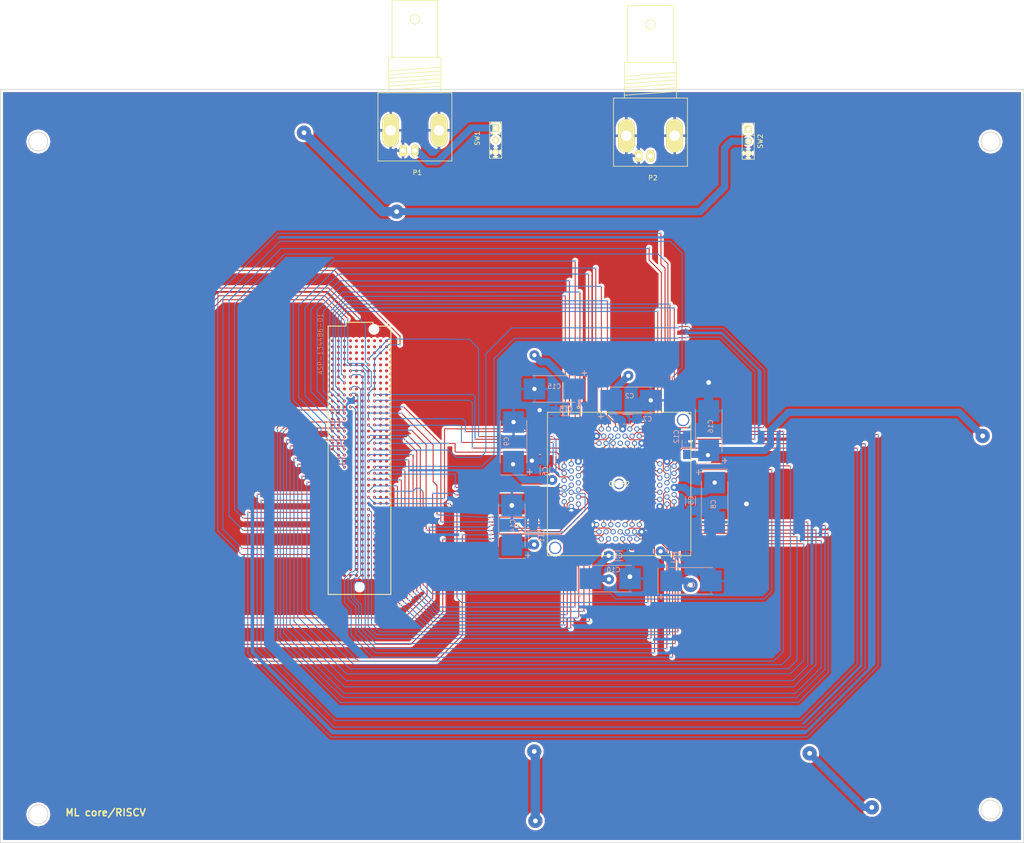
<source format=kicad_pcb>
(kicad_pcb (version 4) (host pcbnew 4.0.4-snap1-stable)
  (layers (0 F.Cu signal) (1 In1.Cu signal) (2 In2.Cu signal) (31 B.Cu signal) (34 B.Paste user) (35 F.Paste user) (36 B.SilkS user) (37 F.SilkS user) (38 B.Mask user) (39 F.Mask user) (44 Edge.Cuts user))
  (net 0 "")
  (net 1 VDD_core)
  (net 2 VSS_IO)
  (net 3 VDD_IO)
  (net 4 "Net-(J1-PadC1)")
  (net 5 "Net-(J1-PadD1)")
  (net 6 "Net-(J1-PadG1)")
  (net 7 "Net-(J1-PadH1)")
  (net 8 "Net-(J1-PadC2)")
  (net 9 "Net-(J1-PadD2)")
  (net 10 "Net-(J1-PadG2)")
  (net 11 "Net-(J1-PadH2)")
  (net 12 "Net-(J1-PadC3)")
  (net 13 "Net-(J1-PadD3)")
  (net 14 "Net-(J1-PadG3)")
  (net 15 "Net-(J1-PadH3)")
  (net 16 "Net-(J1-PadC4)")
  (net 17 o[0])
  (net 18 "Net-(J1-PadG4)")
  (net 19 "Net-(J1-PadH4)")
  (net 20 "Net-(J1-PadC5)")
  (net 21 o[1])
  (net 22 "Net-(J1-PadG5)")
  (net 23 "Net-(J1-PadH5)")
  (net 24 "Net-(J1-PadC6)")
  (net 25 "Net-(J1-PadD6)")
  (net 26 io[0])
  (net 27 "Net-(J1-PadH6)")
  (net 28 "Net-(J1-PadC7)")
  (net 29 "Net-(J1-PadD7)")
  (net 30 io[1])
  (net 31 io[21])
  (net 32 "Net-(J1-PadC8)")
  (net 33 o[2])
  (net 34 "Net-(J1-PadG8)")
  (net 35 io[22])
  (net 36 "Net-(J1-PadC9)")
  (net 37 o[3])
  (net 38 io[2])
  (net 39 "Net-(J1-PadH9)")
  (net 40 select[0])
  (net 41 "Net-(J1-PadD10)")
  (net 42 io[3])
  (net 43 io[23])
  (net 44 select[1])
  (net 45 o[4])
  (net 46 "Net-(J1-PadG11)")
  (net 47 io[24])
  (net 48 "Net-(J1-PadC12)")
  (net 49 o[5])
  (net 50 io[4])
  (net 51 "Net-(J1-PadH12)")
  (net 52 "Net-(J1-PadC13)")
  (net 53 "Net-(J1-PadD13)")
  (net 54 io[5])
  (net 55 io[25])
  (net 56 reset)
  (net 57 o[6])
  (net 58 "Net-(J1-PadG14)")
  (net 59 io[26])
  (net 60 testmode)
  (net 61 o[7])
  (net 62 io[6])
  (net 63 "Net-(J1-PadH15)")
  (net 64 "Net-(J1-PadC16)")
  (net 65 "Net-(J1-PadD16)")
  (net 66 io[7])
  (net 67 io[27])
  (net 68 "Net-(J1-PadC17)")
  (net 69 o[8])
  (net 70 "Net-(J1-PadG17)")
  (net 71 io[28])
  (net 72 scanEn)
  (net 73 o[9])
  (net 74 io[8])
  (net 75 "Net-(J1-PadH18)")
  (net 76 SI)
  (net 77 "Net-(J1-PadD19)")
  (net 78 io[9])
  (net 79 io[29])
  (net 80 "Net-(J1-PadC20)")
  (net 81 o[10])
  (net 82 "Net-(J1-PadG20)")
  (net 83 io[30])
  (net 84 "Net-(J1-PadC21)")
  (net 85 o[11])
  (net 86 io[10])
  (net 87 "Net-(J1-PadH21)")
  (net 88 SO)
  (net 89 "Net-(J1-PadD22)")
  (net 90 io[11])
  (net 91 io[31])
  (net 92 clk)
  (net 93 o[12])
  (net 94 "Net-(J1-PadG23)")
  (net 95 "Net-(J1-PadH23)")
  (net 96 "Net-(J1-PadC24)")
  (net 97 o[13])
  (net 98 io[12])
  (net 99 "Net-(J1-PadH24)")
  (net 100 "Net-(J1-PadC25)")
  (net 101 "Net-(J1-PadD25)")
  (net 102 io[13])
  (net 103 "Net-(J1-PadH25)")
  (net 104 SCLK)
  (net 105 o[14])
  (net 106 "Net-(J1-PadG26)")
  (net 107 "Net-(J1-PadH26)")
  (net 108 i[0])
  (net 109 o[15])
  (net 110 io[14])
  (net 111 "Net-(J1-PadH27)")
  (net 112 "Net-(J1-PadC28)")
  (net 113 "Net-(J1-PadD28)")
  (net 114 io[15])
  (net 115 "Net-(J1-PadH28)")
  (net 116 "Net-(J1-PadC29)")
  (net 117 o[16])
  (net 118 "Net-(J1-PadG29)")
  (net 119 "Net-(J1-PadH29)")
  (net 120 "Net-(J1-PadC30)")
  (net 121 o[17])
  (net 122 io[16])
  (net 123 "Net-(J1-PadH30)")
  (net 124 "Net-(J1-PadC31)")
  (net 125 "Net-(J1-PadD31)")
  (net 126 io[17])
  (net 127 "Net-(J1-PadH31)")
  (net 128 "Net-(J1-PadC32)")
  (net 129 "Net-(J1-PadD32)")
  (net 130 "Net-(J1-PadG32)")
  (net 131 "Net-(J1-PadH32)")
  (net 132 "Net-(J1-PadD33)")
  (net 133 io[18])
  (net 134 "Net-(J1-PadH33)")
  (net 135 "Net-(J1-PadC34)")
  (net 136 "Net-(J1-PadD34)")
  (net 137 "Net-(J1-PadG34)")
  (net 138 "Net-(J1-PadH34)")
  (net 139 "Net-(J1-PadC35)")
  (net 140 "Net-(J1-PadD35)")
  (net 141 "Net-(J1-PadG35)")
  (net 142 "Net-(J1-PadH35)")
  (net 143 "Net-(J1-PadC36)")
  (net 144 "Net-(J1-PadD36)")
  (net 145 io[19])
  (net 146 "Net-(J1-PadH36)")
  (net 147 "Net-(J1-PadC37)")
  (net 148 "Net-(J1-PadD37)")
  (net 149 io[20])
  (net 150 "Net-(J1-PadH37)")
  (net 151 "Net-(J1-PadC38)")
  (net 152 "Net-(J1-PadD38)")
  (net 153 "Net-(J1-PadG38)")
  (net 154 "Net-(J1-PadH38)")
  (net 155 "Net-(J1-PadC39)")
  (net 156 "Net-(J1-PadD39)")
  (net 157 "Net-(J1-PadG39)")
  (net 158 "Net-(J1-PadH39)")
  (net 159 "Net-(J1-PadC40)")
  (net 160 "Net-(J1-PadD40)")
  (net 161 "Net-(J1-PadG40)")
  (net 162 "Net-(J1-PadH40)")
  (net 163 "Net-(P1-Pad1)")
  (net 164 "Net-(P2-Pad1)")
  (module ASP-134486-01:SAMTEC_ASP-134486-01 (layer F.Cu) (at 130.8 90.3 270)
    (fp_text reference J1 (at -24.7559 -8.25728 270) (layer F.SilkS) (effects (font (size 1.0036 1.0036) (thickness 0.05))))
    (fp_text value ASP-134486-01 (at -24.1189 8.25723 270) (layer F.SilkS) (effects (font (size 1.0035 1.0035) (thickness 0.05))))
    (pad A1 smd circle (at -24.765 -5.715 90) (size 0.64 0.64) (layers F.Cu F.Paste F.Mask))
    (pad B1 smd circle (at -24.765 -4.445 90) (size 0.64 0.64) (layers F.Cu F.Paste F.Mask))
    (pad C1 smd circle (at -24.765 -3.175 90) (size 0.64 0.64) (layers F.Cu F.Paste F.Mask) (net 4 "Net-(J1-PadC1)"))
    (pad D1 smd circle (at -24.765 -1.905 90) (size 0.64 0.64) (layers F.Cu F.Paste F.Mask) (net 5 "Net-(J1-PadD1)"))
    (pad E1 smd circle (at -24.765 -0.635 90) (size 0.64 0.64) (layers F.Cu F.Paste F.Mask))
    (pad F1 smd circle (at -24.765 0.635 90) (size 0.64 0.64) (layers F.Cu F.Paste F.Mask))
    (pad G1 smd circle (at -24.765 1.905 90) (size 0.64 0.64) (layers F.Cu F.Paste F.Mask) (net 6 "Net-(J1-PadG1)"))
    (pad H1 smd circle (at -24.765 3.175 90) (size 0.64 0.64) (layers F.Cu F.Paste F.Mask) (net 7 "Net-(J1-PadH1)"))
    (pad J1 smd circle (at -24.765 4.445 90) (size 0.64 0.64) (layers F.Cu F.Paste F.Mask))
    (pad K1 smd circle (at -24.765 5.715 90) (size 0.64 0.64) (layers F.Cu F.Paste F.Mask))
    (pad A2 smd circle (at -23.495 -5.715 90) (size 0.64 0.64) (layers F.Cu F.Paste F.Mask))
    (pad B2 smd circle (at -23.495 -4.445 90) (size 0.64 0.64) (layers F.Cu F.Paste F.Mask))
    (pad C2 smd circle (at -23.495 -3.175 90) (size 0.64 0.64) (layers F.Cu F.Paste F.Mask) (net 8 "Net-(J1-PadC2)"))
    (pad D2 smd circle (at -23.495 -1.905 90) (size 0.64 0.64) (layers F.Cu F.Paste F.Mask) (net 9 "Net-(J1-PadD2)"))
    (pad E2 smd circle (at -23.495 -0.635 90) (size 0.64 0.64) (layers F.Cu F.Paste F.Mask))
    (pad F2 smd circle (at -23.495 0.635 90) (size 0.64 0.64) (layers F.Cu F.Paste F.Mask))
    (pad G2 smd circle (at -23.495 1.905 90) (size 0.64 0.64) (layers F.Cu F.Paste F.Mask) (net 10 "Net-(J1-PadG2)"))
    (pad H2 smd circle (at -23.495 3.175 90) (size 0.64 0.64) (layers F.Cu F.Paste F.Mask) (net 11 "Net-(J1-PadH2)"))
    (pad J2 smd circle (at -23.495 4.445 90) (size 0.64 0.64) (layers F.Cu F.Paste F.Mask))
    (pad K2 smd circle (at -23.495 5.715 90) (size 0.64 0.64) (layers F.Cu F.Paste F.Mask))
    (pad A3 smd circle (at -22.225 -5.715 90) (size 0.64 0.64) (layers F.Cu F.Paste F.Mask))
    (pad B3 smd circle (at -22.225 -4.445 90) (size 0.64 0.64) (layers F.Cu F.Paste F.Mask))
    (pad C3 smd circle (at -22.225 -3.175 90) (size 0.64 0.64) (layers F.Cu F.Paste F.Mask) (net 12 "Net-(J1-PadC3)"))
    (pad D3 smd circle (at -22.225 -1.905 90) (size 0.64 0.64) (layers F.Cu F.Paste F.Mask) (net 13 "Net-(J1-PadD3)"))
    (pad E3 smd circle (at -22.225 -0.635 90) (size 0.64 0.64) (layers F.Cu F.Paste F.Mask))
    (pad F3 smd circle (at -22.225 0.635 90) (size 0.64 0.64) (layers F.Cu F.Paste F.Mask))
    (pad G3 smd circle (at -22.225 1.905 90) (size 0.64 0.64) (layers F.Cu F.Paste F.Mask) (net 14 "Net-(J1-PadG3)"))
    (pad H3 smd circle (at -22.225 3.175 90) (size 0.64 0.64) (layers F.Cu F.Paste F.Mask) (net 15 "Net-(J1-PadH3)"))
    (pad J3 smd circle (at -22.225 4.445 90) (size 0.64 0.64) (layers F.Cu F.Paste F.Mask))
    (pad K3 smd circle (at -22.225 5.715 90) (size 0.64 0.64) (layers F.Cu F.Paste F.Mask))
    (pad A4 smd circle (at -20.955 -5.715 90) (size 0.64 0.64) (layers F.Cu F.Paste F.Mask))
    (pad B4 smd circle (at -20.955 -4.445 90) (size 0.64 0.64) (layers F.Cu F.Paste F.Mask))
    (pad C4 smd circle (at -20.955 -3.175 90) (size 0.64 0.64) (layers F.Cu F.Paste F.Mask) (net 16 "Net-(J1-PadC4)"))
    (pad D4 smd circle (at -20.955 -1.905 90) (size 0.64 0.64) (layers F.Cu F.Paste F.Mask) (net 17 o[0]))
    (pad E4 smd circle (at -20.955 -0.635 90) (size 0.64 0.64) (layers F.Cu F.Paste F.Mask))
    (pad F4 smd circle (at -20.955 0.635 90) (size 0.64 0.64) (layers F.Cu F.Paste F.Mask))
    (pad G4 smd circle (at -20.955 1.905 90) (size 0.64 0.64) (layers F.Cu F.Paste F.Mask) (net 18 "Net-(J1-PadG4)"))
    (pad H4 smd circle (at -20.955 3.175 90) (size 0.64 0.64) (layers F.Cu F.Paste F.Mask) (net 19 "Net-(J1-PadH4)"))
    (pad J4 smd circle (at -20.955 4.445 90) (size 0.64 0.64) (layers F.Cu F.Paste F.Mask))
    (pad K4 smd circle (at -20.955 5.715 90) (size 0.64 0.64) (layers F.Cu F.Paste F.Mask))
    (pad A5 smd circle (at -19.685 -5.715 90) (size 0.64 0.64) (layers F.Cu F.Paste F.Mask))
    (pad B5 smd circle (at -19.685 -4.445 90) (size 0.64 0.64) (layers F.Cu F.Paste F.Mask))
    (pad C5 smd circle (at -19.685 -3.175 90) (size 0.64 0.64) (layers F.Cu F.Paste F.Mask) (net 20 "Net-(J1-PadC5)"))
    (pad D5 smd circle (at -19.685 -1.905 90) (size 0.64 0.64) (layers F.Cu F.Paste F.Mask) (net 21 o[1]))
    (pad E5 smd circle (at -19.685 -0.635 90) (size 0.64 0.64) (layers F.Cu F.Paste F.Mask))
    (pad F5 smd circle (at -19.685 0.635 90) (size 0.64 0.64) (layers F.Cu F.Paste F.Mask))
    (pad G5 smd circle (at -19.685 1.905 90) (size 0.64 0.64) (layers F.Cu F.Paste F.Mask) (net 22 "Net-(J1-PadG5)"))
    (pad H5 smd circle (at -19.685 3.175 90) (size 0.64 0.64) (layers F.Cu F.Paste F.Mask) (net 23 "Net-(J1-PadH5)"))
    (pad J5 smd circle (at -19.685 4.445 90) (size 0.64 0.64) (layers F.Cu F.Paste F.Mask))
    (pad K5 smd circle (at -19.685 5.715 90) (size 0.64 0.64) (layers F.Cu F.Paste F.Mask))
    (pad A6 smd circle (at -18.415 -5.715 90) (size 0.64 0.64) (layers F.Cu F.Paste F.Mask))
    (pad B6 smd circle (at -18.415 -4.445 90) (size 0.64 0.64) (layers F.Cu F.Paste F.Mask))
    (pad C6 smd circle (at -18.415 -3.175 90) (size 0.64 0.64) (layers F.Cu F.Paste F.Mask) (net 24 "Net-(J1-PadC6)"))
    (pad D6 smd circle (at -18.415 -1.905 90) (size 0.64 0.64) (layers F.Cu F.Paste F.Mask) (net 25 "Net-(J1-PadD6)"))
    (pad E6 smd circle (at -18.415 -0.635 90) (size 0.64 0.64) (layers F.Cu F.Paste F.Mask))
    (pad F6 smd circle (at -18.415 0.635 90) (size 0.64 0.64) (layers F.Cu F.Paste F.Mask))
    (pad G6 smd circle (at -18.415 1.905 90) (size 0.64 0.64) (layers F.Cu F.Paste F.Mask) (net 26 io[0]))
    (pad H6 smd circle (at -18.415 3.175 90) (size 0.64 0.64) (layers F.Cu F.Paste F.Mask) (net 27 "Net-(J1-PadH6)"))
    (pad J6 smd circle (at -18.415 4.445 90) (size 0.64 0.64) (layers F.Cu F.Paste F.Mask))
    (pad K6 smd circle (at -18.415 5.715 90) (size 0.64 0.64) (layers F.Cu F.Paste F.Mask))
    (pad A7 smd circle (at -17.145 -5.715 90) (size 0.64 0.64) (layers F.Cu F.Paste F.Mask))
    (pad B7 smd circle (at -17.145 -4.445 90) (size 0.64 0.64) (layers F.Cu F.Paste F.Mask))
    (pad C7 smd circle (at -17.145 -3.175 90) (size 0.64 0.64) (layers F.Cu F.Paste F.Mask) (net 28 "Net-(J1-PadC7)"))
    (pad D7 smd circle (at -17.145 -1.905 90) (size 0.64 0.64) (layers F.Cu F.Paste F.Mask) (net 29 "Net-(J1-PadD7)"))
    (pad E7 smd circle (at -17.145 -0.635 90) (size 0.64 0.64) (layers F.Cu F.Paste F.Mask))
    (pad F7 smd circle (at -17.145 0.635 90) (size 0.64 0.64) (layers F.Cu F.Paste F.Mask))
    (pad G7 smd circle (at -17.145 1.905 90) (size 0.64 0.64) (layers F.Cu F.Paste F.Mask) (net 30 io[1]))
    (pad H7 smd circle (at -17.145 3.175 90) (size 0.64 0.64) (layers F.Cu F.Paste F.Mask) (net 31 io[21]))
    (pad J7 smd circle (at -17.145 4.445 90) (size 0.64 0.64) (layers F.Cu F.Paste F.Mask))
    (pad K7 smd circle (at -17.145 5.715 90) (size 0.64 0.64) (layers F.Cu F.Paste F.Mask))
    (pad A8 smd circle (at -15.875 -5.715 90) (size 0.64 0.64) (layers F.Cu F.Paste F.Mask))
    (pad B8 smd circle (at -15.875 -4.445 90) (size 0.64 0.64) (layers F.Cu F.Paste F.Mask))
    (pad C8 smd circle (at -15.875 -3.175 90) (size 0.64 0.64) (layers F.Cu F.Paste F.Mask) (net 32 "Net-(J1-PadC8)"))
    (pad D8 smd circle (at -15.875 -1.905 90) (size 0.64 0.64) (layers F.Cu F.Paste F.Mask) (net 33 o[2]))
    (pad E8 smd circle (at -15.875 -0.635 90) (size 0.64 0.64) (layers F.Cu F.Paste F.Mask))
    (pad F8 smd circle (at -15.875 0.635 90) (size 0.64 0.64) (layers F.Cu F.Paste F.Mask))
    (pad G8 smd circle (at -15.875 1.905 90) (size 0.64 0.64) (layers F.Cu F.Paste F.Mask) (net 34 "Net-(J1-PadG8)"))
    (pad H8 smd circle (at -15.875 3.175 90) (size 0.64 0.64) (layers F.Cu F.Paste F.Mask) (net 35 io[22]))
    (pad J8 smd circle (at -15.875 4.445 90) (size 0.64 0.64) (layers F.Cu F.Paste F.Mask))
    (pad K8 smd circle (at -15.875 5.715 90) (size 0.64 0.64) (layers F.Cu F.Paste F.Mask))
    (pad A9 smd circle (at -14.605 -5.715 90) (size 0.64 0.64) (layers F.Cu F.Paste F.Mask))
    (pad B9 smd circle (at -14.605 -4.445 90) (size 0.64 0.64) (layers F.Cu F.Paste F.Mask))
    (pad C9 smd circle (at -14.605 -3.175 90) (size 0.64 0.64) (layers F.Cu F.Paste F.Mask) (net 36 "Net-(J1-PadC9)"))
    (pad D9 smd circle (at -14.605 -1.905 90) (size 0.64 0.64) (layers F.Cu F.Paste F.Mask) (net 37 o[3]))
    (pad E9 smd circle (at -14.605 -0.635 90) (size 0.64 0.64) (layers F.Cu F.Paste F.Mask))
    (pad F9 smd circle (at -14.605 0.635 90) (size 0.64 0.64) (layers F.Cu F.Paste F.Mask))
    (pad G9 smd circle (at -14.605 1.905 90) (size 0.64 0.64) (layers F.Cu F.Paste F.Mask) (net 38 io[2]))
    (pad H9 smd circle (at -14.605 3.175 90) (size 0.64 0.64) (layers F.Cu F.Paste F.Mask) (net 39 "Net-(J1-PadH9)"))
    (pad J9 smd circle (at -14.605 4.445 90) (size 0.64 0.64) (layers F.Cu F.Paste F.Mask))
    (pad K9 smd circle (at -14.605 5.715 90) (size 0.64 0.64) (layers F.Cu F.Paste F.Mask))
    (pad A10 smd circle (at -13.335 -5.715 90) (size 0.64 0.64) (layers F.Cu F.Paste F.Mask))
    (pad B10 smd circle (at -13.335 -4.445 90) (size 0.64 0.64) (layers F.Cu F.Paste F.Mask))
    (pad C10 smd circle (at -13.335 -3.175 90) (size 0.64 0.64) (layers F.Cu F.Paste F.Mask) (net 40 select[0]))
    (pad D10 smd circle (at -13.335 -1.905 90) (size 0.64 0.64) (layers F.Cu F.Paste F.Mask) (net 41 "Net-(J1-PadD10)"))
    (pad E10 smd circle (at -13.335 -0.635 90) (size 0.64 0.64) (layers F.Cu F.Paste F.Mask))
    (pad F10 smd circle (at -13.335 0.635 90) (size 0.64 0.64) (layers F.Cu F.Paste F.Mask))
    (pad G10 smd circle (at -13.335 1.905 90) (size 0.64 0.64) (layers F.Cu F.Paste F.Mask) (net 42 io[3]))
    (pad H10 smd circle (at -13.335 3.175 90) (size 0.64 0.64) (layers F.Cu F.Paste F.Mask) (net 43 io[23]))
    (pad J10 smd circle (at -13.335 4.445 90) (size 0.64 0.64) (layers F.Cu F.Paste F.Mask))
    (pad K10 smd circle (at -13.335 5.715 90) (size 0.64 0.64) (layers F.Cu F.Paste F.Mask))
    (pad A11 smd circle (at -12.065 -5.715 90) (size 0.64 0.64) (layers F.Cu F.Paste F.Mask))
    (pad B11 smd circle (at -12.065 -4.445 90) (size 0.64 0.64) (layers F.Cu F.Paste F.Mask))
    (pad C11 smd circle (at -12.065 -3.175 90) (size 0.64 0.64) (layers F.Cu F.Paste F.Mask) (net 44 select[1]))
    (pad D11 smd circle (at -12.065 -1.905 90) (size 0.64 0.64) (layers F.Cu F.Paste F.Mask) (net 45 o[4]))
    (pad E11 smd circle (at -12.065 -0.635 90) (size 0.64 0.64) (layers F.Cu F.Paste F.Mask))
    (pad F11 smd circle (at -12.065 0.635 90) (size 0.64 0.64) (layers F.Cu F.Paste F.Mask))
    (pad G11 smd circle (at -12.065 1.905 90) (size 0.64 0.64) (layers F.Cu F.Paste F.Mask) (net 46 "Net-(J1-PadG11)"))
    (pad H11 smd circle (at -12.065 3.175 90) (size 0.64 0.64) (layers F.Cu F.Paste F.Mask) (net 47 io[24]))
    (pad J11 smd circle (at -12.065 4.445 90) (size 0.64 0.64) (layers F.Cu F.Paste F.Mask))
    (pad K11 smd circle (at -12.065 5.715 90) (size 0.64 0.64) (layers F.Cu F.Paste F.Mask))
    (pad A12 smd circle (at -10.795 -5.715 90) (size 0.64 0.64) (layers F.Cu F.Paste F.Mask))
    (pad B12 smd circle (at -10.795 -4.445 90) (size 0.64 0.64) (layers F.Cu F.Paste F.Mask))
    (pad C12 smd circle (at -10.795 -3.175 90) (size 0.64 0.64) (layers F.Cu F.Paste F.Mask) (net 48 "Net-(J1-PadC12)"))
    (pad D12 smd circle (at -10.795 -1.905 90) (size 0.64 0.64) (layers F.Cu F.Paste F.Mask) (net 49 o[5]))
    (pad E12 smd circle (at -10.795 -0.635 90) (size 0.64 0.64) (layers F.Cu F.Paste F.Mask))
    (pad F12 smd circle (at -10.795 0.635 90) (size 0.64 0.64) (layers F.Cu F.Paste F.Mask))
    (pad G12 smd circle (at -10.795 1.905 90) (size 0.64 0.64) (layers F.Cu F.Paste F.Mask) (net 50 io[4]))
    (pad H12 smd circle (at -10.795 3.175 90) (size 0.64 0.64) (layers F.Cu F.Paste F.Mask) (net 51 "Net-(J1-PadH12)"))
    (pad J12 smd circle (at -10.795 4.445 90) (size 0.64 0.64) (layers F.Cu F.Paste F.Mask))
    (pad K12 smd circle (at -10.795 5.715 90) (size 0.64 0.64) (layers F.Cu F.Paste F.Mask))
    (pad A13 smd circle (at -9.525 -5.715 90) (size 0.64 0.64) (layers F.Cu F.Paste F.Mask))
    (pad B13 smd circle (at -9.525 -4.445 90) (size 0.64 0.64) (layers F.Cu F.Paste F.Mask))
    (pad C13 smd circle (at -9.525 -3.175 90) (size 0.64 0.64) (layers F.Cu F.Paste F.Mask) (net 52 "Net-(J1-PadC13)"))
    (pad D13 smd circle (at -9.525 -1.905 90) (size 0.64 0.64) (layers F.Cu F.Paste F.Mask) (net 53 "Net-(J1-PadD13)"))
    (pad E13 smd circle (at -9.525 -0.635 90) (size 0.64 0.64) (layers F.Cu F.Paste F.Mask))
    (pad F13 smd circle (at -9.525 0.635 90) (size 0.64 0.64) (layers F.Cu F.Paste F.Mask))
    (pad G13 smd circle (at -9.525 1.905 90) (size 0.64 0.64) (layers F.Cu F.Paste F.Mask) (net 54 io[5]))
    (pad H13 smd circle (at -9.525 3.175 90) (size 0.64 0.64) (layers F.Cu F.Paste F.Mask) (net 55 io[25]))
    (pad J13 smd circle (at -9.525 4.445 90) (size 0.64 0.64) (layers F.Cu F.Paste F.Mask))
    (pad K13 smd circle (at -9.525 5.715 90) (size 0.64 0.64) (layers F.Cu F.Paste F.Mask))
    (pad A14 smd circle (at -8.255 -5.715 90) (size 0.64 0.64) (layers F.Cu F.Paste F.Mask))
    (pad B14 smd circle (at -8.255 -4.445 90) (size 0.64 0.64) (layers F.Cu F.Paste F.Mask))
    (pad C14 smd circle (at -8.255 -3.175 90) (size 0.64 0.64) (layers F.Cu F.Paste F.Mask) (net 56 reset))
    (pad D14 smd circle (at -8.255 -1.905 90) (size 0.64 0.64) (layers F.Cu F.Paste F.Mask) (net 57 o[6]))
    (pad E14 smd circle (at -8.255 -0.635 90) (size 0.64 0.64) (layers F.Cu F.Paste F.Mask))
    (pad F14 smd circle (at -8.255 0.635 90) (size 0.64 0.64) (layers F.Cu F.Paste F.Mask))
    (pad G14 smd circle (at -8.255 1.905 90) (size 0.64 0.64) (layers F.Cu F.Paste F.Mask) (net 58 "Net-(J1-PadG14)"))
    (pad H14 smd circle (at -8.255 3.175 90) (size 0.64 0.64) (layers F.Cu F.Paste F.Mask) (net 59 io[26]))
    (pad J14 smd circle (at -8.255 4.445 90) (size 0.64 0.64) (layers F.Cu F.Paste F.Mask))
    (pad K14 smd circle (at -8.255 5.715 90) (size 0.64 0.64) (layers F.Cu F.Paste F.Mask))
    (pad A15 smd circle (at -6.985 -5.715 90) (size 0.64 0.64) (layers F.Cu F.Paste F.Mask))
    (pad B15 smd circle (at -6.985 -4.445 90) (size 0.64 0.64) (layers F.Cu F.Paste F.Mask))
    (pad C15 smd circle (at -6.985 -3.175 90) (size 0.64 0.64) (layers F.Cu F.Paste F.Mask) (net 60 testmode))
    (pad D15 smd circle (at -6.985 -1.905 90) (size 0.64 0.64) (layers F.Cu F.Paste F.Mask) (net 61 o[7]))
    (pad E15 smd circle (at -6.985 -0.635 90) (size 0.64 0.64) (layers F.Cu F.Paste F.Mask))
    (pad F15 smd circle (at -6.985 0.635 90) (size 0.64 0.64) (layers F.Cu F.Paste F.Mask))
    (pad G15 smd circle (at -6.985 1.905 90) (size 0.64 0.64) (layers F.Cu F.Paste F.Mask) (net 62 io[6]))
    (pad H15 smd circle (at -6.985 3.175 90) (size 0.64 0.64) (layers F.Cu F.Paste F.Mask) (net 63 "Net-(J1-PadH15)"))
    (pad J15 smd circle (at -6.985 4.445 90) (size 0.64 0.64) (layers F.Cu F.Paste F.Mask))
    (pad K15 smd circle (at -6.985 5.715 90) (size 0.64 0.64) (layers F.Cu F.Paste F.Mask))
    (pad A16 smd circle (at -5.715 -5.715 90) (size 0.64 0.64) (layers F.Cu F.Paste F.Mask))
    (pad B16 smd circle (at -5.715 -4.445 90) (size 0.64 0.64) (layers F.Cu F.Paste F.Mask))
    (pad C16 smd circle (at -5.715 -3.175 90) (size 0.64 0.64) (layers F.Cu F.Paste F.Mask) (net 64 "Net-(J1-PadC16)"))
    (pad D16 smd circle (at -5.715 -1.905 90) (size 0.64 0.64) (layers F.Cu F.Paste F.Mask) (net 65 "Net-(J1-PadD16)"))
    (pad E16 smd circle (at -5.715 -0.635 90) (size 0.64 0.64) (layers F.Cu F.Paste F.Mask))
    (pad F16 smd circle (at -5.715 0.635 90) (size 0.64 0.64) (layers F.Cu F.Paste F.Mask))
    (pad G16 smd circle (at -5.715 1.905 90) (size 0.64 0.64) (layers F.Cu F.Paste F.Mask) (net 66 io[7]))
    (pad H16 smd circle (at -5.715 3.175 90) (size 0.64 0.64) (layers F.Cu F.Paste F.Mask) (net 67 io[27]))
    (pad J16 smd circle (at -5.715 4.445 90) (size 0.64 0.64) (layers F.Cu F.Paste F.Mask))
    (pad K16 smd circle (at -5.715 5.715 90) (size 0.64 0.64) (layers F.Cu F.Paste F.Mask))
    (pad A17 smd circle (at -4.445 -5.715 90) (size 0.64 0.64) (layers F.Cu F.Paste F.Mask))
    (pad B17 smd circle (at -4.445 -4.445 90) (size 0.64 0.64) (layers F.Cu F.Paste F.Mask))
    (pad C17 smd circle (at -4.445 -3.175 90) (size 0.64 0.64) (layers F.Cu F.Paste F.Mask) (net 68 "Net-(J1-PadC17)"))
    (pad D17 smd circle (at -4.445 -1.905 90) (size 0.64 0.64) (layers F.Cu F.Paste F.Mask) (net 69 o[8]))
    (pad E17 smd circle (at -4.445 -0.635 90) (size 0.64 0.64) (layers F.Cu F.Paste F.Mask))
    (pad F17 smd circle (at -4.445 0.635 90) (size 0.64 0.64) (layers F.Cu F.Paste F.Mask))
    (pad G17 smd circle (at -4.445 1.905 90) (size 0.64 0.64) (layers F.Cu F.Paste F.Mask) (net 70 "Net-(J1-PadG17)"))
    (pad H17 smd circle (at -4.445 3.175 90) (size 0.64 0.64) (layers F.Cu F.Paste F.Mask) (net 71 io[28]))
    (pad J17 smd circle (at -4.445 4.445 90) (size 0.64 0.64) (layers F.Cu F.Paste F.Mask))
    (pad K17 smd circle (at -4.445 5.715 90) (size 0.64 0.64) (layers F.Cu F.Paste F.Mask))
    (pad A18 smd circle (at -3.175 -5.715 90) (size 0.64 0.64) (layers F.Cu F.Paste F.Mask))
    (pad B18 smd circle (at -3.175 -4.445 90) (size 0.64 0.64) (layers F.Cu F.Paste F.Mask))
    (pad C18 smd circle (at -3.175 -3.175 90) (size 0.64 0.64) (layers F.Cu F.Paste F.Mask) (net 72 scanEn))
    (pad D18 smd circle (at -3.175 -1.905 90) (size 0.64 0.64) (layers F.Cu F.Paste F.Mask) (net 73 o[9]))
    (pad E18 smd circle (at -3.175 -0.635 90) (size 0.64 0.64) (layers F.Cu F.Paste F.Mask))
    (pad F18 smd circle (at -3.175 0.635 90) (size 0.64 0.64) (layers F.Cu F.Paste F.Mask))
    (pad G18 smd circle (at -3.175 1.905 90) (size 0.64 0.64) (layers F.Cu F.Paste F.Mask) (net 74 io[8]))
    (pad H18 smd circle (at -3.175 3.175 90) (size 0.64 0.64) (layers F.Cu F.Paste F.Mask) (net 75 "Net-(J1-PadH18)"))
    (pad J18 smd circle (at -3.175 4.445 90) (size 0.64 0.64) (layers F.Cu F.Paste F.Mask))
    (pad K18 smd circle (at -3.175 5.715 90) (size 0.64 0.64) (layers F.Cu F.Paste F.Mask))
    (pad A19 smd circle (at -1.905 -5.715 90) (size 0.64 0.64) (layers F.Cu F.Paste F.Mask))
    (pad B19 smd circle (at -1.905 -4.445 90) (size 0.64 0.64) (layers F.Cu F.Paste F.Mask))
    (pad C19 smd circle (at -1.905 -3.175 90) (size 0.64 0.64) (layers F.Cu F.Paste F.Mask) (net 76 SI))
    (pad D19 smd circle (at -1.905 -1.905 90) (size 0.64 0.64) (layers F.Cu F.Paste F.Mask) (net 77 "Net-(J1-PadD19)"))
    (pad E19 smd circle (at -1.905 -0.635 90) (size 0.64 0.64) (layers F.Cu F.Paste F.Mask))
    (pad F19 smd circle (at -1.905 0.635 90) (size 0.64 0.64) (layers F.Cu F.Paste F.Mask))
    (pad G19 smd circle (at -1.905 1.905 90) (size 0.64 0.64) (layers F.Cu F.Paste F.Mask) (net 78 io[9]))
    (pad H19 smd circle (at -1.905 3.175 90) (size 0.64 0.64) (layers F.Cu F.Paste F.Mask) (net 79 io[29]))
    (pad J19 smd circle (at -1.905 4.445 90) (size 0.64 0.64) (layers F.Cu F.Paste F.Mask))
    (pad K19 smd circle (at -1.905 5.715 90) (size 0.64 0.64) (layers F.Cu F.Paste F.Mask))
    (pad A20 smd circle (at -0.635 -5.715 90) (size 0.64 0.64) (layers F.Cu F.Paste F.Mask))
    (pad B20 smd circle (at -0.635 -4.445 90) (size 0.64 0.64) (layers F.Cu F.Paste F.Mask))
    (pad C20 smd circle (at -0.635 -3.175 90) (size 0.64 0.64) (layers F.Cu F.Paste F.Mask) (net 80 "Net-(J1-PadC20)"))
    (pad D20 smd circle (at -0.635 -1.905 90) (size 0.64 0.64) (layers F.Cu F.Paste F.Mask) (net 81 o[10]))
    (pad E20 smd circle (at -0.635 -0.635 90) (size 0.64 0.64) (layers F.Cu F.Paste F.Mask))
    (pad F20 smd circle (at -0.635 0.635 90) (size 0.64 0.64) (layers F.Cu F.Paste F.Mask))
    (pad G20 smd circle (at -0.635 1.905 90) (size 0.64 0.64) (layers F.Cu F.Paste F.Mask) (net 82 "Net-(J1-PadG20)"))
    (pad H20 smd circle (at -0.635 3.175 90) (size 0.64 0.64) (layers F.Cu F.Paste F.Mask) (net 83 io[30]))
    (pad J20 smd circle (at -0.635 4.445 90) (size 0.64 0.64) (layers F.Cu F.Paste F.Mask))
    (pad K20 smd circle (at -0.635 5.715 90) (size 0.64 0.64) (layers F.Cu F.Paste F.Mask))
    (pad A21 smd circle (at 0.635 -5.715 90) (size 0.64 0.64) (layers F.Cu F.Paste F.Mask))
    (pad B21 smd circle (at 0.635 -4.445 90) (size 0.64 0.64) (layers F.Cu F.Paste F.Mask))
    (pad C21 smd circle (at 0.635 -3.175 90) (size 0.64 0.64) (layers F.Cu F.Paste F.Mask) (net 84 "Net-(J1-PadC21)"))
    (pad D21 smd circle (at 0.635 -1.905 90) (size 0.64 0.64) (layers F.Cu F.Paste F.Mask) (net 85 o[11]))
    (pad E21 smd circle (at 0.635 -0.635 90) (size 0.64 0.64) (layers F.Cu F.Paste F.Mask))
    (pad F21 smd circle (at 0.635 0.635 90) (size 0.64 0.64) (layers F.Cu F.Paste F.Mask))
    (pad G21 smd circle (at 0.635 1.905 90) (size 0.64 0.64) (layers F.Cu F.Paste F.Mask) (net 86 io[10]))
    (pad H21 smd circle (at 0.635 3.175 90) (size 0.64 0.64) (layers F.Cu F.Paste F.Mask) (net 87 "Net-(J1-PadH21)"))
    (pad J21 smd circle (at 0.635 4.445 90) (size 0.64 0.64) (layers F.Cu F.Paste F.Mask))
    (pad K21 smd circle (at 0.635 5.715 90) (size 0.64 0.64) (layers F.Cu F.Paste F.Mask))
    (pad A22 smd circle (at 1.905 -5.715 90) (size 0.64 0.64) (layers F.Cu F.Paste F.Mask))
    (pad B22 smd circle (at 1.905 -4.445 90) (size 0.64 0.64) (layers F.Cu F.Paste F.Mask))
    (pad C22 smd circle (at 1.905 -3.175 90) (size 0.64 0.64) (layers F.Cu F.Paste F.Mask) (net 88 SO))
    (pad D22 smd circle (at 1.905 -1.905 90) (size 0.64 0.64) (layers F.Cu F.Paste F.Mask) (net 89 "Net-(J1-PadD22)"))
    (pad E22 smd circle (at 1.905 -0.635 90) (size 0.64 0.64) (layers F.Cu F.Paste F.Mask))
    (pad F22 smd circle (at 1.905 0.635 90) (size 0.64 0.64) (layers F.Cu F.Paste F.Mask))
    (pad G22 smd circle (at 1.905 1.905 90) (size 0.64 0.64) (layers F.Cu F.Paste F.Mask) (net 90 io[11]))
    (pad H22 smd circle (at 1.905 3.175 90) (size 0.64 0.64) (layers F.Cu F.Paste F.Mask) (net 91 io[31]))
    (pad J22 smd circle (at 1.905 4.445 90) (size 0.64 0.64) (layers F.Cu F.Paste F.Mask))
    (pad K22 smd circle (at 1.905 5.715 90) (size 0.64 0.64) (layers F.Cu F.Paste F.Mask))
    (pad A23 smd circle (at 3.175 -5.715 90) (size 0.64 0.64) (layers F.Cu F.Paste F.Mask))
    (pad B23 smd circle (at 3.175 -4.445 90) (size 0.64 0.64) (layers F.Cu F.Paste F.Mask))
    (pad C23 smd circle (at 3.175 -3.175 90) (size 0.64 0.64) (layers F.Cu F.Paste F.Mask) (net 92 clk))
    (pad D23 smd circle (at 3.175 -1.905 90) (size 0.64 0.64) (layers F.Cu F.Paste F.Mask) (net 93 o[12]))
    (pad E23 smd circle (at 3.175 -0.635 90) (size 0.64 0.64) (layers F.Cu F.Paste F.Mask))
    (pad F23 smd circle (at 3.175 0.635 90) (size 0.64 0.64) (layers F.Cu F.Paste F.Mask))
    (pad G23 smd circle (at 3.175 1.905 90) (size 0.64 0.64) (layers F.Cu F.Paste F.Mask) (net 94 "Net-(J1-PadG23)"))
    (pad H23 smd circle (at 3.175 3.175 90) (size 0.64 0.64) (layers F.Cu F.Paste F.Mask) (net 95 "Net-(J1-PadH23)"))
    (pad J23 smd circle (at 3.175 4.445 90) (size 0.64 0.64) (layers F.Cu F.Paste F.Mask))
    (pad K23 smd circle (at 3.175 5.715 90) (size 0.64 0.64) (layers F.Cu F.Paste F.Mask))
    (pad A24 smd circle (at 4.445 -5.715 90) (size 0.64 0.64) (layers F.Cu F.Paste F.Mask))
    (pad B24 smd circle (at 4.445 -4.445 90) (size 0.64 0.64) (layers F.Cu F.Paste F.Mask))
    (pad C24 smd circle (at 4.445 -3.175 90) (size 0.64 0.64) (layers F.Cu F.Paste F.Mask) (net 96 "Net-(J1-PadC24)"))
    (pad D24 smd circle (at 4.445 -1.905 90) (size 0.64 0.64) (layers F.Cu F.Paste F.Mask) (net 97 o[13]))
    (pad E24 smd circle (at 4.445 -0.635 90) (size 0.64 0.64) (layers F.Cu F.Paste F.Mask))
    (pad F24 smd circle (at 4.445 0.635 90) (size 0.64 0.64) (layers F.Cu F.Paste F.Mask))
    (pad G24 smd circle (at 4.445 1.905 90) (size 0.64 0.64) (layers F.Cu F.Paste F.Mask) (net 98 io[12]))
    (pad H24 smd circle (at 4.445 3.175 90) (size 0.64 0.64) (layers F.Cu F.Paste F.Mask) (net 99 "Net-(J1-PadH24)"))
    (pad J24 smd circle (at 4.445 4.445 90) (size 0.64 0.64) (layers F.Cu F.Paste F.Mask))
    (pad K24 smd circle (at 4.445 5.715 90) (size 0.64 0.64) (layers F.Cu F.Paste F.Mask))
    (pad A25 smd circle (at 5.715 -5.715 90) (size 0.64 0.64) (layers F.Cu F.Paste F.Mask))
    (pad B25 smd circle (at 5.715 -4.445 90) (size 0.64 0.64) (layers F.Cu F.Paste F.Mask))
    (pad C25 smd circle (at 5.715 -3.175 90) (size 0.64 0.64) (layers F.Cu F.Paste F.Mask) (net 100 "Net-(J1-PadC25)"))
    (pad D25 smd circle (at 5.715 -1.905 90) (size 0.64 0.64) (layers F.Cu F.Paste F.Mask) (net 101 "Net-(J1-PadD25)"))
    (pad E25 smd circle (at 5.715 -0.635 90) (size 0.64 0.64) (layers F.Cu F.Paste F.Mask))
    (pad F25 smd circle (at 5.715 0.635 90) (size 0.64 0.64) (layers F.Cu F.Paste F.Mask))
    (pad G25 smd circle (at 5.715 1.905 90) (size 0.64 0.64) (layers F.Cu F.Paste F.Mask) (net 102 io[13]))
    (pad H25 smd circle (at 5.715 3.175 90) (size 0.64 0.64) (layers F.Cu F.Paste F.Mask) (net 103 "Net-(J1-PadH25)"))
    (pad J25 smd circle (at 5.715 4.445 90) (size 0.64 0.64) (layers F.Cu F.Paste F.Mask))
    (pad K25 smd circle (at 5.715 5.715 90) (size 0.64 0.64) (layers F.Cu F.Paste F.Mask))
    (pad A26 smd circle (at 6.985 -5.715 90) (size 0.64 0.64) (layers F.Cu F.Paste F.Mask))
    (pad B26 smd circle (at 6.985 -4.445 90) (size 0.64 0.64) (layers F.Cu F.Paste F.Mask))
    (pad C26 smd circle (at 6.985 -3.175 90) (size 0.64 0.64) (layers F.Cu F.Paste F.Mask) (net 104 SCLK))
    (pad D26 smd circle (at 6.985 -1.905 90) (size 0.64 0.64) (layers F.Cu F.Paste F.Mask) (net 105 o[14]))
    (pad E26 smd circle (at 6.985 -0.635 90) (size 0.64 0.64) (layers F.Cu F.Paste F.Mask))
    (pad F26 smd circle (at 6.985 0.635 90) (size 0.64 0.64) (layers F.Cu F.Paste F.Mask))
    (pad G26 smd circle (at 6.985 1.905 90) (size 0.64 0.64) (layers F.Cu F.Paste F.Mask) (net 106 "Net-(J1-PadG26)"))
    (pad H26 smd circle (at 6.985 3.175 90) (size 0.64 0.64) (layers F.Cu F.Paste F.Mask) (net 107 "Net-(J1-PadH26)"))
    (pad J26 smd circle (at 6.985 4.445 90) (size 0.64 0.64) (layers F.Cu F.Paste F.Mask))
    (pad K26 smd circle (at 6.985 5.715 90) (size 0.64 0.64) (layers F.Cu F.Paste F.Mask))
    (pad A27 smd circle (at 8.255 -5.715 90) (size 0.64 0.64) (layers F.Cu F.Paste F.Mask))
    (pad B27 smd circle (at 8.255 -4.445 90) (size 0.64 0.64) (layers F.Cu F.Paste F.Mask))
    (pad C27 smd circle (at 8.255 -3.175 90) (size 0.64 0.64) (layers F.Cu F.Paste F.Mask) (net 108 i[0]))
    (pad D27 smd circle (at 8.255 -1.905 90) (size 0.64 0.64) (layers F.Cu F.Paste F.Mask) (net 109 o[15]))
    (pad E27 smd circle (at 8.255 -0.635 90) (size 0.64 0.64) (layers F.Cu F.Paste F.Mask))
    (pad F27 smd circle (at 8.255 0.635 90) (size 0.64 0.64) (layers F.Cu F.Paste F.Mask))
    (pad G27 smd circle (at 8.255 1.905 90) (size 0.64 0.64) (layers F.Cu F.Paste F.Mask) (net 110 io[14]))
    (pad H27 smd circle (at 8.255 3.175 90) (size 0.64 0.64) (layers F.Cu F.Paste F.Mask) (net 111 "Net-(J1-PadH27)"))
    (pad J27 smd circle (at 8.255 4.445 90) (size 0.64 0.64) (layers F.Cu F.Paste F.Mask))
    (pad K27 smd circle (at 8.255 5.715 90) (size 0.64 0.64) (layers F.Cu F.Paste F.Mask))
    (pad A28 smd circle (at 9.525 -5.715 90) (size 0.64 0.64) (layers F.Cu F.Paste F.Mask))
    (pad B28 smd circle (at 9.525 -4.445 90) (size 0.64 0.64) (layers F.Cu F.Paste F.Mask))
    (pad C28 smd circle (at 9.525 -3.175 90) (size 0.64 0.64) (layers F.Cu F.Paste F.Mask) (net 112 "Net-(J1-PadC28)"))
    (pad D28 smd circle (at 9.525 -1.905 90) (size 0.64 0.64) (layers F.Cu F.Paste F.Mask) (net 113 "Net-(J1-PadD28)"))
    (pad E28 smd circle (at 9.525 -0.635 90) (size 0.64 0.64) (layers F.Cu F.Paste F.Mask))
    (pad F28 smd circle (at 9.525 0.635 90) (size 0.64 0.64) (layers F.Cu F.Paste F.Mask))
    (pad G28 smd circle (at 9.525 1.905 90) (size 0.64 0.64) (layers F.Cu F.Paste F.Mask) (net 114 io[15]))
    (pad H28 smd circle (at 9.525 3.175 90) (size 0.64 0.64) (layers F.Cu F.Paste F.Mask) (net 115 "Net-(J1-PadH28)"))
    (pad J28 smd circle (at 9.525 4.445 90) (size 0.64 0.64) (layers F.Cu F.Paste F.Mask))
    (pad K28 smd circle (at 9.525 5.715 90) (size 0.64 0.64) (layers F.Cu F.Paste F.Mask))
    (pad A29 smd circle (at 10.795 -5.715 90) (size 0.64 0.64) (layers F.Cu F.Paste F.Mask))
    (pad B29 smd circle (at 10.795 -4.445 90) (size 0.64 0.64) (layers F.Cu F.Paste F.Mask))
    (pad C29 smd circle (at 10.795 -3.175 90) (size 0.64 0.64) (layers F.Cu F.Paste F.Mask) (net 116 "Net-(J1-PadC29)"))
    (pad D29 smd circle (at 10.795 -1.905 90) (size 0.64 0.64) (layers F.Cu F.Paste F.Mask) (net 117 o[16]))
    (pad E29 smd circle (at 10.795 -0.635 90) (size 0.64 0.64) (layers F.Cu F.Paste F.Mask))
    (pad F29 smd circle (at 10.795 0.635 90) (size 0.64 0.64) (layers F.Cu F.Paste F.Mask))
    (pad G29 smd circle (at 10.795 1.905 90) (size 0.64 0.64) (layers F.Cu F.Paste F.Mask) (net 118 "Net-(J1-PadG29)"))
    (pad H29 smd circle (at 10.795 3.175 90) (size 0.64 0.64) (layers F.Cu F.Paste F.Mask) (net 119 "Net-(J1-PadH29)"))
    (pad J29 smd circle (at 10.795 4.445 90) (size 0.64 0.64) (layers F.Cu F.Paste F.Mask))
    (pad K29 smd circle (at 10.795 5.715 90) (size 0.64 0.64) (layers F.Cu F.Paste F.Mask))
    (pad A30 smd circle (at 12.065 -5.715 90) (size 0.64 0.64) (layers F.Cu F.Paste F.Mask))
    (pad B30 smd circle (at 12.065 -4.445 90) (size 0.64 0.64) (layers F.Cu F.Paste F.Mask))
    (pad C30 smd circle (at 12.065 -3.175 90) (size 0.64 0.64) (layers F.Cu F.Paste F.Mask) (net 120 "Net-(J1-PadC30)"))
    (pad D30 smd circle (at 12.065 -1.905 90) (size 0.64 0.64) (layers F.Cu F.Paste F.Mask) (net 121 o[17]))
    (pad E30 smd circle (at 12.065 -0.635 90) (size 0.64 0.64) (layers F.Cu F.Paste F.Mask))
    (pad F30 smd circle (at 12.065 0.635 90) (size 0.64 0.64) (layers F.Cu F.Paste F.Mask))
    (pad G30 smd circle (at 12.065 1.905 90) (size 0.64 0.64) (layers F.Cu F.Paste F.Mask) (net 122 io[16]))
    (pad H30 smd circle (at 12.065 3.175 90) (size 0.64 0.64) (layers F.Cu F.Paste F.Mask) (net 123 "Net-(J1-PadH30)"))
    (pad J30 smd circle (at 12.065 4.445 90) (size 0.64 0.64) (layers F.Cu F.Paste F.Mask))
    (pad K30 smd circle (at 12.065 5.715 90) (size 0.64 0.64) (layers F.Cu F.Paste F.Mask))
    (pad A31 smd circle (at 13.335 -5.715 90) (size 0.64 0.64) (layers F.Cu F.Paste F.Mask))
    (pad B31 smd circle (at 13.335 -4.445 90) (size 0.64 0.64) (layers F.Cu F.Paste F.Mask))
    (pad C31 smd circle (at 13.335 -3.175 90) (size 0.64 0.64) (layers F.Cu F.Paste F.Mask) (net 124 "Net-(J1-PadC31)"))
    (pad D31 smd circle (at 13.335 -1.905 90) (size 0.64 0.64) (layers F.Cu F.Paste F.Mask) (net 125 "Net-(J1-PadD31)"))
    (pad E31 smd circle (at 13.335 -0.635 90) (size 0.64 0.64) (layers F.Cu F.Paste F.Mask))
    (pad F31 smd circle (at 13.335 0.635 90) (size 0.64 0.64) (layers F.Cu F.Paste F.Mask))
    (pad G31 smd circle (at 13.335 1.905 90) (size 0.64 0.64) (layers F.Cu F.Paste F.Mask) (net 126 io[17]))
    (pad H31 smd circle (at 13.335 3.175 90) (size 0.64 0.64) (layers F.Cu F.Paste F.Mask) (net 127 "Net-(J1-PadH31)"))
    (pad J31 smd circle (at 13.335 4.445 90) (size 0.64 0.64) (layers F.Cu F.Paste F.Mask))
    (pad K31 smd circle (at 13.335 5.715 90) (size 0.64 0.64) (layers F.Cu F.Paste F.Mask))
    (pad A32 smd circle (at 14.605 -5.715 90) (size 0.64 0.64) (layers F.Cu F.Paste F.Mask))
    (pad B32 smd circle (at 14.605 -4.445 90) (size 0.64 0.64) (layers F.Cu F.Paste F.Mask))
    (pad C32 smd circle (at 14.605 -3.175 90) (size 0.64 0.64) (layers F.Cu F.Paste F.Mask) (net 128 "Net-(J1-PadC32)"))
    (pad D32 smd circle (at 14.605 -1.905 90) (size 0.64 0.64) (layers F.Cu F.Paste F.Mask) (net 129 "Net-(J1-PadD32)"))
    (pad E32 smd circle (at 14.605 -0.635 90) (size 0.64 0.64) (layers F.Cu F.Paste F.Mask))
    (pad F32 smd circle (at 14.605 0.635 90) (size 0.64 0.64) (layers F.Cu F.Paste F.Mask))
    (pad G32 smd circle (at 14.605 1.905 90) (size 0.64 0.64) (layers F.Cu F.Paste F.Mask) (net 130 "Net-(J1-PadG32)"))
    (pad H32 smd circle (at 14.605 3.175 90) (size 0.64 0.64) (layers F.Cu F.Paste F.Mask) (net 131 "Net-(J1-PadH32)"))
    (pad J32 smd circle (at 14.605 4.445 90) (size 0.64 0.64) (layers F.Cu F.Paste F.Mask))
    (pad K32 smd circle (at 14.605 5.715 90) (size 0.64 0.64) (layers F.Cu F.Paste F.Mask))
    (pad A33 smd circle (at 15.875 -5.715 90) (size 0.64 0.64) (layers F.Cu F.Paste F.Mask))
    (pad B33 smd circle (at 15.875 -4.445 90) (size 0.64 0.64) (layers F.Cu F.Paste F.Mask))
    (pad C33 smd circle (at 15.875 -3.175 90) (size 0.64 0.64) (layers F.Cu F.Paste F.Mask) (net 2 VSS_IO))
    (pad D33 smd circle (at 15.875 -1.905 90) (size 0.64 0.64) (layers F.Cu F.Paste F.Mask) (net 132 "Net-(J1-PadD33)"))
    (pad E33 smd circle (at 15.875 -0.635 90) (size 0.64 0.64) (layers F.Cu F.Paste F.Mask))
    (pad F33 smd circle (at 15.875 0.635 90) (size 0.64 0.64) (layers F.Cu F.Paste F.Mask))
    (pad G33 smd circle (at 15.875 1.905 90) (size 0.64 0.64) (layers F.Cu F.Paste F.Mask) (net 133 io[18]))
    (pad H33 smd circle (at 15.875 3.175 90) (size 0.64 0.64) (layers F.Cu F.Paste F.Mask) (net 134 "Net-(J1-PadH33)"))
    (pad J33 smd circle (at 15.875 4.445 90) (size 0.64 0.64) (layers F.Cu F.Paste F.Mask))
    (pad K33 smd circle (at 15.875 5.715 90) (size 0.64 0.64) (layers F.Cu F.Paste F.Mask))
    (pad A34 smd circle (at 17.145 -5.715 90) (size 0.64 0.64) (layers F.Cu F.Paste F.Mask))
    (pad B34 smd circle (at 17.145 -4.445 90) (size 0.64 0.64) (layers F.Cu F.Paste F.Mask))
    (pad C34 smd circle (at 17.145 -3.175 90) (size 0.64 0.64) (layers F.Cu F.Paste F.Mask) (net 135 "Net-(J1-PadC34)"))
    (pad D34 smd circle (at 17.145 -1.905 90) (size 0.64 0.64) (layers F.Cu F.Paste F.Mask) (net 136 "Net-(J1-PadD34)"))
    (pad E34 smd circle (at 17.145 -0.635 90) (size 0.64 0.64) (layers F.Cu F.Paste F.Mask))
    (pad F34 smd circle (at 17.145 0.635 90) (size 0.64 0.64) (layers F.Cu F.Paste F.Mask))
    (pad G34 smd circle (at 17.145 1.905 90) (size 0.64 0.64) (layers F.Cu F.Paste F.Mask) (net 137 "Net-(J1-PadG34)"))
    (pad H34 smd circle (at 17.145 3.175 90) (size 0.64 0.64) (layers F.Cu F.Paste F.Mask) (net 138 "Net-(J1-PadH34)"))
    (pad J34 smd circle (at 17.145 4.445 90) (size 0.64 0.64) (layers F.Cu F.Paste F.Mask))
    (pad K34 smd circle (at 17.145 5.715 90) (size 0.64 0.64) (layers F.Cu F.Paste F.Mask))
    (pad A35 smd circle (at 18.415 -5.715 90) (size 0.64 0.64) (layers F.Cu F.Paste F.Mask))
    (pad B35 smd circle (at 18.415 -4.445 90) (size 0.64 0.64) (layers F.Cu F.Paste F.Mask))
    (pad C35 smd circle (at 18.415 -3.175 90) (size 0.64 0.64) (layers F.Cu F.Paste F.Mask) (net 139 "Net-(J1-PadC35)"))
    (pad D35 smd circle (at 18.415 -1.905 90) (size 0.64 0.64) (layers F.Cu F.Paste F.Mask) (net 140 "Net-(J1-PadD35)"))
    (pad E35 smd circle (at 18.415 -0.635 90) (size 0.64 0.64) (layers F.Cu F.Paste F.Mask))
    (pad F35 smd circle (at 18.415 0.635 90) (size 0.64 0.64) (layers F.Cu F.Paste F.Mask))
    (pad G35 smd circle (at 18.415 1.905 90) (size 0.64 0.64) (layers F.Cu F.Paste F.Mask) (net 141 "Net-(J1-PadG35)"))
    (pad H35 smd circle (at 18.415 3.175 90) (size 0.64 0.64) (layers F.Cu F.Paste F.Mask) (net 142 "Net-(J1-PadH35)"))
    (pad J35 smd circle (at 18.415 4.445 90) (size 0.64 0.64) (layers F.Cu F.Paste F.Mask))
    (pad K35 smd circle (at 18.415 5.715 90) (size 0.64 0.64) (layers F.Cu F.Paste F.Mask))
    (pad A36 smd circle (at 19.685 -5.715 90) (size 0.64 0.64) (layers F.Cu F.Paste F.Mask))
    (pad B36 smd circle (at 19.685 -4.445 90) (size 0.64 0.64) (layers F.Cu F.Paste F.Mask))
    (pad C36 smd circle (at 19.685 -3.175 90) (size 0.64 0.64) (layers F.Cu F.Paste F.Mask) (net 143 "Net-(J1-PadC36)"))
    (pad D36 smd circle (at 19.685 -1.905 90) (size 0.64 0.64) (layers F.Cu F.Paste F.Mask) (net 144 "Net-(J1-PadD36)"))
    (pad E36 smd circle (at 19.685 -0.635 90) (size 0.64 0.64) (layers F.Cu F.Paste F.Mask))
    (pad F36 smd circle (at 19.685 0.635 90) (size 0.64 0.64) (layers F.Cu F.Paste F.Mask))
    (pad G36 smd circle (at 19.685 1.905 90) (size 0.64 0.64) (layers F.Cu F.Paste F.Mask) (net 145 io[19]))
    (pad H36 smd circle (at 19.685 3.175 90) (size 0.64 0.64) (layers F.Cu F.Paste F.Mask) (net 146 "Net-(J1-PadH36)"))
    (pad J36 smd circle (at 19.685 4.445 90) (size 0.64 0.64) (layers F.Cu F.Paste F.Mask))
    (pad K36 smd circle (at 19.685 5.715 90) (size 0.64 0.64) (layers F.Cu F.Paste F.Mask))
    (pad A37 smd circle (at 20.955 -5.715 90) (size 0.64 0.64) (layers F.Cu F.Paste F.Mask))
    (pad B37 smd circle (at 20.955 -4.445 90) (size 0.64 0.64) (layers F.Cu F.Paste F.Mask))
    (pad C37 smd circle (at 20.955 -3.175 90) (size 0.64 0.64) (layers F.Cu F.Paste F.Mask) (net 147 "Net-(J1-PadC37)"))
    (pad D37 smd circle (at 20.955 -1.905 90) (size 0.64 0.64) (layers F.Cu F.Paste F.Mask) (net 148 "Net-(J1-PadD37)"))
    (pad E37 smd circle (at 20.955 -0.635 90) (size 0.64 0.64) (layers F.Cu F.Paste F.Mask))
    (pad F37 smd circle (at 20.955 0.635 90) (size 0.64 0.64) (layers F.Cu F.Paste F.Mask))
    (pad G37 smd circle (at 20.955 1.905 90) (size 0.64 0.64) (layers F.Cu F.Paste F.Mask) (net 149 io[20]))
    (pad H37 smd circle (at 20.955 3.175 90) (size 0.64 0.64) (layers F.Cu F.Paste F.Mask) (net 150 "Net-(J1-PadH37)"))
    (pad J37 smd circle (at 20.955 4.445 90) (size 0.64 0.64) (layers F.Cu F.Paste F.Mask))
    (pad K37 smd circle (at 20.955 5.715 90) (size 0.64 0.64) (layers F.Cu F.Paste F.Mask))
    (pad A38 smd circle (at 22.225 -5.715 90) (size 0.64 0.64) (layers F.Cu F.Paste F.Mask))
    (pad B38 smd circle (at 22.225 -4.445 90) (size 0.64 0.64) (layers F.Cu F.Paste F.Mask))
    (pad C38 smd circle (at 22.225 -3.175 90) (size 0.64 0.64) (layers F.Cu F.Paste F.Mask) (net 151 "Net-(J1-PadC38)"))
    (pad D38 smd circle (at 22.225 -1.905 90) (size 0.64 0.64) (layers F.Cu F.Paste F.Mask) (net 152 "Net-(J1-PadD38)"))
    (pad E38 smd circle (at 22.225 -0.635 90) (size 0.64 0.64) (layers F.Cu F.Paste F.Mask))
    (pad F38 smd circle (at 22.225 0.635 90) (size 0.64 0.64) (layers F.Cu F.Paste F.Mask))
    (pad G38 smd circle (at 22.225 1.905 90) (size 0.64 0.64) (layers F.Cu F.Paste F.Mask) (net 153 "Net-(J1-PadG38)"))
    (pad H38 smd circle (at 22.225 3.175 90) (size 0.64 0.64) (layers F.Cu F.Paste F.Mask) (net 154 "Net-(J1-PadH38)"))
    (pad J38 smd circle (at 22.225 4.445 90) (size 0.64 0.64) (layers F.Cu F.Paste F.Mask))
    (pad K38 smd circle (at 22.225 5.715 90) (size 0.64 0.64) (layers F.Cu F.Paste F.Mask))
    (pad A39 smd circle (at 23.495 -5.715 90) (size 0.64 0.64) (layers F.Cu F.Paste F.Mask))
    (pad B39 smd circle (at 23.495 -4.445 90) (size 0.64 0.64) (layers F.Cu F.Paste F.Mask))
    (pad C39 smd circle (at 23.495 -3.175 90) (size 0.64 0.64) (layers F.Cu F.Paste F.Mask) (net 155 "Net-(J1-PadC39)"))
    (pad D39 smd circle (at 23.495 -1.905 90) (size 0.64 0.64) (layers F.Cu F.Paste F.Mask) (net 156 "Net-(J1-PadD39)"))
    (pad E39 smd circle (at 23.495 -0.635 90) (size 0.64 0.64) (layers F.Cu F.Paste F.Mask))
    (pad F39 smd circle (at 23.495 0.635 90) (size 0.64 0.64) (layers F.Cu F.Paste F.Mask))
    (pad G39 smd circle (at 23.495 1.905 90) (size 0.64 0.64) (layers F.Cu F.Paste F.Mask) (net 157 "Net-(J1-PadG39)"))
    (pad H39 smd circle (at 23.495 3.175 90) (size 0.64 0.64) (layers F.Cu F.Paste F.Mask) (net 158 "Net-(J1-PadH39)"))
    (pad J39 smd circle (at 23.495 4.445 90) (size 0.64 0.64) (layers F.Cu F.Paste F.Mask))
    (pad K39 smd circle (at 23.495 5.715 90) (size 0.64 0.64) (layers F.Cu F.Paste F.Mask))
    (pad A40 smd circle (at 24.765 -5.715 90) (size 0.64 0.64) (layers F.Cu F.Paste F.Mask))
    (pad B40 smd circle (at 24.765 -4.445 90) (size 0.64 0.64) (layers F.Cu F.Paste F.Mask))
    (pad C40 smd circle (at 24.765 -3.175 90) (size 0.64 0.64) (layers F.Cu F.Paste F.Mask) (net 159 "Net-(J1-PadC40)"))
    (pad D40 smd circle (at 24.765 -1.905 90) (size 0.64 0.64) (layers F.Cu F.Paste F.Mask) (net 160 "Net-(J1-PadD40)"))
    (pad E40 smd circle (at 24.765 -0.635 90) (size 0.64 0.64) (layers F.Cu F.Paste F.Mask))
    (pad F40 smd circle (at 24.765 0.635 90) (size 0.64 0.64) (layers F.Cu F.Paste F.Mask))
    (pad G40 smd circle (at 24.765 1.905 90) (size 0.64 0.64) (layers F.Cu F.Paste F.Mask) (net 161 "Net-(J1-PadG40)"))
    (pad H40 smd circle (at 24.765 3.175 90) (size 0.64 0.64) (layers F.Cu F.Paste F.Mask) (net 162 "Net-(J1-PadH40)"))
    (pad J40 smd circle (at 24.765 4.445 90) (size 0.64 0.64) (layers F.Cu F.Paste F.Mask))
    (pad K40 smd circle (at 24.765 5.715 90) (size 0.64 0.64) (layers F.Cu F.Paste F.Mask))
    (pad Hole np_thru_hole circle (at 27.191 0 270) (size 1.27 1.27) (drill 1.27) (layers *.Cu *.Mask F.SilkS))
    (pad Hole np_thru_hole circle (at -27.189 -3.05 270) (size 1.27 1.27) (drill 1.27) (layers *.Cu *.Mask F.SilkS))
  )
  (module Sockets_BNC:BNC_Socket_TYCO-AMP_LargePads (layer F.Cu) (at 142.49 20.38)
    (fp_text reference P1 (at 0.508 9.652) (layer F.SilkS))
    (fp_text value CONN_01X02)
    (pad 2 thru_hole oval (at -5.09778 0.7366) (size 3.50012 7.00024) (drill 2.19964) (layers *.Cu *.Mask F.SilkS) (net 2 VSS_IO))
    (pad 2 thru_hole oval (at 5.10032 0.7366) (size 3.50012 7.00024) (drill 2.19964) (layers *.Cu *.Mask F.SilkS) (net 2 VSS_IO))
    (pad 1 thru_hole oval (at 0 5.00126) (size 1.6002 2.49936) (drill 1.00076) (layers *.Cu *.Mask F.SilkS) (net 163 "Net-(P1-Pad1)"))
    (pad 2 thru_hole oval (at -2.49936 5.00126) (size 1.6002 2.49936) (drill 1.00076) (layers *.Cu *.Mask F.SilkS) (net 2 VSS_IO))
  )
  (module Capacitors_SMD:C_1206_HandSoldering (layer B.Cu) (at 185.4 110.9)
    (fp_text reference C1 (at 0.02 0) (layer B.SilkS) (effects (justify mirror)))
    (fp_text value C)
    (pad 1 smd rect (at -2 0) (size 2 1.6) (layers B.Cu B.Paste B.Mask) (net 1 VDD_core))
    (pad 2 smd rect (at 2 0) (size 2 1.6) (layers B.Cu B.Paste B.Mask) (net 2 VSS_IO))
  )
  (module Capacitors_Tantalum_SMD:TantalC_SizeE_EIA-7360_HandSoldering (layer B.Cu) (at 188.1 78.1)
    (fp_text reference C2 (at -0.3 -0.92) (layer B.SilkS) (effects (justify mirror)))
    (fp_text value CP)
    (fp_text user + (at -6.35 3.39852) (layer B.SilkS) (effects (justify mirror)))
    (pad 2 smd rect (at 4.17576 0) (size 4.54914 4.39928) (layers B.Cu B.Paste B.Mask) (net 2 VSS_IO))
    (pad 1 smd rect (at -4.17576 0) (size 4.54914 4.39928) (layers B.Cu B.Paste B.Mask) (net 1 VDD_core))
  )
  (module Capacitors_SMD:C_1206_HandSoldering (layer B.Cu) (at 197.5 111.2)
    (fp_text reference C3 (at 0.36 -0.3) (layer B.SilkS) (effects (justify mirror)))
    (fp_text value C)
    (pad 1 smd rect (at -2 0) (size 2 1.6) (layers B.Cu B.Paste B.Mask) (net 3 VDD_IO))
    (pad 2 smd rect (at 2 0) (size 2 1.6) (layers B.Cu B.Paste B.Mask) (net 2 VSS_IO))
  )
  (module Capacitors_Tantalum_SMD:TantalC_SizeE_EIA-7360_HandSoldering (layer B.Cu) (at 200.8 116.2)
    (fp_text reference C4 (at -0.06 0.91) (layer B.SilkS) (effects (justify mirror)))
    (fp_text value CP)
    (fp_text user + (at -6.35 3.39852) (layer B.SilkS) (effects (justify mirror)))
    (pad 2 smd rect (at 4.17576 0) (size 4.54914 4.39928) (layers B.Cu B.Paste B.Mask) (net 2 VSS_IO))
    (pad 1 smd rect (at -4.17576 0) (size 4.54914 4.39928) (layers B.Cu B.Paste B.Mask) (net 3 VDD_IO))
  )
  (module Capacitors_SMD:C_1206_HandSoldering (layer B.Cu) (at 200.67 99.35 270)
    (fp_text reference C5 (at -0.12 -0.12 270) (layer B.SilkS) (effects (justify mirror)))
    (fp_text value C)
    (pad 1 smd rect (at -2 0 270) (size 2 1.6) (layers B.Cu B.Paste B.Mask) (net 1 VDD_core))
    (pad 2 smd rect (at 2 0 270) (size 2 1.6) (layers B.Cu B.Paste B.Mask) (net 2 VSS_IO))
  )
  (module Capacitors_SMD:C_1206_HandSoldering (layer B.Cu) (at 169.96 92.84 90)
    (fp_text reference C6 (at -0.23 0.04 90) (layer B.SilkS) (effects (justify mirror)))
    (fp_text value C)
    (pad 1 smd rect (at -2 0 90) (size 2 1.6) (layers B.Cu B.Paste B.Mask) (net 1 VDD_core))
    (pad 2 smd rect (at 2 0 90) (size 2 1.6) (layers B.Cu B.Paste B.Mask) (net 2 VSS_IO))
  )
  (module Capacitors_SMD:C_1206_HandSoldering (layer B.Cu) (at 187.4 82.1)
    (fp_text reference C7 (at 4.18 -0.05) (layer B.SilkS) (effects (justify mirror)))
    (fp_text value C)
    (pad 1 smd rect (at -2 0) (size 2 1.6) (layers B.Cu B.Paste B.Mask) (net 1 VDD_core))
    (pad 2 smd rect (at 2 0) (size 2 1.6) (layers B.Cu B.Paste B.Mask) (net 2 VSS_IO))
  )
  (module Capacitors_Tantalum_SMD:TantalC_SizeE_EIA-7360_HandSoldering (layer B.Cu) (at 205.75 99.63 270)
    (fp_text reference C8 (at 0.39 0.25 270) (layer B.SilkS) (effects (justify mirror)))
    (fp_text value CP)
    (fp_text user + (at -6.35 3.39852 270) (layer B.SilkS) (effects (justify mirror)))
    (pad 2 smd rect (at 4.17576 0 270) (size 4.54914 4.39928) (layers B.Cu B.Paste B.Mask) (net 2 VSS_IO))
    (pad 1 smd rect (at -4.17576 0 270) (size 4.54914 4.39928) (layers B.Cu B.Paste B.Mask) (net 1 VDD_core))
  )
  (module Capacitors_Tantalum_SMD:TantalC_SizeE_EIA-7360_HandSoldering (layer B.Cu) (at 163.31 86.86 90)
    (fp_text reference C9 (at 0.1 -1.48 90) (layer B.SilkS) (effects (justify mirror)))
    (fp_text value CP)
    (fp_text user + (at -6.35 3.39852 90) (layer B.SilkS) (effects (justify mirror)))
    (pad 2 smd rect (at 4.17576 0 90) (size 4.54914 4.39928) (layers B.Cu B.Paste B.Mask) (net 2 VSS_IO))
    (pad 1 smd rect (at -4.17576 0 90) (size 4.54914 4.39928) (layers B.Cu B.Paste B.Mask) (net 1 VDD_core))
  )
  (module Capacitors_Tantalum_SMD:TantalC_SizeE_EIA-7360_HandSoldering (layer B.Cu) (at 183.73 115.73)
    (fp_text reference C10 (at 0.67 -1.87) (layer B.SilkS) (effects (justify mirror)))
    (fp_text value CP)
    (fp_text user + (at -6.35 3.39852) (layer B.SilkS) (effects (justify mirror)))
    (pad 2 smd rect (at 4.17576 0) (size 4.54914 4.39928) (layers B.Cu B.Paste B.Mask) (net 2 VSS_IO))
    (pad 1 smd rect (at -4.17576 0) (size 4.54914 4.39928) (layers B.Cu B.Paste B.Mask) (net 1 VDD_core))
  )
  (module Capacitors_SMD:C_1206_HandSoldering (layer B.Cu) (at 167.5 106.5 90)
    (fp_text reference C11 (at -0.14 1.75 90) (layer B.SilkS) (effects (justify mirror)))
    (fp_text value C)
    (pad 1 smd rect (at -2 0 90) (size 2 1.6) (layers B.Cu B.Paste B.Mask) (net 3 VDD_IO))
    (pad 2 smd rect (at 2 0 90) (size 2 1.6) (layers B.Cu B.Paste B.Mask) (net 2 VSS_IO))
  )
  (module Capacitors_SMD:C_1206_HandSoldering (layer B.Cu) (at 199.9 87.5 90)
    (fp_text reference C12 (at 1.77 -2.22 90) (layer B.SilkS) (effects (justify mirror)))
    (fp_text value C)
    (pad 1 smd rect (at -2 0 90) (size 2 1.6) (layers B.Cu B.Paste B.Mask) (net 3 VDD_IO))
    (pad 2 smd rect (at 2 0 90) (size 2 1.6) (layers B.Cu B.Paste B.Mask) (net 2 VSS_IO))
  )
  (module Capacitors_SMD:C_1206_HandSoldering (layer B.Cu) (at 174.3 80.3 180)
    (fp_text reference C13 (at -0.11 0.35 180) (layer B.SilkS) (effects (justify mirror)))
    (fp_text value C)
    (pad 1 smd rect (at -2 0 180) (size 2 1.6) (layers B.Cu B.Paste B.Mask) (net 3 VDD_IO))
    (pad 2 smd rect (at 2 0 180) (size 2 1.6) (layers B.Cu B.Paste B.Mask) (net 2 VSS_IO))
  )
  (module Capacitors_Tantalum_SMD:TantalC_SizeE_EIA-7360_HandSoldering (layer B.Cu) (at 162.95 104.46 90)
    (fp_text reference C14 (at -0.14 0.2 90) (layer B.SilkS) (effects (justify mirror)))
    (fp_text value CP)
    (fp_text user + (at -6.35 3.39852 90) (layer B.SilkS) (effects (justify mirror)))
    (pad 2 smd rect (at 4.17576 0 90) (size 4.54914 4.39928) (layers B.Cu B.Paste B.Mask) (net 2 VSS_IO))
    (pad 1 smd rect (at -4.17576 0 90) (size 4.54914 4.39928) (layers B.Cu B.Paste B.Mask) (net 3 VDD_IO))
  )
  (module Capacitors_Tantalum_SMD:TantalC_SizeE_EIA-7360_HandSoldering (layer B.Cu) (at 171.9 75.7 180)
    (fp_text reference C15 (at -0.01 0.54 180) (layer B.SilkS) (effects (justify mirror)))
    (fp_text value CP)
    (fp_text user + (at -6.35 3.39852 180) (layer B.SilkS) (effects (justify mirror)))
    (pad 2 smd rect (at 4.17576 0 180) (size 4.54914 4.39928) (layers B.Cu B.Paste B.Mask) (net 2 VSS_IO))
    (pad 1 smd rect (at -4.17576 0 180) (size 4.54914 4.39928) (layers B.Cu B.Paste B.Mask) (net 3 VDD_IO))
  )
  (module Capacitors_Tantalum_SMD:TantalC_SizeE_EIA-7360_HandSoldering (layer B.Cu) (at 204.5 84.5 90)
    (fp_text reference C16 (at 0.91 0.4 90) (layer B.SilkS) (effects (justify mirror)))
    (fp_text value CP)
    (fp_text user + (at -6.35 3.39852 90) (layer B.SilkS) (effects (justify mirror)))
    (pad 2 smd rect (at 4.17576 0 90) (size 4.54914 4.39928) (layers B.Cu B.Paste B.Mask) (net 2 VSS_IO))
    (pad 1 smd rect (at -4.17576 0 90) (size 4.54914 4.39928) (layers B.Cu B.Paste B.Mask) (net 3 VDD_IO))
  )
  (module Sockets_BNC:BNC_Socket_TYCO-AMP_LargePads (layer F.Cu) (at 192.22 21.5)
    (fp_text reference P2 (at 0.508 9.652) (layer F.SilkS))
    (fp_text value CONN_01X02)
    (pad 2 thru_hole oval (at -5.09778 0.7366) (size 3.50012 7.00024) (drill 2.19964) (layers *.Cu *.Mask F.SilkS) (net 2 VSS_IO))
    (pad 2 thru_hole oval (at 5.10032 0.7366) (size 3.50012 7.00024) (drill 2.19964) (layers *.Cu *.Mask F.SilkS) (net 2 VSS_IO))
    (pad 1 thru_hole oval (at 0 5.00126) (size 1.6002 2.49936) (drill 1.00076) (layers *.Cu *.Mask F.SilkS) (net 164 "Net-(P2-Pad1)"))
    (pad 2 thru_hole oval (at -2.49936 5.00126) (size 1.6002 2.49936) (drill 1.00076) (layers *.Cu *.Mask F.SilkS) (net 2 VSS_IO))
  )
  (module footprints:280-5205-01 (layer F.Cu) (at 177 91)
    (fp_text reference U1 (at 8.5979 4.750001) (layer F.SilkS))
    (fp_text value CHIP2 (at 8.5979 4.750001) (layer F.SilkS))
    (fp_text user * (at 0 0) (layer F.SilkS))
    (pad 1 thru_hole circle (at 0 0 90) (size 1.0922 1.0922) (drill 0.7112) (layers *.Cu *.Mask) (net 2 VSS_IO))
    (pad 2 thru_hole circle (at -1.4986 0.500002 90) (size 1.0922 1.0922) (drill 0.7112) (layers *.Cu *.Mask) (net 40 select[0]))
    (pad 3 thru_hole circle (at -2.9972 1.000001 90) (size 1.0922 1.0922) (drill 0.7112) (layers *.Cu *.Mask) (net 44 select[1]))
    (pad 4 thru_hole circle (at 0 1.5 90) (size 1.0922 1.0922) (drill 0.7112) (layers *.Cu *.Mask) (net 56 reset))
    (pad 5 thru_hole circle (at -1.4986 2.000001 90) (size 1.0922 1.0922) (drill 0.7112) (layers *.Cu *.Mask) (net 60 testmode))
    (pad 6 thru_hole circle (at -2.9972 2.5 90) (size 1.0922 1.0922) (drill 0.7112) (layers *.Cu *.Mask) (net 72 scanEn))
    (pad 7 thru_hole circle (at 0 3.000002 90) (size 1.0922 1.0922) (drill 0.7112) (layers *.Cu *.Mask) (net 108 i[0]))
    (pad 8 thru_hole circle (at -1.4986 3.500001 90) (size 1.0922 1.0922) (drill 0.7112) (layers *.Cu *.Mask) (net 17 o[0]))
    (pad 9 thru_hole circle (at -2.9972 4 90) (size 1.0922 1.0922) (drill 0.7112) (layers *.Cu *.Mask) (net 1 VDD_core))
    (pad 10 thru_hole circle (at 0 4.500001 90) (size 1.0922 1.0922) (drill 0.7112) (layers *.Cu *.Mask) (net 3 VDD_IO))
    (pad 11 thru_hole circle (at -1.4986 5 90) (size 1.0922 1.0922) (drill 0.7112) (layers *.Cu *.Mask) (net 2 VSS_IO))
    (pad 12 thru_hole circle (at -2.9972 5.500002 90) (size 1.0922 1.0922) (drill 0.7112) (layers *.Cu *.Mask) (net 92 clk))
    (pad 13 thru_hole circle (at 0 6.000001 90) (size 1.0922 1.0922) (drill 0.7112) (layers *.Cu *.Mask) (net 21 o[1]))
    (pad 14 thru_hole circle (at -1.4986 6.5 90) (size 1.0922 1.0922) (drill 0.7112) (layers *.Cu *.Mask) (net 33 o[2]))
    (pad 15 thru_hole circle (at -2.9972 7.000001 90) (size 1.0922 1.0922) (drill 0.7112) (layers *.Cu *.Mask) (net 37 o[3]))
    (pad 16 thru_hole circle (at 0 7.5 90) (size 1.0922 1.0922) (drill 0.7112) (layers *.Cu *.Mask) (net 45 o[4]))
    (pad 17 thru_hole circle (at -1.4986 8.000002 90) (size 1.0922 1.0922) (drill 0.7112) (layers *.Cu *.Mask) (net 49 o[5]))
    (pad 18 thru_hole circle (at -2.9972 8.500001 90) (size 1.0922 1.0922) (drill 0.7112) (layers *.Cu *.Mask) (net 57 o[6]))
    (pad 19 thru_hole circle (at 0 9 90) (size 1.0922 1.0922) (drill 0.7112) (layers *.Cu *.Mask) (net 61 o[7]))
    (pad 20 thru_hole circle (at -1.4986 9.500001 90) (size 1.0922 1.0922) (drill 0.7112) (layers *.Cu *.Mask) (net 2 VSS_IO))
    (pad 21 thru_hole circle (at 3.847899 13.347901) (size 1.0922 1.0922) (drill 0.7112) (layers *.Cu *.Mask) (net 2 VSS_IO))
    (pad 22 thru_hole circle (at 4.347901 14.846501) (size 1.0922 1.0922) (drill 0.7112) (layers *.Cu *.Mask) (net 69 o[8]))
    (pad 23 thru_hole circle (at 4.8479 16.345101) (size 1.0922 1.0922) (drill 0.7112) (layers *.Cu *.Mask) (net 73 o[9]))
    (pad 24 thru_hole circle (at 5.347899 13.347901) (size 1.0922 1.0922) (drill 0.7112) (layers *.Cu *.Mask) (net 81 o[10]))
    (pad 25 thru_hole circle (at 5.8479 14.846501) (size 1.0922 1.0922) (drill 0.7112) (layers *.Cu *.Mask) (net 85 o[11]))
    (pad 26 thru_hole circle (at 6.347899 16.345101) (size 1.0922 1.0922) (drill 0.7112) (layers *.Cu *.Mask) (net 93 o[12]))
    (pad 27 thru_hole circle (at 6.847901 13.347901) (size 1.0922 1.0922) (drill 0.7112) (layers *.Cu *.Mask) (net 97 o[13]))
    (pad 28 thru_hole circle (at 7.3479 14.846501) (size 1.0922 1.0922) (drill 0.7112) (layers *.Cu *.Mask) (net 105 o[14]))
    (pad 29 thru_hole circle (at 7.847899 16.345101) (size 1.0922 1.0922) (drill 0.7112) (layers *.Cu *.Mask) (net 1 VDD_core))
    (pad 30 thru_hole circle (at 8.347901 13.347901) (size 1.0922 1.0922) (drill 0.7112) (layers *.Cu *.Mask) (net 3 VDD_IO))
    (pad 31 thru_hole circle (at 8.8479 14.846501) (size 1.0922 1.0922) (drill 0.7112) (layers *.Cu *.Mask) (net 2 VSS_IO))
    (pad 32 thru_hole circle (at 9.347901 16.345101) (size 1.0922 1.0922) (drill 0.7112) (layers *.Cu *.Mask) (net 109 o[15]))
    (pad 33 thru_hole circle (at 9.8479 13.347901) (size 1.0922 1.0922) (drill 0.7112) (layers *.Cu *.Mask) (net 117 o[16]))
    (pad 34 thru_hole circle (at 10.347899 14.846501) (size 1.0922 1.0922) (drill 0.7112) (layers *.Cu *.Mask) (net 121 o[17]))
    (pad 35 thru_hole circle (at 10.847901 16.345101) (size 1.0922 1.0922) (drill 0.7112) (layers *.Cu *.Mask) (net 26 io[0]))
    (pad 36 thru_hole circle (at 11.3479 13.347901) (size 1.0922 1.0922) (drill 0.7112) (layers *.Cu *.Mask) (net 30 io[1]))
    (pad 37 thru_hole circle (at 11.847901 14.846501) (size 1.0922 1.0922) (drill 0.7112) (layers *.Cu *.Mask) (net 38 io[2]))
    (pad 38 thru_hole circle (at 12.3479 16.345101) (size 1.0922 1.0922) (drill 0.7112) (layers *.Cu *.Mask) (net 42 io[3]))
    (pad 39 thru_hole circle (at 12.847899 13.347901) (size 1.0922 1.0922) (drill 0.7112) (layers *.Cu *.Mask) (net 50 io[4]))
    (pad 40 thru_hole circle (at 13.347901 14.846501) (size 1.0922 1.0922) (drill 0.7112) (layers *.Cu *.Mask) (net 2 VSS_IO))
    (pad 41 thru_hole circle (at 17.1958 9.500001 90) (size 1.0922 1.0922) (drill 0.7112) (layers *.Cu *.Mask) (net 2 VSS_IO))
    (pad 42 thru_hole circle (at 18.6944 9 90) (size 1.0922 1.0922) (drill 0.7112) (layers *.Cu *.Mask) (net 54 io[5]))
    (pad 43 thru_hole circle (at 20.193 8.500001 90) (size 1.0922 1.0922) (drill 0.7112) (layers *.Cu *.Mask) (net 62 io[6]))
    (pad 44 thru_hole circle (at 17.1958 8.000002 90) (size 1.0922 1.0922) (drill 0.7112) (layers *.Cu *.Mask) (net 66 io[7]))
    (pad 45 thru_hole circle (at 18.6944 7.5 90) (size 1.0922 1.0922) (drill 0.7112) (layers *.Cu *.Mask) (net 74 io[8]))
    (pad 46 thru_hole circle (at 20.193 7.000001 90) (size 1.0922 1.0922) (drill 0.7112) (layers *.Cu *.Mask) (net 78 io[9]))
    (pad 47 thru_hole circle (at 17.1958 6.5 90) (size 1.0922 1.0922) (drill 0.7112) (layers *.Cu *.Mask) (net 86 io[10]))
    (pad 48 thru_hole circle (at 18.6944 6.000001 90) (size 1.0922 1.0922) (drill 0.7112) (layers *.Cu *.Mask) (net 90 io[11]))
    (pad 49 thru_hole circle (at 20.193 5.500002 90) (size 1.0922 1.0922) (drill 0.7112) (layers *.Cu *.Mask) (net 1 VDD_core))
    (pad 50 thru_hole circle (at 17.1958 5 90) (size 1.0922 1.0922) (drill 0.7112) (layers *.Cu *.Mask) (net 3 VDD_IO))
    (pad 51 thru_hole circle (at 18.6944 4.500001 90) (size 1.0922 1.0922) (drill 0.7112) (layers *.Cu *.Mask) (net 2 VSS_IO))
    (pad 52 thru_hole circle (at 20.193 4 90) (size 1.0922 1.0922) (drill 0.7112) (layers *.Cu *.Mask) (net 104 SCLK))
    (pad 53 thru_hole circle (at 17.1958 3.500001 90) (size 1.0922 1.0922) (drill 0.7112) (layers *.Cu *.Mask) (net 76 SI))
    (pad 54 thru_hole circle (at 18.6944 3.000002 90) (size 1.0922 1.0922) (drill 0.7112) (layers *.Cu *.Mask) (net 88 SO))
    (pad 55 thru_hole circle (at 20.193 2.5 90) (size 1.0922 1.0922) (drill 0.7112) (layers *.Cu *.Mask) (net 98 io[12]))
    (pad 56 thru_hole circle (at 17.1958 2.000001 90) (size 1.0922 1.0922) (drill 0.7112) (layers *.Cu *.Mask) (net 102 io[13]))
    (pad 57 thru_hole circle (at 18.6944 1.5 90) (size 1.0922 1.0922) (drill 0.7112) (layers *.Cu *.Mask) (net 110 io[14]))
    (pad 58 thru_hole circle (at 20.193 1.000001 90) (size 1.0922 1.0922) (drill 0.7112) (layers *.Cu *.Mask) (net 114 io[15]))
    (pad 59 thru_hole circle (at 17.1958 0.500002 90) (size 1.0922 1.0922) (drill 0.7112) (layers *.Cu *.Mask) (net 122 io[16]))
    (pad 60 thru_hole circle (at 18.6944 0 90) (size 1.0922 1.0922) (drill 0.7112) (layers *.Cu *.Mask) (net 2 VSS_IO))
    (pad 61 thru_hole circle (at 13.347901 -3.847899) (size 1.0922 1.0922) (drill 0.7112) (layers *.Cu *.Mask) (net 2 VSS_IO))
    (pad 62 thru_hole circle (at 12.847899 -5.346499) (size 1.0922 1.0922) (drill 0.7112) (layers *.Cu *.Mask) (net 126 io[17]))
    (pad 63 thru_hole circle (at 12.3479 -6.845099) (size 1.0922 1.0922) (drill 0.7112) (layers *.Cu *.Mask) (net 133 io[18]))
    (pad 64 thru_hole circle (at 11.847901 -3.847899) (size 1.0922 1.0922) (drill 0.7112) (layers *.Cu *.Mask) (net 145 io[19]))
    (pad 65 thru_hole circle (at 11.3479 -5.346499) (size 1.0922 1.0922) (drill 0.7112) (layers *.Cu *.Mask) (net 149 io[20]))
    (pad 66 thru_hole circle (at 10.847901 -6.845099) (size 1.0922 1.0922) (drill 0.7112) (layers *.Cu *.Mask) (net 31 io[21]))
    (pad 67 thru_hole circle (at 10.347899 -3.847899) (size 1.0922 1.0922) (drill 0.7112) (layers *.Cu *.Mask) (net 35 io[22]))
    (pad 68 thru_hole circle (at 9.8479 -5.346499) (size 1.0922 1.0922) (drill 0.7112) (layers *.Cu *.Mask) (net 43 io[23]))
    (pad 69 thru_hole circle (at 9.347901 -6.845099) (size 1.0922 1.0922) (drill 0.7112) (layers *.Cu *.Mask) (net 1 VDD_core))
    (pad 70 thru_hole circle (at 8.847899 -3.847899) (size 1.0922 1.0922) (drill 0.7112) (layers *.Cu *.Mask) (net 3 VDD_IO))
    (pad 71 thru_hole circle (at 8.3479 -5.346499) (size 1.0922 1.0922) (drill 0.7112) (layers *.Cu *.Mask) (net 2 VSS_IO))
    (pad 72 thru_hole circle (at 7.847899 -6.845099) (size 1.0922 1.0922) (drill 0.7112) (layers *.Cu *.Mask) (net 47 io[24]))
    (pad 73 thru_hole circle (at 7.3479 -3.847899) (size 1.0922 1.0922) (drill 0.7112) (layers *.Cu *.Mask) (net 55 io[25]))
    (pad 74 thru_hole circle (at 6.847901 -5.346499) (size 1.0922 1.0922) (drill 0.7112) (layers *.Cu *.Mask) (net 59 io[26]))
    (pad 75 thru_hole circle (at 6.347899 -6.845099) (size 1.0922 1.0922) (drill 0.7112) (layers *.Cu *.Mask) (net 67 io[27]))
    (pad 76 thru_hole circle (at 5.8479 -3.847899) (size 1.0922 1.0922) (drill 0.7112) (layers *.Cu *.Mask) (net 71 io[28]))
    (pad 77 thru_hole circle (at 5.347899 -5.346499) (size 1.0922 1.0922) (drill 0.7112) (layers *.Cu *.Mask) (net 79 io[29]))
    (pad 78 thru_hole circle (at 4.8479 -6.845099) (size 1.0922 1.0922) (drill 0.7112) (layers *.Cu *.Mask) (net 83 io[30]))
    (pad 79 thru_hole circle (at 4.347901 -3.847899) (size 1.0922 1.0922) (drill 0.7112) (layers *.Cu *.Mask) (net 91 io[31]))
    (pad 80 thru_hole circle (at 3.847899 -5.346499) (size 1.0922 1.0922) (drill 0.7112) (layers *.Cu *.Mask) (net 2 VSS_IO))
    (pad 81 thru_hole circle (at 8.5979 4.750001) (size 2.2098 2.2098) (drill 1.7018) (layers *.Cu *.Mask))
    (pad 82 thru_hole circle (at -4.9022 18.250101) (size 2.6162 2.6162) (drill 2.1082) (layers *.Cu *.Mask))
    (pad 83 thru_hole circle (at 22.098 -8.750099) (size 2.6162 2.6162) (drill 2.1082) (layers *.Cu *.Mask))
  )
  (module Buttons_Switches_ThroughHole:SW_Micro_SPST (layer F.Cu) (at 212.85 23.42 270)
    (fp_text reference SW2 (at 0 -2.54 270) (layer F.SilkS))
    (fp_text value SWITCH_INV)
    (pad 1 thru_hole rect (at -2.54 0 270) (size 1.397 1.397) (drill 0.8128) (layers *.Cu *.Mask F.SilkS) (net 164 "Net-(P2-Pad1)"))
    (pad 2 thru_hole circle (at 0 0 270) (size 1.397 1.397) (drill 0.8128) (layers *.Cu *.Mask F.SilkS) (net 3 VDD_IO))
    (pad 3 thru_hole circle (at 2.54 0 270) (size 1.397 1.397) (drill 0.8128) (layers *.Cu *.Mask F.SilkS) (net 2 VSS_IO))
  )
  (module Buttons_Switches_ThroughHole:SW_Micro_SPST (layer F.Cu) (at 159.53 23.17 270)
    (fp_text reference SW1 (at -0.37 3.87 270) (layer F.SilkS))
    (fp_text value SWITCH_INV)
    (pad 1 thru_hole rect (at -2.54 0 270) (size 1.397 1.397) (drill 0.8128) (layers *.Cu *.Mask F.SilkS) (net 163 "Net-(P1-Pad1)"))
    (pad 2 thru_hole circle (at 0 0 270) (size 1.397 1.397) (drill 0.8128) (layers *.Cu *.Mask F.SilkS) (net 1 VDD_core))
    (pad 3 thru_hole circle (at 2.54 0 270) (size 1.397 1.397) (drill 0.8128) (layers *.Cu *.Mask F.SilkS) (net 2 VSS_IO))
  )
  (gr_text "ML core/RISCV" (at 77.22 165.1) (layer F.SilkS) (effects (font (size 1.5 1.5) (thickness 0.3))))
  (gr_circle (center 264 23.48) (end 266 23.48) (layer Edge.Cuts) (width 0.15))
  (gr_circle (center 63 23.48) (end 65 23.48) (layer Edge.Cuts) (width 0.15))
  (gr_circle (center 63 165.48) (end 65 165.48) (layer Edge.Cuts) (width 0.15))
  (gr_circle (center 264 164.48) (end 266 164.48) (layer Edge.Cuts) (width 0.15))
  (gr_line (start 271 12.48) (end 55 12.48) (angle 90) (layer Edge.Cuts) (width 0.15))
  (gr_line (start 271 171.48) (end 271 12.48) (angle 90) (layer Edge.Cuts) (width 0.15))
  (gr_line (start 55 171.48) (end 271 171.48) (angle 90) (layer Edge.Cuts) (width 0.15))
  (gr_line (start 55 12.48) (end 55 171.48) (angle 90) (layer Edge.Cuts) (width 0.15))
  (segment (start 179.55424 115.73) (end 183.34 115.73) (width 1.5) (layer B.Cu) (net 1))
  (via (at 183.48 115.87) (size 2.1) (drill 0.9) (layers F.Cu B.Cu) (net 1))
  (segment (start 183.34 115.73) (end 183.48 115.87) (width 1.5) (layer B.Cu) (net 1))
  (via (at 205.75 95.45424) (size 2.1) (drill 0.9) (layers F.Cu B.Cu) (net 1))
  (segment (start 203.85424 97.35) (end 205.75 95.45424) (width 1.5) (layer B.Cu) (net 1))
  (via (at 187.55 72.91) (size 2.1) (drill 0.9) (layers F.Cu B.Cu) (net 1))
  (segment (start 183.92424 76.53576) (end 187.55 72.91) (width 1.5) (layer B.Cu) (net 1))
  (segment (start 183.92424 78.1) (end 183.92424 76.53576) (width 1.5) (layer B.Cu) (net 1))
  (segment (start 163.21 91.6) (end 163.31 91.5) (width 1.5) (layer B.Cu) (net 1))
  (via (at 163.21 91.6) (size 2.1) (drill 0.9) (layers F.Cu B.Cu) (net 1))
  (segment (start 163.31 91.5) (end 163.31 91.03576) (width 1.5) (layer B.Cu) (net 1))
  (segment (start 185.4 82.1) (end 186.02 82.1) (width 1.5) (layer B.Cu) (net 1))
  (segment (start 186.02 82.1) (end 186.347901 82.427901) (width 1.5) (layer B.Cu) (net 1))
  (segment (start 186.347901 82.427901) (end 186.347901 84.154901) (width 1.5) (layer B.Cu) (net 1))
  (segment (start 169.96 94.84) (end 171.41 94.84) (width 1.5) (layer B.Cu) (net 1))
  (via (at 171.48 94.91) (size 2.1) (drill 0.9) (layers F.Cu B.Cu) (net 1))
  (segment (start 171.41 94.84) (end 171.48 94.91) (width 1.5) (layer B.Cu) (net 1))
  (segment (start 163.31 91.03576) (end 163.31 92.69) (width 1.5) (layer B.Cu) (net 1))
  (segment (start 163.31 92.69) (end 165.46 94.84) (width 1.5) (layer B.Cu) (net 1))
  (segment (start 165.46 94.84) (end 169.96 94.84) (width 1.5) (layer B.Cu) (net 1))
  (segment (start 183.92424 78.1) (end 183.92424 80.62424) (width 1.5) (layer B.Cu) (net 1))
  (segment (start 183.92424 80.62424) (end 185.4 82.1) (width 1.5) (layer B.Cu) (net 1))
  (segment (start 200.67 97.35) (end 200.27 97.35) (width 1.5) (layer B.Cu) (net 1))
  (segment (start 200.27 97.35) (end 199.420002 96.500002) (width 1.5) (layer B.Cu) (net 1))
  (segment (start 199.420002 96.500002) (end 197.193 96.500002) (width 1.5) (layer B.Cu) (net 1))
  (segment (start 200.67 97.35) (end 203.85424 97.35) (width 1.5) (layer B.Cu) (net 1))
  (via (at 183.4 110.9) (size 2.1) (drill 0.9) (layers F.Cu B.Cu) (net 1))
  (segment (start 179.55424 114.74576) (end 183.4 110.9) (width 1.5) (layer B.Cu) (net 1))
  (segment (start 179.55424 115.73) (end 179.55424 114.74576) (width 1.5) (layer B.Cu) (net 1))
  (segment (start 175.5014 96) (end 175.5014 96.2886) (width 0.2) (layer B.Cu) (net 2))
  (segment (start 175.5014 96.2886) (end 174.54 97.25) (width 0.2) (layer B.Cu) (net 2))
  (segment (start 169.60576 100.28424) (end 162.95 100.28424) (width 0.2) (layer B.Cu) (net 2))
  (segment (start 172.64 97.25) (end 169.60576 100.28424) (width 0.2) (layer B.Cu) (net 2))
  (segment (start 174.54 97.25) (end 172.64 97.25) (width 0.2) (layer B.Cu) (net 2))
  (segment (start 199.5 111.2) (end 199.97576 111.2) (width 2) (layer B.Cu) (net 2))
  (segment (start 199.97576 111.2) (end 204.97576 116.2) (width 2) (layer B.Cu) (net 2))
  (segment (start 190.347901 87.152101) (end 190.347901 87.812099) (width 0.2) (layer B.Cu) (net 2))
  (segment (start 184.601401 86.4) (end 185.3479 85.653501) (width 0.2) (layer B.Cu) (net 2))
  (segment (start 183.81 86.4) (end 184.601401 86.4) (width 0.2) (layer B.Cu) (net 2))
  (segment (start 183.59 86.62) (end 183.81 86.4) (width 0.2) (layer B.Cu) (net 2))
  (segment (start 183.59 88.64) (end 183.59 86.62) (width 0.2) (layer B.Cu) (net 2))
  (segment (start 183.76 88.81) (end 183.59 88.64) (width 0.2) (layer B.Cu) (net 2))
  (segment (start 189.35 88.81) (end 183.76 88.81) (width 0.2) (layer B.Cu) (net 2))
  (segment (start 190.347901 87.812099) (end 189.35 88.81) (width 0.2) (layer B.Cu) (net 2))
  (segment (start 195.6944 95.500001) (end 195.6944 95.2356) (width 0.2) (layer B.Cu) (net 2))
  (segment (start 195.6944 95.2356) (end 196.47 94.46) (width 0.2) (layer B.Cu) (net 2))
  (segment (start 196.47 94.46) (end 196.47 91.96) (width 0.2) (layer B.Cu) (net 2))
  (segment (start 196.47 91.96) (end 195.6944 91.1844) (width 0.2) (layer B.Cu) (net 2))
  (segment (start 195.6944 91.1844) (end 195.6944 91) (width 0.2) (layer B.Cu) (net 2))
  (segment (start 185.8479 105.846501) (end 186.076501 105.846501) (width 0.2) (layer B.Cu) (net 2))
  (segment (start 186.076501 105.846501) (end 186.82 106.59) (width 0.2) (layer B.Cu) (net 2))
  (segment (start 186.82 106.59) (end 189.26 106.59) (width 0.2) (layer B.Cu) (net 2))
  (segment (start 189.26 106.59) (end 190.003499 105.846501) (width 0.2) (layer B.Cu) (net 2))
  (segment (start 190.003499 105.846501) (end 190.347901 105.846501) (width 0.2) (layer B.Cu) (net 2))
  (segment (start 175.5014 96) (end 175.5014 96.2486) (width 0.2) (layer B.Cu) (net 2))
  (segment (start 175.5014 96.2486) (end 174.76 96.99) (width 0.2) (layer B.Cu) (net 2))
  (segment (start 175.5014 100.2714) (end 175.5014 100.500001) (width 0.2) (layer B.Cu) (net 2))
  (segment (start 169.96 90.84) (end 167.2 90.84) (width 1.5) (layer B.Cu) (net 2))
  (via (at 167.19 90.83) (size 2.1) (drill 0.9) (layers F.Cu B.Cu) (net 2))
  (segment (start 167.2 90.84) (end 167.19 90.83) (width 1.5) (layer B.Cu) (net 2))
  (segment (start 204.97576 116.2) (end 204.97576 104.58) (width 2) (layer B.Cu) (net 2))
  (segment (start 204.97576 104.58) (end 205.75 103.80576) (width 1.5) (layer B.Cu) (net 2))
  (segment (start 177 91) (end 177 89.03) (width 1.5) (layer B.Cu) (net 2))
  (segment (start 177 89.03) (end 173.623501 85.653501) (width 1.5) (layer B.Cu) (net 2))
  (segment (start 172.3 80.3) (end 172.3 84.33) (width 1.5) (layer B.Cu) (net 2))
  (segment (start 173.623501 85.653501) (end 180.847899 85.653501) (width 1.5) (layer B.Cu) (net 2))
  (segment (start 172.3 84.33) (end 173.623501 85.653501) (width 1.5) (layer B.Cu) (net 2))
  (segment (start 190.347901 87.152101) (end 192.572101 87.152101) (width 1.5) (layer B.Cu) (net 2))
  (segment (start 192.572101 87.152101) (end 195.6944 90.2744) (width 1.5) (layer B.Cu) (net 2))
  (segment (start 195.6944 91) (end 195.6944 90.2744) (width 1.5) (layer B.Cu) (net 2))
  (segment (start 195.6944 90.2744) (end 195.6944 89.7056) (width 1.5) (layer B.Cu) (net 2))
  (segment (start 195.6944 89.7056) (end 199.9 85.5) (width 1.5) (layer B.Cu) (net 2))
  (segment (start 194.1958 100.500001) (end 194.1958 101.7958) (width 1.5) (layer B.Cu) (net 2))
  (segment (start 199.33 102.69) (end 200.67 101.35) (width 1.5) (layer B.Cu) (net 2))
  (segment (start 195.09 102.69) (end 199.33 102.69) (width 1.5) (layer B.Cu) (net 2))
  (segment (start 194.1958 101.7958) (end 195.09 102.69) (width 1.5) (layer B.Cu) (net 2))
  (segment (start 187.4 110.9) (end 188.89 110.9) (width 1.5) (layer B.Cu) (net 2))
  (segment (start 191.81 107.3086) (end 190.347901 105.846501) (width 1.5) (layer B.Cu) (net 2))
  (segment (start 191.81 107.98) (end 191.81 107.3086) (width 1.5) (layer B.Cu) (net 2))
  (segment (start 188.89 110.9) (end 191.81 107.98) (width 1.5) (layer B.Cu) (net 2))
  (segment (start 187.90576 115.73) (end 187.90576 111.40576) (width 2) (layer B.Cu) (net 2))
  (segment (start 187.90576 111.40576) (end 187.4 110.9) (width 2) (layer B.Cu) (net 2))
  (segment (start 192.27576 78.1) (end 190.48 78.1) (width 2) (layer B.Cu) (net 2))
  (segment (start 190.48 78.1) (end 189.4 79.18) (width 2) (layer B.Cu) (net 2))
  (segment (start 189.4 79.18) (end 189.4 82.1) (width 2) (layer B.Cu) (net 2))
  (segment (start 199.9 85.5) (end 200.91 85.5) (width 2) (layer B.Cu) (net 2))
  (segment (start 200.91 85.5) (end 204.5 81.91) (width 2) (layer B.Cu) (net 2))
  (segment (start 204.5 81.91) (end 204.5 80.32424) (width 2) (layer B.Cu) (net 2))
  (segment (start 200.67 101.35) (end 203.29424 101.35) (width 2) (layer B.Cu) (net 2))
  (segment (start 203.29424 101.35) (end 205.75 103.80576) (width 2) (layer B.Cu) (net 2))
  (segment (start 162.95 100.28424) (end 166.54424 100.28424) (width 2) (layer B.Cu) (net 2))
  (segment (start 166.54424 100.28424) (end 167.5 101.24) (width 2) (layer B.Cu) (net 2))
  (segment (start 167.5 101.24) (end 167.5 104.5) (width 2) (layer B.Cu) (net 2))
  (segment (start 163.31 82.68424) (end 165.43424 82.68424) (width 2) (layer B.Cu) (net 2))
  (segment (start 165.43424 82.68424) (end 169.96 87.21) (width 2) (layer B.Cu) (net 2))
  (segment (start 169.96 87.21) (end 169.96 90.84) (width 2) (layer B.Cu) (net 2))
  (via (at 167.72424 75.7) (size 2.1) (drill 0.9) (layers F.Cu B.Cu) (net 2))
  (segment (start 168.95 80.3) (end 172.3 80.3) (width 2) (layer B.Cu) (net 2))
  (segment (start 168.83 80.18) (end 168.95 80.3) (width 2) (layer B.Cu) (net 2))
  (via (at 168.83 80.18) (size 2.1) (drill 0.9) (layers F.Cu B.Cu) (net 2))
  (via (at 192.27576 78.1) (size 2.1) (drill 0.9) (layers F.Cu B.Cu) (net 2))
  (via (at 163.31 82.68424) (size 2.1) (drill 0.9) (layers F.Cu B.Cu) (net 2))
  (via (at 133.975 106.175) (size 0.5) (drill 0.4) (layers F.Cu B.Cu) (net 2))
  (via (at 162.95 100.28424) (size 3) (drill 1) (layers F.Cu B.Cu) (net 2))
  (segment (start 187.87 115.33) (end 187.90576 115.36576) (width 2) (layer B.Cu) (net 2))
  (via (at 187.87 115.33) (size 3) (drill 1) (layers F.Cu B.Cu) (net 2))
  (segment (start 187.90576 115.36576) (end 187.90576 115.73) (width 2) (layer B.Cu) (net 2))
  (segment (start 205.75 103.80576) (end 205.75 100.87) (width 2) (layer B.Cu) (net 2))
  (via (at 212.48 99.97) (size 3) (drill 1) (layers F.Cu B.Cu) (net 2))
  (segment (start 206.65 99.97) (end 212.48 99.97) (width 2) (layer B.Cu) (net 2))
  (segment (start 205.75 100.87) (end 206.65 99.97) (width 2) (layer B.Cu) (net 2))
  (via (at 204.5 74.34) (size 3) (drill 1) (layers F.Cu B.Cu) (net 2))
  (segment (start 204.5 80.32424) (end 204.5 74.34) (width 2) (layer B.Cu) (net 2))
  (segment (start 204.5 74.34) (end 204.63 74.21) (width 2) (layer B.Cu) (net 2))
  (segment (start 175.5014 96) (end 175.5014 95.7814) (width 0.2) (layer B.Cu) (net 2))
  (via (at 167.68 152.2) (size 3) (drill 1) (layers F.Cu B.Cu) (net 3))
  (via (at 167.92 166.86) (size 3) (drill 1) (layers F.Cu B.Cu) (net 3))
  (segment (start 167.92 152.44) (end 167.92 166.86) (width 2) (layer B.Cu) (net 3))
  (segment (start 167.92 152.44) (end 167.68 152.2) (width 2) (layer B.Cu) (net 3))
  (via (at 167.68 108.55) (size 2.1) (drill 0.9) (layers F.Cu B.Cu) (net 3))
  (segment (start 170.475 69.935) (end 169.075 69.935) (width 1.5) (layer B.Cu) (net 3))
  (via (at 138.64 38.28) (size 3) (drill 1) (layers F.Cu B.Cu) (net 3))
  (via (at 167.72 68.58) (size 2.1) (drill 0.9) (layers F.Cu B.Cu) (net 3))
  (segment (start 169.075 69.935) (end 167.72 68.58) (width 1.5) (layer B.Cu) (net 3))
  (segment (start 199.79 116.2) (end 200.67 117.08) (width 1.5) (layer B.Cu) (net 3))
  (via (at 200.67 117.08) (size 3) (drill 1) (layers F.Cu B.Cu) (net 3))
  (segment (start 196.62424 116.2) (end 199.79 116.2) (width 1.5) (layer B.Cu) (net 3))
  (via (at 238.94 164.01) (size 3) (drill 1) (layers F.Cu B.Cu) (net 3))
  (segment (start 237.21 164.01) (end 238.94 164.01) (width 1.5) (layer B.Cu) (net 3))
  (segment (start 225.81 152.61) (end 237.21 164.01) (width 1.5) (layer B.Cu) (net 3))
  (via (at 225.81 152.61) (size 3) (drill 1) (layers F.Cu B.Cu) (net 3))
  (via (at 262.33 85.61) (size 3) (drill 1) (layers F.Cu B.Cu) (net 3))
  (segment (start 204.5 88.67576) (end 216.35424 88.67576) (width 1.5) (layer B.Cu) (net 3))
  (segment (start 217.55 87.48) (end 216.35424 88.67576) (width 1.5) (layer B.Cu) (net 3))
  (segment (start 217.55 84.45) (end 217.55 87.48) (width 1.5) (layer B.Cu) (net 3))
  (segment (start 221.37 80.63) (end 217.55 84.45) (width 1.5) (layer B.Cu) (net 3))
  (segment (start 257.35 80.63) (end 221.37 80.63) (width 1.5) (layer B.Cu) (net 3))
  (segment (start 257.35 80.63) (end 262.33 85.61) (width 1.5) (layer B.Cu) (net 3))
  (segment (start 209.26 23.42) (end 212.85 23.42) (width 1.5) (layer B.Cu) (net 3))
  (segment (start 138.64 38.28) (end 202.64 38.28) (width 1.5) (layer B.Cu) (net 3))
  (segment (start 202.64 38.28) (end 207.85 33.07) (width 1.5) (layer B.Cu) (net 3))
  (segment (start 207.85 33.07) (end 207.85 24.83) (width 1.5) (layer B.Cu) (net 3))
  (segment (start 207.85 24.83) (end 209.26 23.42) (width 1.5) (layer B.Cu) (net 3))
  (segment (start 135.74 38.28) (end 138.64 38.28) (width 2) (layer B.Cu) (net 3))
  (via (at 119.08 21.62) (size 3) (drill 1) (layers F.Cu B.Cu) (net 3))
  (segment (start 119.08 21.62) (end 135.74 38.28) (width 2) (layer B.Cu) (net 3))
  (segment (start 176.07576 75.7) (end 176.07576 75.53576) (width 1.5) (layer B.Cu) (net 3))
  (segment (start 176.07576 75.53576) (end 170.475 69.935) (width 1.5) (layer B.Cu) (net 3))
  (segment (start 170.475 69.935) (end 170.42 69.88) (width 1.5) (layer B.Cu) (net 3))
  (segment (start 196.62424 116.2) (end 196.62424 112.32424) (width 1.5) (layer B.Cu) (net 3))
  (segment (start 196.62424 112.32424) (end 195.5 111.2) (width 1.5) (layer B.Cu) (net 3))
  (segment (start 176.3 80.3) (end 176.3 75.92424) (width 1.5) (layer B.Cu) (net 3))
  (segment (start 176.3 75.92424) (end 176.07576 75.7) (width 1.5) (layer B.Cu) (net 3))
  (segment (start 204.34 89.66) (end 204.5 89.5) (width 1.5) (layer B.Cu) (net 3))
  (via (at 204.34 89.66) (size 2.1) (drill 0.9) (layers F.Cu B.Cu) (net 3))
  (segment (start 204.5 89.5) (end 204.5 88.67576) (width 1.5) (layer B.Cu) (net 3))
  (segment (start 199.9 89.5) (end 203.67576 89.5) (width 1.5) (layer B.Cu) (net 3))
  (segment (start 203.67576 89.5) (end 204.5 88.67576) (width 1.5) (layer B.Cu) (net 3))
  (segment (start 195.5 111.2) (end 195.5 111.11) (width 1.5) (layer B.Cu) (net 3))
  (segment (start 195.5 111.11) (end 194.35 109.96) (width 1.5) (layer B.Cu) (net 3))
  (via (at 194.35 109.96) (size 2.1) (drill 0.9) (layers F.Cu B.Cu) (net 3))
  (segment (start 162.95 108.63576) (end 167.36424 108.63576) (width 1.5) (layer B.Cu) (net 3))
  (segment (start 167.36424 108.63576) (end 167.5 108.5) (width 1.5) (layer B.Cu) (net 3))
  (segment (start 175.5014 94.500001) (end 174.990001 94.500001) (width 0.2) (layer F.Cu) (net 17))
  (segment (start 174.990001 94.500001) (end 174.74 94.25) (width 0.2) (layer F.Cu) (net 17))
  (segment (start 171.68 85.78) (end 171.68 85.77) (width 0.2) (layer F.Cu) (net 17))
  (via (at 171.68 85.78) (size 0.4) (drill 0.3) (layers F.Cu B.Cu) (net 17))
  (segment (start 172.27 86.37) (end 171.68 85.78) (width 0.2) (layer B.Cu) (net 17))
  (segment (start 172.27 89.78) (end 172.27 86.37) (width 0.2) (layer B.Cu) (net 17))
  (segment (start 172.26 89.79) (end 172.27 89.78) (width 0.2) (layer B.Cu) (net 17))
  (via (at 172.26 89.79) (size 0.4) (drill 0.3) (layers F.Cu B.Cu) (net 17))
  (segment (start 172.26 93.58) (end 172.26 89.79) (width 0.2) (layer F.Cu) (net 17))
  (segment (start 172.93 94.25) (end 172.26 93.58) (width 0.2) (layer F.Cu) (net 17))
  (segment (start 174.74 94.25) (end 172.93 94.25) (width 0.2) (layer F.Cu) (net 17))
  (segment (start 150.935 65.215) (end 154.005 65.215) (width 0.2) (layer B.Cu) (net 17))
  (segment (start 155.96 85.75) (end 155.96 85.77) (width 0.2) (layer F.Cu) (net 17))
  (segment (start 155.94 85.73) (end 155.96 85.75) (width 0.2) (layer F.Cu) (net 17))
  (via (at 155.94 85.73) (size 0.3) (drill 0.2) (layers F.Cu B.Cu) (net 17))
  (segment (start 155.94 67.15) (end 155.94 85.73) (width 0.2) (layer B.Cu) (net 17))
  (segment (start 154.005 65.215) (end 155.94 67.15) (width 0.2) (layer B.Cu) (net 17))
  (segment (start 169.35 85.77) (end 155.96 85.77) (width 0.2) (layer F.Cu) (net 17))
  (segment (start 171.68 85.77) (end 169.35 85.77) (width 0.2) (layer F.Cu) (net 17))
  (segment (start 155.96 85.77) (end 155.91 85.72) (width 0.2) (layer F.Cu) (net 17))
  (via (at 132.705 69.345) (size 0.3) (drill 0.2) (layers F.Cu B.Cu) (net 17))
  (segment (start 132.705 69.275) (end 132.705 69.345) (width 0.2) (layer F.Cu) (net 17))
  (segment (start 150.9 65.18) (end 150.935 65.215) (width 0.2) (layer B.Cu) (net 17))
  (segment (start 136.87 65.18) (end 150.9 65.18) (width 0.2) (layer B.Cu) (net 17))
  (segment (start 132.705 69.345) (end 136.87 65.18) (width 0.2) (layer B.Cu) (net 17))
  (segment (start 175.5014 94.500001) (end 175.5014 94.1486) (width 0.2) (layer F.Cu) (net 17))
  (segment (start 175.5014 94.500001) (end 175.5014 94.4386) (width 0.2) (layer F.Cu) (net 17))
  (segment (start 169 106.3) (end 160.26 106.3) (width 0.2) (layer F.Cu) (net 21))
  (segment (start 178.200001 97.000001) (end 179.5 98.3) (width 0.2) (layer F.Cu) (net 21))
  (segment (start 179.5 98.3) (end 179.5 100.2) (width 0.2) (layer F.Cu) (net 21))
  (segment (start 179.5 100.2) (end 173.4 106.3) (width 0.2) (layer F.Cu) (net 21))
  (segment (start 173.4 106.3) (end 169 106.3) (width 0.2) (layer F.Cu) (net 21))
  (segment (start 177 97.000001) (end 178.200001 97.000001) (width 0.2) (layer F.Cu) (net 21))
  (segment (start 132.04 69.95) (end 132.705 70.615) (width 0.2) (layer B.Cu) (net 21))
  (segment (start 132.04 69.95) (end 132.04 62.16) (width 0.2) (layer B.Cu) (net 21))
  (segment (start 132.04 62.16) (end 130.42 60.54) (width 0.2) (layer B.Cu) (net 21))
  (via (at 130.42 60.54) (size 0.3) (drill 0.2) (layers F.Cu B.Cu) (net 21))
  (segment (start 130.42 60.54) (end 124.29 54.41) (width 0.2) (layer F.Cu) (net 21))
  (segment (start 124.29 54.41) (end 99 54.41) (width 0.2) (layer F.Cu) (net 21))
  (segment (start 99 54.41) (end 86.71 66.7) (width 0.2) (layer F.Cu) (net 21))
  (segment (start 86.71 66.7) (end 86.71 123.75) (width 0.2) (layer F.Cu) (net 21))
  (segment (start 86.71 123.75) (end 92.55 129.59) (width 0.2) (layer F.Cu) (net 21))
  (segment (start 92.55 129.59) (end 141.65 129.59) (width 0.2) (layer F.Cu) (net 21))
  (segment (start 141.65 129.59) (end 148.37 122.87) (width 0.2) (layer F.Cu) (net 21))
  (segment (start 148.37 111.04) (end 148.37 122.87) (width 0.2) (layer F.Cu) (net 21))
  (via (at 132.705 70.615) (size 0.3) (drill 0.2) (layers F.Cu B.Cu) (net 21))
  (segment (start 148.37 107.39) (end 148.37 111.04) (width 0.2) (layer F.Cu) (net 21))
  (segment (start 148.39 107.37) (end 148.37 107.39) (width 0.2) (layer F.Cu) (net 21))
  (via (at 148.39 107.37) (size 0.3) (drill 0.2) (layers F.Cu B.Cu) (net 21))
  (segment (start 158.55 107.37) (end 148.39 107.37) (width 0.2) (layer B.Cu) (net 21))
  (segment (start 158.63 107.29) (end 158.55 107.37) (width 0.2) (layer B.Cu) (net 21))
  (via (at 158.63 107.29) (size 0.3) (drill 0.2) (layers F.Cu B.Cu) (net 21))
  (segment (start 159.27 107.29) (end 158.63 107.29) (width 0.2) (layer F.Cu) (net 21))
  (segment (start 160.26 106.3) (end 159.27 107.29) (width 0.2) (layer F.Cu) (net 21))
  (via (at 192.145 128.385) (size 0.3) (drill 0.2) (layers F.Cu B.Cu) (net 26))
  (segment (start 187.847901 108.107901) (end 188.66 108.92) (width 0.2) (layer F.Cu) (net 26))
  (segment (start 188.66 108.92) (end 191.03 108.92) (width 0.2) (layer F.Cu) (net 26))
  (segment (start 191.03 108.92) (end 192.34 110.23) (width 0.2) (layer F.Cu) (net 26))
  (segment (start 192.34 110.23) (end 192.34 120.76) (width 0.2) (layer F.Cu) (net 26))
  (segment (start 187.847901 107.345101) (end 187.847901 108.107901) (width 0.2) (layer F.Cu) (net 26))
  (segment (start 192.34 128.19) (end 192.34 120.76) (width 0.2) (layer F.Cu) (net 26))
  (segment (start 192.34 128.19) (end 192.145 128.385) (width 0.2) (layer F.Cu) (net 26))
  (segment (start 191.815 128.385) (end 192.145 128.385) (width 0.2) (layer B.Cu) (net 26))
  (segment (start 192.145 128.385) (end 192.23 128.3) (width 0.2) (layer B.Cu) (net 26))
  (via (at 128.895 71.885) (size 0.3) (drill 0.2) (layers F.Cu B.Cu) (net 26))
  (segment (start 191.815 128.385) (end 191.8 128.37) (width 0.2) (layer B.Cu) (net 26))
  (segment (start 134.27 128.37) (end 191.8 128.37) (width 0.2) (layer B.Cu) (net 26))
  (segment (start 131.99 126.09) (end 134.27 128.37) (width 0.2) (layer B.Cu) (net 26))
  (segment (start 131.99 118.21) (end 131.99 126.09) (width 0.2) (layer B.Cu) (net 26))
  (segment (start 131.99 113.96) (end 131.99 118.21) (width 0.2) (layer B.Cu) (net 26))
  (segment (start 131.99 72.41) (end 131.99 113.96) (width 0.2) (layer B.Cu) (net 26))
  (segment (start 131.39 71.81) (end 131.99 72.41) (width 0.2) (layer B.Cu) (net 26))
  (segment (start 128.97 71.81) (end 131.39 71.81) (width 0.2) (layer B.Cu) (net 26))
  (segment (start 128.97 71.81) (end 128.895 71.885) (width 0.2) (layer B.Cu) (net 26))
  (segment (start 197.43 120.73) (end 197.43 129.45) (width 0.2) (layer F.Cu) (net 30))
  (segment (start 197.41 129.43) (end 197.1 129.43) (width 0.2) (layer B.Cu) (net 30))
  (segment (start 197.44 129.46) (end 197.41 129.43) (width 0.2) (layer B.Cu) (net 30))
  (via (at 197.44 129.46) (size 0.3) (drill 0.2) (layers F.Cu B.Cu) (net 30))
  (segment (start 197.43 129.45) (end 197.44 129.46) (width 0.2) (layer F.Cu) (net 30))
  (via (at 128.895 73.155) (size 0.3) (drill 0.2) (layers F.Cu B.Cu) (net 30))
  (segment (start 129.37 72.68) (end 128.895 73.155) (width 0.2) (layer B.Cu) (net 30))
  (segment (start 129.37 72.68) (end 130.9 72.68) (width 0.2) (layer B.Cu) (net 30))
  (segment (start 130.9 72.68) (end 131.51 73.29) (width 0.2) (layer B.Cu) (net 30))
  (segment (start 131.51 73.29) (end 131.51 116.12) (width 0.2) (layer B.Cu) (net 30))
  (segment (start 131.51 116.12) (end 131.26 116.37) (width 0.2) (layer B.Cu) (net 30))
  (segment (start 131.26 116.37) (end 129.95 116.37) (width 0.2) (layer B.Cu) (net 30))
  (segment (start 129.95 116.37) (end 129.7 116.62) (width 0.2) (layer B.Cu) (net 30))
  (segment (start 129.7 116.62) (end 129.7 119.67) (width 0.2) (layer B.Cu) (net 30))
  (segment (start 129.7 119.67) (end 131.23 121.2) (width 0.2) (layer B.Cu) (net 30))
  (segment (start 131.23 121.2) (end 131.23 126.39) (width 0.2) (layer B.Cu) (net 30))
  (segment (start 131.23 126.39) (end 134.27 129.43) (width 0.2) (layer B.Cu) (net 30))
  (segment (start 134.27 129.43) (end 197.1 129.43) (width 0.2) (layer B.Cu) (net 30))
  (segment (start 188.3479 104.347901) (end 188.3479 103.4021) (width 0.2) (layer F.Cu) (net 30))
  (segment (start 197.43 120.73) (end 197.4 120.76) (width 0.2) (layer F.Cu) (net 30))
  (segment (start 197.43 108.65) (end 197.43 120.73) (width 0.2) (layer F.Cu) (net 30))
  (segment (start 191.33 102.55) (end 197.43 108.65) (width 0.2) (layer F.Cu) (net 30))
  (segment (start 189.2 102.55) (end 191.33 102.55) (width 0.2) (layer F.Cu) (net 30))
  (segment (start 188.3479 103.4021) (end 189.2 102.55) (width 0.2) (layer F.Cu) (net 30))
  (segment (start 193.74 59.32) (end 193.74 73.82) (width 0.2) (layer F.Cu) (net 31))
  (segment (start 193.74 82) (end 193.74 73.82) (width 0.2) (layer F.Cu) (net 31))
  (segment (start 192.93 82.81) (end 193.74 82) (width 0.2) (layer F.Cu) (net 31))
  (segment (start 189.07 82.81) (end 192.93 82.81) (width 0.2) (layer F.Cu) (net 31))
  (segment (start 189.07 82.81) (end 187.847901 84.032099) (width 0.2) (layer F.Cu) (net 31))
  (via (at 193.74 59.32) (size 0.3) (drill 0.2) (layers F.Cu B.Cu) (net 31))
  (segment (start 193.74 59.32) (end 193.74 59.34) (width 0.2) (layer B.Cu) (net 31))
  (segment (start 193.74 59.34) (end 193.74 59.32) (width 0.2) (layer B.Cu) (net 31))
  (segment (start 193.74 59.32) (end 193.74 59.34) (width 0.2) (layer B.Cu) (net 31))
  (segment (start 192.12 59.34) (end 193.74 59.34) (width 0.2) (layer B.Cu) (net 31))
  (via (at 127.625 73.155) (size 0.3) (drill 0.2) (layers F.Cu B.Cu) (net 31))
  (segment (start 128.19 59.34) (end 192.12 59.34) (width 0.2) (layer B.Cu) (net 31))
  (segment (start 126.96 60.57) (end 128.19 59.34) (width 0.2) (layer B.Cu) (net 31))
  (segment (start 126.96 72.49) (end 126.96 60.57) (width 0.2) (layer B.Cu) (net 31))
  (segment (start 126.96 72.49) (end 127.625 73.155) (width 0.2) (layer B.Cu) (net 31))
  (segment (start 187.847901 84.154901) (end 187.847901 84.032099) (width 0.2) (layer F.Cu) (net 31))
  (via (at 164.23 104.49) (size 0.4) (drill 0.3) (layers F.Cu B.Cu) (net 33))
  (segment (start 164.23 104.49) (end 164.23 104.45) (width 0.2) (layer F.Cu) (net 33))
  (segment (start 164.23 104.49) (end 164.23 104.45) (width 0.2) (layer F.Cu) (net 33))
  (segment (start 175.5014 97.5) (end 176.02 97.5) (width 0.2) (layer B.Cu) (net 33))
  (segment (start 176.02 97.5) (end 176.27 97.75) (width 0.2) (layer B.Cu) (net 33))
  (segment (start 164.23 104.49) (end 164.23 104.45) (width 0.2) (layer B.Cu) (net 33))
  (segment (start 165.64 105.9) (end 164.23 104.49) (width 0.2) (layer B.Cu) (net 33))
  (segment (start 173.86 105.9) (end 165.64 105.9) (width 0.2) (layer B.Cu) (net 33))
  (segment (start 178.42 101.34) (end 173.86 105.9) (width 0.2) (layer B.Cu) (net 33))
  (segment (start 178.42 97.84) (end 178.42 101.34) (width 0.2) (layer B.Cu) (net 33))
  (segment (start 178.33 97.75) (end 178.42 97.84) (width 0.2) (layer B.Cu) (net 33))
  (segment (start 176.27 97.75) (end 178.33 97.75) (width 0.2) (layer B.Cu) (net 33))
  (segment (start 145.08 109.61) (end 145.08 107.31) (width 0.2) (layer F.Cu) (net 33))
  (segment (start 132.705 74.425) (end 132.63 74.35) (width 0.2) (layer B.Cu) (net 33))
  (segment (start 132.63 74.35) (end 132.63 72.24) (width 0.2) (layer B.Cu) (net 33))
  (segment (start 132.63 72.24) (end 131.11 70.72) (width 0.2) (layer B.Cu) (net 33))
  (segment (start 131.11 70.72) (end 128.1 70.72) (width 0.2) (layer B.Cu) (net 33))
  (segment (start 128.1 70.72) (end 127.63 70.25) (width 0.2) (layer B.Cu) (net 33))
  (segment (start 127.63 70.25) (end 127.63 61.26) (width 0.2) (layer B.Cu) (net 33))
  (via (at 127.63 61.26) (size 0.3) (drill 0.2) (layers F.Cu B.Cu) (net 33))
  (segment (start 127.63 61.26) (end 123.22 56.85) (width 0.2) (layer F.Cu) (net 33))
  (segment (start 123.22 56.85) (end 101.66 56.85) (width 0.2) (layer F.Cu) (net 33))
  (segment (start 101.66 56.85) (end 91.3 67.21) (width 0.2) (layer F.Cu) (net 33))
  (segment (start 91.3 67.21) (end 91.38 67.21) (width 0.2) (layer F.Cu) (net 33))
  (segment (start 91.38 67.21) (end 91.12 67.47) (width 0.2) (layer F.Cu) (net 33))
  (segment (start 91.12 67.47) (end 91.12 120.71) (width 0.2) (layer F.Cu) (net 33))
  (segment (start 91.12 120.71) (end 94.43 124.02) (width 0.2) (layer F.Cu) (net 33))
  (segment (start 94.43 124.02) (end 140.28 124.02) (width 0.2) (layer F.Cu) (net 33))
  (segment (start 140.28 124.02) (end 145.08 119.22) (width 0.2) (layer F.Cu) (net 33))
  (segment (start 145.08 109.61) (end 145.08 119.22) (width 0.2) (layer F.Cu) (net 33))
  (via (at 132.705 74.425) (size 0.3) (drill 0.2) (layers F.Cu B.Cu) (net 33))
  (segment (start 145.53 104.8) (end 145.53 104.83) (width 0.2) (layer B.Cu) (net 33))
  (via (at 145.53 104.8) (size 0.3) (drill 0.2) (layers F.Cu B.Cu) (net 33))
  (segment (start 145.53 106.86) (end 145.53 104.8) (width 0.2) (layer F.Cu) (net 33))
  (segment (start 145.08 107.31) (end 145.53 106.86) (width 0.2) (layer F.Cu) (net 33))
  (segment (start 164.23 104.45) (end 158.55 104.45) (width 0.2) (layer F.Cu) (net 33))
  (segment (start 158.17 104.83) (end 145.53 104.83) (width 0.2) (layer B.Cu) (net 33))
  (segment (start 145.53 104.83) (end 145.46 104.83) (width 0.2) (layer B.Cu) (net 33))
  (segment (start 158.5 104.5) (end 158.17 104.83) (width 0.2) (layer B.Cu) (net 33))
  (via (at 158.5 104.5) (size 0.3) (drill 0.2) (layers F.Cu B.Cu) (net 33))
  (segment (start 158.55 104.45) (end 158.5 104.5) (width 0.2) (layer F.Cu) (net 33))
  (segment (start 175.5014 97.5) (end 175.88 97.5) (width 0.2) (layer F.Cu) (net 33))
  (segment (start 197.25 73.91) (end 197.25 58.57) (width 0.2) (layer F.Cu) (net 35))
  (via (at 197.28 58.54) (size 0.3) (drill 0.2) (layers F.Cu B.Cu) (net 35))
  (segment (start 197.25 58.57) (end 197.28 58.54) (width 0.2) (layer F.Cu) (net 35))
  (segment (start 197.28 58.54) (end 197.28 58.58) (width 0.2) (layer B.Cu) (net 35))
  (segment (start 197.28 58.58) (end 197.28 58.54) (width 0.2) (layer B.Cu) (net 35))
  (segment (start 197.28 58.54) (end 197.28 58.58) (width 0.2) (layer B.Cu) (net 35))
  (via (at 127.625 74.425) (size 0.3) (drill 0.2) (layers F.Cu B.Cu) (net 35))
  (segment (start 128.05 58.58) (end 197.28 58.58) (width 0.2) (layer B.Cu) (net 35))
  (segment (start 126.35 60.28) (end 128.05 58.58) (width 0.2) (layer B.Cu) (net 35))
  (segment (start 126.35 73.15) (end 126.35 60.28) (width 0.2) (layer B.Cu) (net 35))
  (segment (start 126.35 73.15) (end 127.625 74.425) (width 0.2) (layer B.Cu) (net 35))
  (segment (start 187.347899 87.152101) (end 187.347899 87.867899) (width 0.2) (layer F.Cu) (net 35))
  (segment (start 197.25 83.78) (end 197.25 73.91) (width 0.2) (layer F.Cu) (net 35))
  (segment (start 191.6 89.43) (end 197.25 83.78) (width 0.2) (layer F.Cu) (net 35))
  (segment (start 188.91 89.43) (end 191.6 89.43) (width 0.2) (layer F.Cu) (net 35))
  (segment (start 187.347899 87.867899) (end 188.91 89.43) (width 0.2) (layer F.Cu) (net 35))
  (segment (start 151.14 98.06) (end 151.83 98.06) (width 0.2) (layer F.Cu) (net 37))
  (segment (start 152.72 97.17) (end 153.48 97.17) (width 0.2) (layer F.Cu) (net 37))
  (segment (start 151.83 98.06) (end 152.72 97.17) (width 0.2) (layer F.Cu) (net 37))
  (segment (start 166.75 97.17) (end 153.48 97.17) (width 0.2) (layer F.Cu) (net 37))
  (segment (start 133.3 75.1) (end 132.705 75.695) (width 0.2) (layer B.Cu) (net 37))
  (segment (start 133.3 75.1) (end 133.3 72.04) (width 0.2) (layer B.Cu) (net 37))
  (segment (start 133.3 72.04) (end 131.55 70.29) (width 0.2) (layer B.Cu) (net 37))
  (segment (start 131.55 70.29) (end 128.49 70.29) (width 0.2) (layer B.Cu) (net 37))
  (segment (start 128.49 70.29) (end 128.32 70.12) (width 0.2) (layer B.Cu) (net 37))
  (segment (start 128.32 70.12) (end 128.32 60.88) (width 0.2) (layer B.Cu) (net 37))
  (via (at 128.32 60.88) (size 0.3) (drill 0.2) (layers F.Cu B.Cu) (net 37))
  (segment (start 128.32 60.88) (end 123.46 56.02) (width 0.2) (layer F.Cu) (net 37))
  (segment (start 123.46 56.02) (end 101.19 56.02) (width 0.2) (layer F.Cu) (net 37))
  (segment (start 101.19 56.02) (end 90.14 67.07) (width 0.2) (layer F.Cu) (net 37))
  (segment (start 90.14 67.07) (end 90.14 121.54) (width 0.2) (layer F.Cu) (net 37))
  (segment (start 90.14 121.54) (end 94.11 125.51) (width 0.2) (layer F.Cu) (net 37))
  (segment (start 94.11 125.51) (end 140.65 125.51) (width 0.2) (layer F.Cu) (net 37))
  (segment (start 140.65 125.51) (end 146.24 119.92) (width 0.2) (layer F.Cu) (net 37))
  (segment (start 146.24 119.92) (end 146.24 97.78) (width 0.2) (layer F.Cu) (net 37))
  (segment (start 146.29 97.73) (end 146.24 97.78) (width 0.2) (layer F.Cu) (net 37))
  (via (at 132.705 75.695) (size 0.3) (drill 0.2) (layers F.Cu B.Cu) (net 37))
  (segment (start 146.28 97.74) (end 146.29 97.73) (width 0.2) (layer F.Cu) (net 37))
  (segment (start 146.26 97.72) (end 146.28 97.74) (width 0.2) (layer F.Cu) (net 37))
  (via (at 146.26 97.72) (size 0.3) (drill 0.2) (layers F.Cu B.Cu) (net 37))
  (segment (start 150.8 97.72) (end 146.26 97.72) (width 0.2) (layer B.Cu) (net 37))
  (segment (start 151.14 98.06) (end 150.8 97.72) (width 0.2) (layer B.Cu) (net 37))
  (via (at 151.14 98.06) (size 0.3) (drill 0.2) (layers F.Cu B.Cu) (net 37))
  (segment (start 174.0028 98.000001) (end 173.180001 98.000001) (width 0.2) (layer F.Cu) (net 37))
  (segment (start 172.35 97.17) (end 166.75 97.17) (width 0.2) (layer F.Cu) (net 37))
  (segment (start 166.75 97.17) (end 166.73 97.17) (width 0.2) (layer F.Cu) (net 37))
  (segment (start 173.180001 98.000001) (end 172.35 97.17) (width 0.2) (layer F.Cu) (net 37))
  (segment (start 195.68 121.59) (end 195.68 130.49) (width 0.2) (layer F.Cu) (net 38))
  (via (at 195.69 130.5) (size 0.3) (drill 0.2) (layers F.Cu B.Cu) (net 38))
  (segment (start 195.68 130.49) (end 195.69 130.5) (width 0.2) (layer F.Cu) (net 38))
  (segment (start 195.69 130.5) (end 195.69 130.49) (width 0.2) (layer B.Cu) (net 38))
  (segment (start 195.69 130.49) (end 195.69 130.5) (width 0.2) (layer B.Cu) (net 38))
  (segment (start 195.69 130.5) (end 195.69 130.49) (width 0.2) (layer B.Cu) (net 38))
  (via (at 128.895 75.695) (size 0.3) (drill 0.2) (layers F.Cu B.Cu) (net 38))
  (segment (start 134.3 130.49) (end 195.69 130.49) (width 0.2) (layer B.Cu) (net 38))
  (segment (start 130.62 126.81) (end 134.3 130.49) (width 0.2) (layer B.Cu) (net 38))
  (segment (start 130.62 121.36) (end 130.62 126.81) (width 0.2) (layer B.Cu) (net 38))
  (segment (start 129.11 119.85) (end 130.62 121.36) (width 0.2) (layer B.Cu) (net 38))
  (segment (start 129.11 116.31) (end 129.11 119.85) (width 0.2) (layer B.Cu) (net 38))
  (segment (start 129.76 115.66) (end 129.11 116.31) (width 0.2) (layer B.Cu) (net 38))
  (segment (start 130.52 115.66) (end 129.76 115.66) (width 0.2) (layer B.Cu) (net 38))
  (segment (start 131.05 115.1) (end 130.52 115.66) (width 0.2) (layer B.Cu) (net 38))
  (segment (start 131.05 75.77) (end 131.05 115.1) (width 0.2) (layer B.Cu) (net 38))
  (segment (start 130.39 75.18) (end 131.05 75.77) (width 0.2) (layer B.Cu) (net 38))
  (segment (start 129.41 75.18) (end 130.39 75.18) (width 0.2) (layer B.Cu) (net 38))
  (segment (start 129.41 75.18) (end 128.895 75.695) (width 0.2) (layer B.Cu) (net 38))
  (segment (start 188.847901 105.846501) (end 189.056501 105.846501) (width 0.2) (layer F.Cu) (net 38))
  (segment (start 189.056501 105.846501) (end 189.95 106.74) (width 0.2) (layer F.Cu) (net 38))
  (segment (start 189.95 106.74) (end 193.03 106.74) (width 0.2) (layer F.Cu) (net 38))
  (segment (start 193.03 106.74) (end 195.68 109.39) (width 0.2) (layer F.Cu) (net 38))
  (segment (start 195.68 109.39) (end 195.68 121.59) (width 0.2) (layer F.Cu) (net 38))
  (segment (start 195.68 121.59) (end 195.68 121.62) (width 0.2) (layer F.Cu) (net 38))
  (segment (start 149.14 76.86) (end 154.76 76.86) (width 0.2) (layer B.Cu) (net 40))
  (via (at 155.18 86.3) (size 0.3) (drill 0.2) (layers F.Cu B.Cu) (net 40))
  (segment (start 155.18 77.28) (end 155.18 86.3) (width 0.2) (layer B.Cu) (net 40))
  (segment (start 154.76 76.86) (end 155.18 77.28) (width 0.2) (layer B.Cu) (net 40))
  (segment (start 155.18 86.3) (end 155.18 86.32) (width 0.2) (layer F.Cu) (net 40))
  (segment (start 155.18 86.32) (end 155.18 86.3) (width 0.2) (layer F.Cu) (net 40))
  (segment (start 155.18 86.3) (end 155.18 86.32) (width 0.2) (layer F.Cu) (net 40))
  (segment (start 169.51 86.32) (end 155.18 86.32) (width 0.2) (layer F.Cu) (net 40))
  (segment (start 175.5014 89.0014) (end 172.82 86.32) (width 0.2) (layer F.Cu) (net 40))
  (segment (start 172.82 86.32) (end 169.51 86.32) (width 0.2) (layer F.Cu) (net 40))
  (segment (start 175.5014 91.500002) (end 175.5014 89.0014) (width 0.2) (layer F.Cu) (net 40))
  (via (at 133.975 76.965) (size 0.3) (drill 0.2) (layers F.Cu B.Cu) (net 40))
  (segment (start 149.28 76.86) (end 149.14 76.86) (width 0.2) (layer B.Cu) (net 40))
  (segment (start 149.14 76.86) (end 134.08 76.86) (width 0.2) (layer B.Cu) (net 40))
  (segment (start 134.08 76.86) (end 133.975 76.965) (width 0.2) (layer B.Cu) (net 40))
  (segment (start 193.07 120.62) (end 193.07 131.39) (width 0.2) (layer F.Cu) (net 42))
  (via (at 193.08 131.4) (size 0.3) (drill 0.2) (layers F.Cu B.Cu) (net 42))
  (segment (start 193.07 131.39) (end 193.08 131.4) (width 0.2) (layer F.Cu) (net 42))
  (via (at 128.895 76.965) (size 0.3) (drill 0.2) (layers F.Cu B.Cu) (net 42))
  (segment (start 129.26 76.6) (end 128.895 76.965) (width 0.2) (layer B.Cu) (net 42))
  (segment (start 129.26 76.6) (end 129.98 76.6) (width 0.2) (layer B.Cu) (net 42))
  (segment (start 129.98 76.6) (end 130.45 77.07) (width 0.2) (layer B.Cu) (net 42))
  (segment (start 130.45 77.07) (end 130.45 114.41) (width 0.2) (layer B.Cu) (net 42))
  (segment (start 130.45 114.41) (end 129.97 114.89) (width 0.2) (layer B.Cu) (net 42))
  (segment (start 129.97 114.89) (end 129.4 114.89) (width 0.2) (layer B.Cu) (net 42))
  (segment (start 129.4 114.89) (end 128.4 115.89) (width 0.2) (layer B.Cu) (net 42))
  (segment (start 128.4 115.89) (end 128.4 120.05) (width 0.2) (layer B.Cu) (net 42))
  (segment (start 128.4 120.05) (end 130.03 121.68) (width 0.2) (layer B.Cu) (net 42))
  (segment (start 130.03 121.68) (end 130.03 127.41) (width 0.2) (layer B.Cu) (net 42))
  (segment (start 130.03 127.41) (end 134.11 131.4) (width 0.2) (layer B.Cu) (net 42))
  (segment (start 193.08 131.4) (end 134.11 131.4) (width 0.2) (layer B.Cu) (net 42))
  (segment (start 189.3479 107.345101) (end 192.575101 107.345101) (width 0.2) (layer F.Cu) (net 42))
  (segment (start 193.07 107.84) (end 193.07 120.62) (width 0.2) (layer F.Cu) (net 42))
  (segment (start 193.07 120.62) (end 193.07 120.7) (width 0.2) (layer F.Cu) (net 42))
  (segment (start 192.575101 107.345101) (end 193.07 107.84) (width 0.2) (layer F.Cu) (net 42))
  (segment (start 196.33 74.01) (end 196.33 57.82) (width 0.2) (layer F.Cu) (net 43))
  (via (at 196.31 57.8) (size 0.3) (drill 0.2) (layers F.Cu B.Cu) (net 43))
  (segment (start 196.33 57.82) (end 196.31 57.8) (width 0.2) (layer F.Cu) (net 43))
  (segment (start 196.31 57.8) (end 196.31 57.79) (width 0.2) (layer B.Cu) (net 43))
  (segment (start 196.31 57.79) (end 196.31 57.8) (width 0.2) (layer B.Cu) (net 43))
  (segment (start 196.31 57.8) (end 196.31 57.79) (width 0.2) (layer B.Cu) (net 43))
  (segment (start 133.38 57.79) (end 196.31 57.79) (width 0.2) (layer B.Cu) (net 43))
  (segment (start 127.625 76.965) (end 125.76 75.1) (width 0.2) (layer B.Cu) (net 43))
  (segment (start 125.76 75.1) (end 125.76 59.91) (width 0.2) (layer B.Cu) (net 43))
  (segment (start 125.76 59.91) (end 127.88 57.79) (width 0.2) (layer B.Cu) (net 43))
  (segment (start 133.38 57.79) (end 127.88 57.79) (width 0.2) (layer B.Cu) (net 43))
  (via (at 127.625 76.965) (size 0.3) (drill 0.2) (layers F.Cu B.Cu) (net 43))
  (segment (start 186.8479 85.653501) (end 187.123501 85.653501) (width 0.2) (layer F.Cu) (net 43))
  (segment (start 187.123501 85.653501) (end 187.87 86.4) (width 0.2) (layer F.Cu) (net 43))
  (segment (start 187.87 86.4) (end 191.36 86.4) (width 0.2) (layer F.Cu) (net 43))
  (segment (start 191.36 86.4) (end 193.29 86.4) (width 0.2) (layer F.Cu) (net 43))
  (segment (start 193.29 86.4) (end 196.33 83.36) (width 0.2) (layer F.Cu) (net 43))
  (segment (start 196.33 83.36) (end 196.33 74.01) (width 0.2) (layer F.Cu) (net 43))
  (segment (start 196.33 74.01) (end 196.33 73.92) (width 0.2) (layer F.Cu) (net 43))
  (segment (start 149.13 78.09) (end 154.11 78.09) (width 0.2) (layer B.Cu) (net 44))
  (via (at 154.61 88.15) (size 0.3) (drill 0.2) (layers F.Cu B.Cu) (net 44))
  (segment (start 154.61 78.59) (end 154.61 88.15) (width 0.2) (layer B.Cu) (net 44))
  (segment (start 154.11 78.09) (end 154.61 78.59) (width 0.2) (layer B.Cu) (net 44))
  (segment (start 154.61 88.15) (end 154.61 88.18) (width 0.2) (layer F.Cu) (net 44))
  (segment (start 154.61 88.18) (end 154.61 88.15) (width 0.2) (layer F.Cu) (net 44))
  (segment (start 154.61 88.15) (end 154.61 88.18) (width 0.2) (layer F.Cu) (net 44))
  (segment (start 169.65 88.18) (end 154.61 88.18) (width 0.2) (layer F.Cu) (net 44))
  (segment (start 174.0028 89.3928) (end 172.79 88.18) (width 0.2) (layer F.Cu) (net 44))
  (segment (start 172.79 88.18) (end 169.65 88.18) (width 0.2) (layer F.Cu) (net 44))
  (segment (start 174.0028 92.000001) (end 174.0028 89.3928) (width 0.2) (layer F.Cu) (net 44))
  (via (at 133.975 78.235) (size 0.3) (drill 0.2) (layers F.Cu B.Cu) (net 44))
  (segment (start 149.25 78.09) (end 149.13 78.09) (width 0.2) (layer B.Cu) (net 44))
  (segment (start 149.13 78.09) (end 134.12 78.09) (width 0.2) (layer B.Cu) (net 44))
  (segment (start 134.12 78.09) (end 133.975 78.235) (width 0.2) (layer B.Cu) (net 44))
  (segment (start 152.5 111.68) (end 152.5 106.48) (width 0.2) (layer F.Cu) (net 45))
  (segment (start 132.705 78.235) (end 132.73 78.21) (width 0.2) (layer B.Cu) (net 45))
  (segment (start 132.73 78.21) (end 132.73 76.56) (width 0.2) (layer B.Cu) (net 45))
  (segment (start 132.73 76.56) (end 133.97 75.32) (width 0.2) (layer B.Cu) (net 45))
  (segment (start 133.97 75.32) (end 133.97 69.32) (width 0.2) (layer B.Cu) (net 45))
  (segment (start 133.97 69.32) (end 136.96 66.33) (width 0.2) (layer B.Cu) (net 45))
  (segment (start 136.96 66.33) (end 139.36 66.33) (width 0.2) (layer B.Cu) (net 45))
  (via (at 139.36 66.33) (size 0.3) (drill 0.2) (layers F.Cu B.Cu) (net 45))
  (segment (start 139.36 66.33) (end 139.37 66.32) (width 0.2) (layer F.Cu) (net 45))
  (segment (start 139.37 66.32) (end 139.37 64.58) (width 0.2) (layer F.Cu) (net 45))
  (segment (start 139.37 64.58) (end 125.47 50.68) (width 0.2) (layer F.Cu) (net 45))
  (segment (start 125.47 50.68) (end 99.12 50.68) (width 0.2) (layer F.Cu) (net 45))
  (segment (start 99.12 50.68) (end 83.21 66.59) (width 0.2) (layer F.Cu) (net 45))
  (segment (start 83.21 66.59) (end 83.21 126.13) (width 0.2) (layer F.Cu) (net 45))
  (segment (start 83.21 126.13) (end 90.24 133.16) (width 0.2) (layer F.Cu) (net 45))
  (segment (start 90.24 133.16) (end 147.03 133.16) (width 0.2) (layer F.Cu) (net 45))
  (segment (start 147.03 133.16) (end 152.5 127.69) (width 0.2) (layer F.Cu) (net 45))
  (segment (start 152.5 111.68) (end 152.5 127.69) (width 0.2) (layer F.Cu) (net 45))
  (via (at 132.705 78.235) (size 0.3) (drill 0.2) (layers F.Cu B.Cu) (net 45))
  (segment (start 159.845 105.615) (end 159.04 106.42) (width 0.2) (layer F.Cu) (net 45))
  (segment (start 159.04 106.42) (end 158.56 106.42) (width 0.2) (layer F.Cu) (net 45))
  (via (at 158.56 106.42) (size 0.3) (drill 0.2) (layers F.Cu B.Cu) (net 45))
  (segment (start 158.56 106.42) (end 158.5 106.48) (width 0.2) (layer B.Cu) (net 45))
  (segment (start 158.5 106.48) (end 152.52 106.48) (width 0.2) (layer B.Cu) (net 45))
  (segment (start 159.845 105.615) (end 169.115 105.615) (width 0.2) (layer F.Cu) (net 45))
  (segment (start 152.51 106.47) (end 152.52 106.48) (width 0.2) (layer B.Cu) (net 45))
  (via (at 152.51 106.47) (size 0.3) (drill 0.2) (layers F.Cu B.Cu) (net 45))
  (segment (start 152.5 106.48) (end 152.51 106.47) (width 0.2) (layer F.Cu) (net 45))
  (segment (start 177 98.5) (end 178.5 98.5) (width 0.2) (layer F.Cu) (net 45))
  (segment (start 169.3 105.8) (end 169.115 105.615) (width 0.2) (layer F.Cu) (net 45))
  (segment (start 169.115 105.615) (end 169.1 105.6) (width 0.2) (layer F.Cu) (net 45))
  (segment (start 173 105.8) (end 169.3 105.8) (width 0.2) (layer F.Cu) (net 45))
  (segment (start 178.9 99.9) (end 173 105.8) (width 0.2) (layer F.Cu) (net 45))
  (segment (start 178.9 98.9) (end 178.9 99.9) (width 0.2) (layer F.Cu) (net 45))
  (segment (start 178.5 98.5) (end 178.9 98.9) (width 0.2) (layer F.Cu) (net 45))
  (segment (start 183.12 72.2) (end 183.12 57.07) (width 0.2) (layer F.Cu) (net 47))
  (segment (start 184.847899 83.087899) (end 183.12 81.36) (width 0.2) (layer F.Cu) (net 47))
  (segment (start 183.12 81.36) (end 183.12 72.2) (width 0.2) (layer F.Cu) (net 47))
  (segment (start 184.847899 84.154901) (end 184.847899 83.087899) (width 0.2) (layer F.Cu) (net 47))
  (via (at 183.1 57.05) (size 0.3) (drill 0.2) (layers F.Cu B.Cu) (net 47))
  (segment (start 183.12 57.07) (end 183.1 57.05) (width 0.2) (layer F.Cu) (net 47))
  (segment (start 183.1 57.05) (end 183.1 57.08) (width 0.2) (layer B.Cu) (net 47))
  (segment (start 183.1 57.08) (end 183.1 57.05) (width 0.2) (layer B.Cu) (net 47))
  (segment (start 183.1 57.05) (end 183.1 57.08) (width 0.2) (layer B.Cu) (net 47))
  (via (at 127.625 78.235) (size 0.3) (drill 0.2) (layers F.Cu B.Cu) (net 47))
  (segment (start 127.72 57.08) (end 183.1 57.08) (width 0.2) (layer B.Cu) (net 47))
  (segment (start 125.26 59.54) (end 127.72 57.08) (width 0.2) (layer B.Cu) (net 47))
  (segment (start 125.26 75.87) (end 125.26 59.54) (width 0.2) (layer B.Cu) (net 47))
  (segment (start 125.26 75.87) (end 127.625 78.235) (width 0.2) (layer B.Cu) (net 47))
  (segment (start 169.45 103.77) (end 158.56 103.77) (width 0.2) (layer F.Cu) (net 49))
  (segment (start 132.73 79.48) (end 132.705 79.505) (width 0.2) (layer B.Cu) (net 49))
  (segment (start 132.73 79.48) (end 140.06 79.48) (width 0.2) (layer B.Cu) (net 49))
  (segment (start 140.06 79.48) (end 140.09 79.45) (width 0.2) (layer B.Cu) (net 49))
  (via (at 140.09 79.45) (size 0.3) (drill 0.2) (layers F.Cu B.Cu) (net 49))
  (segment (start 140.09 79.45) (end 147.97 87.33) (width 0.2) (layer F.Cu) (net 49))
  (segment (start 147.97 103.55) (end 147.97 87.33) (width 0.2) (layer F.Cu) (net 49))
  (via (at 132.705 79.505) (size 0.3) (drill 0.2) (layers F.Cu B.Cu) (net 49))
  (segment (start 147.97 103.73) (end 147.97 103.55) (width 0.2) (layer F.Cu) (net 49))
  (segment (start 148.02 103.78) (end 147.97 103.73) (width 0.2) (layer F.Cu) (net 49))
  (via (at 148.02 103.78) (size 0.3) (drill 0.2) (layers F.Cu B.Cu) (net 49))
  (segment (start 158.51 103.78) (end 148.02 103.78) (width 0.2) (layer B.Cu) (net 49))
  (segment (start 158.53 103.8) (end 158.51 103.78) (width 0.2) (layer B.Cu) (net 49))
  (via (at 158.53 103.8) (size 0.3) (drill 0.2) (layers F.Cu B.Cu) (net 49))
  (segment (start 158.56 103.77) (end 158.53 103.8) (width 0.2) (layer F.Cu) (net 49))
  (segment (start 175.5014 99.000002) (end 175.5014 99.1286) (width 0.2) (layer F.Cu) (net 49))
  (segment (start 175.5014 99.1286) (end 174.64 99.99) (width 0.2) (layer F.Cu) (net 49))
  (segment (start 174.64 99.99) (end 174.64 102.19) (width 0.2) (layer F.Cu) (net 49))
  (segment (start 174.64 102.19) (end 173.06 103.77) (width 0.2) (layer F.Cu) (net 49))
  (segment (start 173.06 103.77) (end 169.45 103.77) (width 0.2) (layer F.Cu) (net 49))
  (segment (start 169.45 103.77) (end 169.36 103.77) (width 0.2) (layer F.Cu) (net 49))
  (segment (start 196.89 120.67) (end 196.89 132.22) (width 0.2) (layer F.Cu) (net 50))
  (segment (start 128.95 79.45) (end 128.895 79.505) (width 0.2) (layer B.Cu) (net 50))
  (segment (start 128.95 79.45) (end 129.38 79.45) (width 0.2) (layer B.Cu) (net 50))
  (segment (start 129.38 79.45) (end 129.94 80.01) (width 0.2) (layer B.Cu) (net 50))
  (segment (start 129.94 80.01) (end 129.94 88.1) (width 0.2) (layer B.Cu) (net 50))
  (segment (start 129.94 88.1) (end 129.91 88.13) (width 0.2) (layer B.Cu) (net 50))
  (segment (start 129.91 88.13) (end 129.91 113.87) (width 0.2) (layer B.Cu) (net 50))
  (segment (start 129.91 113.87) (end 129.48 114.3) (width 0.2) (layer B.Cu) (net 50))
  (segment (start 129.48 114.3) (end 129.03 114.3) (width 0.2) (layer B.Cu) (net 50))
  (segment (start 129.03 114.3) (end 127.63 115.7) (width 0.2) (layer B.Cu) (net 50))
  (segment (start 127.63 115.7) (end 127.63 120.81) (width 0.2) (layer B.Cu) (net 50))
  (segment (start 127.63 120.81) (end 129.05 122.23) (width 0.2) (layer B.Cu) (net 50))
  (segment (start 129.05 122.23) (end 129.05 127.6) (width 0.2) (layer B.Cu) (net 50))
  (segment (start 129.05 127.6) (end 133.5 132.32) (width 0.2) (layer B.Cu) (net 50))
  (segment (start 195.93 132.32) (end 133.5 132.32) (width 0.2) (layer B.Cu) (net 50))
  (via (at 128.895 79.505) (size 0.3) (drill 0.2) (layers F.Cu B.Cu) (net 50))
  (segment (start 196.77 132.32) (end 195.93 132.32) (width 0.2) (layer B.Cu) (net 50))
  (segment (start 196.79 132.3) (end 196.77 132.32) (width 0.2) (layer B.Cu) (net 50))
  (via (at 196.79 132.3) (size 0.3) (drill 0.2) (layers F.Cu B.Cu) (net 50))
  (segment (start 196.81 132.3) (end 196.79 132.3) (width 0.2) (layer F.Cu) (net 50))
  (segment (start 196.89 132.22) (end 196.81 132.3) (width 0.2) (layer F.Cu) (net 50))
  (segment (start 189.847899 104.347901) (end 189.847899 103.842101) (width 0.2) (layer F.Cu) (net 50))
  (segment (start 189.847899 103.842101) (end 190.24 103.45) (width 0.2) (layer F.Cu) (net 50))
  (segment (start 190.24 103.45) (end 191.42 103.45) (width 0.2) (layer F.Cu) (net 50))
  (segment (start 191.42 103.45) (end 196.89 108.92) (width 0.2) (layer F.Cu) (net 50))
  (segment (start 196.89 108.92) (end 196.89 120.67) (width 0.2) (layer F.Cu) (net 50))
  (segment (start 196.89 120.67) (end 196.9 120.68) (width 0.2) (layer F.Cu) (net 50))
  (segment (start 201.59 106.17) (end 229.72 106.17) (width 0.2) (layer F.Cu) (net 54))
  (via (at 229.73 106.16) (size 0.3) (drill 0.2) (layers F.Cu B.Cu) (net 54))
  (segment (start 229.72 106.17) (end 229.73 106.16) (width 0.2) (layer F.Cu) (net 54))
  (segment (start 229.73 106.16) (end 229.74 106.16) (width 0.2) (layer B.Cu) (net 54))
  (segment (start 229.74 106.16) (end 229.73 106.16) (width 0.2) (layer B.Cu) (net 54))
  (segment (start 229.73 106.16) (end 229.74 106.16) (width 0.2) (layer B.Cu) (net 54))
  (segment (start 128.895 80.775) (end 128.895 80.735) (width 0.2) (layer F.Cu) (net 54))
  (segment (start 128.895 80.735) (end 128.29 80.13) (width 0.2) (layer F.Cu) (net 54))
  (segment (start 128.29 80.13) (end 117.1 80.13) (width 0.2) (layer F.Cu) (net 54))
  (segment (start 117.1 80.13) (end 113.47 83.76) (width 0.2) (layer F.Cu) (net 54))
  (segment (start 113.47 83.76) (end 113.47 84.17) (width 0.2) (layer F.Cu) (net 54))
  (via (at 113.47 84.17) (size 0.3) (drill 0.2) (layers F.Cu B.Cu) (net 54))
  (segment (start 113.47 84.17) (end 113.48 84.18) (width 0.2) (layer B.Cu) (net 54))
  (segment (start 113.48 84.18) (end 113.48 128.52) (width 0.2) (layer B.Cu) (net 54))
  (segment (start 113.48 128.52) (end 126.82 141.86) (width 0.2) (layer B.Cu) (net 54))
  (segment (start 126.82 141.86) (end 223.39 141.86) (width 0.2) (layer B.Cu) (net 54))
  (segment (start 223.39 141.86) (end 229.74 135.51) (width 0.2) (layer B.Cu) (net 54))
  (segment (start 229.74 135.51) (end 229.74 106.16) (width 0.2) (layer B.Cu) (net 54))
  (segment (start 195.6944 100) (end 195.6944 102.8244) (width 0.2) (layer F.Cu) (net 54))
  (segment (start 199.04 106.17) (end 201.59 106.17) (width 0.2) (layer F.Cu) (net 54))
  (segment (start 201.59 106.17) (end 201.66 106.17) (width 0.2) (layer F.Cu) (net 54))
  (segment (start 195.6944 102.8244) (end 199.04 106.17) (width 0.2) (layer F.Cu) (net 54))
  (segment (start 174.24 70.94) (end 174.24 56.04) (width 0.2) (layer F.Cu) (net 55))
  (segment (start 174.24 84.02) (end 174.24 70.94) (width 0.2) (layer F.Cu) (net 55))
  (segment (start 179.04 88.82) (end 174.24 84.02) (width 0.2) (layer F.Cu) (net 55))
  (segment (start 184.3479 88.7621) (end 183.87 89.24) (width 0.2) (layer F.Cu) (net 55))
  (segment (start 183.87 89.24) (end 179.46 89.24) (width 0.2) (layer F.Cu) (net 55))
  (segment (start 179.46 89.24) (end 179.04 88.82) (width 0.2) (layer F.Cu) (net 55))
  (segment (start 184.3479 87.152101) (end 184.3479 88.7621) (width 0.2) (layer F.Cu) (net 55))
  (segment (start 174.190245 56.049755) (end 167.749747 56.049755) (width 0.2) (layer B.Cu) (net 55))
  (segment (start 174.22 56.02) (end 174.190245 56.049755) (width 0.2) (layer B.Cu) (net 55))
  (via (at 174.22 56.02) (size 0.3) (drill 0.2) (layers F.Cu B.Cu) (net 55))
  (segment (start 174.24 56.04) (end 174.22 56.02) (width 0.2) (layer F.Cu) (net 55))
  (via (at 127.625 80.775) (size 0.3) (drill 0.2) (layers F.Cu B.Cu) (net 55))
  (segment (start 127.33 80.48) (end 127.625 80.775) (width 0.2) (layer B.Cu) (net 55))
  (segment (start 127.33 80.48) (end 127.33 79.03) (width 0.2) (layer B.Cu) (net 55))
  (segment (start 127.33 79.03) (end 124.68 76.38) (width 0.2) (layer B.Cu) (net 55))
  (segment (start 124.68 76.38) (end 124.47 76.17) (width 0.2) (layer B.Cu) (net 55))
  (segment (start 124.47 76.17) (end 124.523847 59.397241) (width 0.2) (layer B.Cu) (net 55))
  (segment (start 124.523847 59.397241) (end 127.693497 56.176806) (width 0.2) (layer B.Cu) (net 55))
  (segment (start 167.749747 56.049755) (end 127.693497 56.176806) (width 0.2) (layer B.Cu) (net 55))
  (segment (start 167.80965 56.049565) (end 167.749747 56.049755) (width 0.2) (layer B.Cu) (net 55))
  (segment (start 184.3479 87.152101) (end 184.3479 87.6221) (width 0.2) (layer F.Cu) (net 55))
  (segment (start 146.63 81.98) (end 152.53 81.98) (width 0.2) (layer B.Cu) (net 56))
  (via (at 153.15 84.71) (size 0.3) (drill 0.2) (layers F.Cu B.Cu) (net 56))
  (segment (start 153.15 82.6) (end 153.15 84.71) (width 0.2) (layer B.Cu) (net 56))
  (segment (start 152.53 81.98) (end 153.15 82.6) (width 0.2) (layer B.Cu) (net 56))
  (segment (start 153.15 84.71) (end 153.15 84.7) (width 0.2) (layer F.Cu) (net 56))
  (segment (start 153.15 84.7) (end 153.15 84.71) (width 0.2) (layer F.Cu) (net 56))
  (segment (start 153.15 84.71) (end 153.15 84.7) (width 0.2) (layer F.Cu) (net 56))
  (segment (start 169.4 84.7) (end 153.15 84.7) (width 0.2) (layer F.Cu) (net 56))
  (segment (start 173.4 84.7) (end 169.4 84.7) (width 0.2) (layer F.Cu) (net 56))
  (segment (start 178.13 89.24) (end 173.4 84.7) (width 0.2) (layer F.Cu) (net 56))
  (segment (start 178.13 91.84) (end 178.13 89.24) (width 0.2) (layer F.Cu) (net 56))
  (segment (start 177.2 92.5) (end 178.13 91.84) (width 0.2) (layer F.Cu) (net 56))
  (via (at 133.975 82.045) (size 0.3) (drill 0.2) (layers F.Cu B.Cu) (net 56))
  (segment (start 149.2 81.98) (end 146.63 81.98) (width 0.2) (layer B.Cu) (net 56))
  (segment (start 146.63 81.98) (end 134.04 81.98) (width 0.2) (layer B.Cu) (net 56))
  (segment (start 134.04 81.98) (end 133.975 82.045) (width 0.2) (layer B.Cu) (net 56))
  (segment (start 177 92.5) (end 177.2 92.5) (width 0.2) (layer F.Cu) (net 56))
  (segment (start 158.42 102.85) (end 147.17 102.29) (width 0.2) (layer B.Cu) (net 57))
  (segment (start 158.52 102.75) (end 158.42 102.85) (width 0.2) (layer B.Cu) (net 57))
  (segment (start 169.04 102.75) (end 158.52 102.75) (width 0.2) (layer F.Cu) (net 57))
  (segment (start 147.17 102.29) (end 147.16 102.29) (width 0.2) (layer F.Cu) (net 57))
  (via (at 147.17 102.29) (size 0.3) (drill 0.2) (layers F.Cu B.Cu) (net 57))
  (via (at 158.52 102.75) (size 0.3) (drill 0.2) (layers F.Cu B.Cu) (net 57))
  (via (at 132.705 82.045) (size 0.3) (drill 0.2) (layers F.Cu B.Cu) (net 57))
  (segment (start 132.69 82.03) (end 132.705 82.045) (width 0.2) (layer B.Cu) (net 57))
  (segment (start 132.69 82.03) (end 132.69 80.68) (width 0.2) (layer B.Cu) (net 57))
  (segment (start 132.69 80.68) (end 132.81 80.8) (width 0.2) (layer B.Cu) (net 57))
  (segment (start 132.81 80.8) (end 139.64 80.8) (width 0.2) (layer B.Cu) (net 57))
  (via (at 139.64 80.8) (size 0.3) (drill 0.2) (layers F.Cu B.Cu) (net 57))
  (segment (start 139.64 80.8) (end 146.35 87.51) (width 0.2) (layer F.Cu) (net 57))
  (segment (start 146.35 87.51) (end 146.35 95.25) (width 0.2) (layer F.Cu) (net 57))
  (segment (start 146.35 95.25) (end 147.16 96.06) (width 0.2) (layer F.Cu) (net 57))
  (segment (start 147.16 102.29) (end 147.16 96.06) (width 0.2) (layer F.Cu) (net 57))
  (segment (start 174.0028 99.500001) (end 174.0028 101.7972) (width 0.2) (layer F.Cu) (net 57))
  (segment (start 173.61 102.19) (end 169.04 102.75) (width 0.2) (layer F.Cu) (net 57))
  (segment (start 169.04 102.75) (end 169.02 102.75) (width 0.2) (layer F.Cu) (net 57))
  (segment (start 174.0028 101.7972) (end 173.61 102.19) (width 0.2) (layer F.Cu) (net 57))
  (segment (start 177.33 71.2) (end 177.33 55.27) (width 0.2) (layer F.Cu) (net 59))
  (via (at 177.3 55.24) (size 0.3) (drill 0.2) (layers F.Cu B.Cu) (net 59))
  (segment (start 177.33 55.27) (end 177.3 55.24) (width 0.2) (layer F.Cu) (net 59))
  (segment (start 177.3 55.24) (end 177.3 55.23) (width 0.2) (layer B.Cu) (net 59))
  (segment (start 177.3 55.23) (end 177.3 55.24) (width 0.2) (layer B.Cu) (net 59))
  (segment (start 177.3 55.24) (end 177.3 55.23) (width 0.2) (layer B.Cu) (net 59))
  (segment (start 123.204797 59.480107) (end 123.204797 59.255203) (width 0.2) (layer B.Cu) (net 59))
  (segment (start 127.23 55.23) (end 177.3 55.23) (width 0.2) (layer B.Cu) (net 59))
  (segment (start 123.204797 59.255203) (end 127.23 55.23) (width 0.2) (layer B.Cu) (net 59))
  (via (at 127.625 82.045) (size 0.3) (drill 0.2) (layers F.Cu B.Cu) (net 59))
  (segment (start 123.13 76.1) (end 123.204797 59.480107) (width 0.2) (layer B.Cu) (net 59))
  (segment (start 123.204797 59.480107) (end 123.205 59.435) (width 0.2) (layer B.Cu) (net 59))
  (segment (start 126.51 79.48) (end 123.13 76.1) (width 0.2) (layer B.Cu) (net 59))
  (segment (start 126.51 80.93) (end 126.51 79.48) (width 0.2) (layer B.Cu) (net 59))
  (segment (start 126.51 80.93) (end 127.625 82.045) (width 0.2) (layer B.Cu) (net 59))
  (segment (start 183.847901 85.653501) (end 183.596499 85.653501) (width 0.2) (layer F.Cu) (net 59))
  (segment (start 183.596499 85.653501) (end 182.85 86.4) (width 0.2) (layer F.Cu) (net 59))
  (segment (start 182.85 86.4) (end 179.31 86.4) (width 0.2) (layer F.Cu) (net 59))
  (segment (start 179.31 86.4) (end 177.33 84.42) (width 0.2) (layer F.Cu) (net 59))
  (segment (start 177.33 84.42) (end 177.33 71.2) (width 0.2) (layer F.Cu) (net 59))
  (segment (start 177.33 71.2) (end 177.31 71.18) (width 0.2) (layer F.Cu) (net 59))
  (via (at 171.69 87) (size 0.4) (drill 0.3) (layers F.Cu B.Cu) (net 60))
  (segment (start 171.69 87) (end 171.69 86.99) (width 0.2) (layer F.Cu) (net 60))
  (segment (start 171.69 87) (end 171.69 86.99) (width 0.2) (layer F.Cu) (net 60))
  (segment (start 175.5014 93.000001) (end 174.960001 93.000001) (width 0.2) (layer B.Cu) (net 60))
  (segment (start 174.960001 93.000001) (end 174.71 92.75) (width 0.2) (layer B.Cu) (net 60))
  (segment (start 171.69 87) (end 171.7 87) (width 0.2) (layer B.Cu) (net 60))
  (segment (start 171.68 86.99) (end 171.69 87) (width 0.2) (layer B.Cu) (net 60))
  (segment (start 171.68 91.43) (end 171.68 86.99) (width 0.2) (layer B.Cu) (net 60))
  (segment (start 173 92.75) (end 171.68 91.43) (width 0.2) (layer B.Cu) (net 60))
  (segment (start 174.71 92.75) (end 173 92.75) (width 0.2) (layer B.Cu) (net 60))
  (segment (start 149.25 83.35) (end 152.22 83.35) (width 0.2) (layer B.Cu) (net 60))
  (via (at 152.32 86.95) (size 0.3) (drill 0.2) (layers F.Cu B.Cu) (net 60))
  (segment (start 152.32 83.45) (end 152.32 86.95) (width 0.2) (layer B.Cu) (net 60))
  (segment (start 152.22 83.35) (end 152.32 83.45) (width 0.2) (layer B.Cu) (net 60))
  (segment (start 152.32 86.95) (end 152.32 86.99) (width 0.2) (layer F.Cu) (net 60))
  (segment (start 152.32 86.99) (end 152.32 86.95) (width 0.2) (layer F.Cu) (net 60))
  (segment (start 152.32 86.95) (end 152.32 86.99) (width 0.2) (layer F.Cu) (net 60))
  (segment (start 169.39 86.99) (end 152.32 86.99) (width 0.2) (layer F.Cu) (net 60))
  (segment (start 171.69 86.99) (end 169.39 86.99) (width 0.2) (layer F.Cu) (net 60))
  (via (at 133.975 83.315) (size 0.3) (drill 0.2) (layers F.Cu B.Cu) (net 60))
  (segment (start 149.31 83.35) (end 149.25 83.35) (width 0.2) (layer B.Cu) (net 60))
  (segment (start 149.25 83.35) (end 134.01 83.35) (width 0.2) (layer B.Cu) (net 60))
  (segment (start 134.01 83.35) (end 133.975 83.315) (width 0.2) (layer B.Cu) (net 60))
  (segment (start 175.5014 93.000001) (end 175.460001 93.000001) (width 0.2) (layer F.Cu) (net 60))
  (segment (start 175.5014 93.000001) (end 175.5014 92.9014) (width 0.2) (layer F.Cu) (net 60))
  (segment (start 169.21 105.1) (end 159.36 105.1) (width 0.2) (layer F.Cu) (net 61))
  (segment (start 133.79 84.4) (end 132.705 83.315) (width 0.2) (layer B.Cu) (net 61))
  (segment (start 133.79 84.4) (end 141.57 84.4) (width 0.2) (layer B.Cu) (net 61))
  (segment (start 141.57 84.4) (end 141.68 84.29) (width 0.2) (layer B.Cu) (net 61))
  (via (at 141.68 84.29) (size 0.3) (drill 0.2) (layers F.Cu B.Cu) (net 61))
  (segment (start 141.68 84.29) (end 144.87 87.48) (width 0.2) (layer F.Cu) (net 61))
  (segment (start 144.87 87.48) (end 144.87 105.25) (width 0.2) (layer F.Cu) (net 61))
  (segment (start 145.01 105.39) (end 144.87 105.25) (width 0.2) (layer F.Cu) (net 61))
  (via (at 132.705 83.315) (size 0.3) (drill 0.2) (layers F.Cu B.Cu) (net 61))
  (segment (start 144.955 105.335) (end 145.01 105.39) (width 0.2) (layer F.Cu) (net 61))
  (segment (start 144.94 105.35) (end 144.955 105.335) (width 0.2) (layer F.Cu) (net 61))
  (via (at 144.94 105.35) (size 0.3) (drill 0.2) (layers F.Cu B.Cu) (net 61))
  (segment (start 145.14 105.55) (end 144.94 105.35) (width 0.2) (layer B.Cu) (net 61))
  (segment (start 158.32 105.55) (end 145.14 105.55) (width 0.2) (layer B.Cu) (net 61))
  (segment (start 158.37 105.6) (end 158.32 105.55) (width 0.2) (layer B.Cu) (net 61))
  (via (at 158.37 105.6) (size 0.3) (drill 0.2) (layers F.Cu B.Cu) (net 61))
  (segment (start 158.86 105.6) (end 158.37 105.6) (width 0.2) (layer F.Cu) (net 61))
  (segment (start 159.36 105.1) (end 158.86 105.6) (width 0.2) (layer F.Cu) (net 61))
  (segment (start 177 100) (end 177 101.2) (width 0.2) (layer F.Cu) (net 61))
  (segment (start 173.1 105.1) (end 169.21 105.1) (width 0.2) (layer F.Cu) (net 61))
  (segment (start 169.21 105.1) (end 169.2 105.1) (width 0.2) (layer F.Cu) (net 61))
  (segment (start 177 101.2) (end 173.1 105.1) (width 0.2) (layer F.Cu) (net 61))
  (segment (start 208.43 104.55) (end 229.15 104.55) (width 0.2) (layer F.Cu) (net 62))
  (segment (start 197.193 102.443) (end 199.3 104.55) (width 0.2) (layer F.Cu) (net 62))
  (segment (start 199.3 104.55) (end 208.43 104.55) (width 0.2) (layer F.Cu) (net 62))
  (segment (start 197.193 99.500001) (end 197.193 102.443) (width 0.2) (layer F.Cu) (net 62))
  (segment (start 229.120259 105.909016) (end 229.05 105.909016) (width 0.2) (layer B.Cu) (net 62))
  (segment (start 229.120259 104.579741) (end 229.120259 105.909016) (width 0.2) (layer B.Cu) (net 62))
  (segment (start 229.16 104.54) (end 229.120259 104.579741) (width 0.2) (layer B.Cu) (net 62))
  (via (at 229.16 104.54) (size 0.3) (drill 0.2) (layers F.Cu B.Cu) (net 62))
  (segment (start 229.15 104.55) (end 229.16 104.54) (width 0.2) (layer F.Cu) (net 62))
  (segment (start 128.895 83.315) (end 128.895 83.295) (width 0.2) (layer F.Cu) (net 62))
  (segment (start 128.895 83.295) (end 128.28 82.68) (width 0.2) (layer F.Cu) (net 62))
  (segment (start 128.28 82.68) (end 116.03 82.68) (width 0.2) (layer F.Cu) (net 62))
  (segment (start 116.03 82.68) (end 114.4 84.31) (width 0.2) (layer F.Cu) (net 62))
  (segment (start 114.4 84.31) (end 114.44 84.27) (width 0.2) (layer F.Cu) (net 62))
  (via (at 114.44 84.27) (size 0.3) (drill 0.2) (layers F.Cu B.Cu) (net 62))
  (segment (start 114.44 84.27) (end 114.08 84.63) (width 0.2) (layer B.Cu) (net 62))
  (segment (start 114.08 84.63) (end 114.08 127.95) (width 0.2) (layer B.Cu) (net 62))
  (segment (start 114.08 127.95) (end 127.3 140.84) (width 0.2) (layer B.Cu) (net 62))
  (segment (start 127.3 140.84) (end 223.08 140.84) (width 0.2) (layer B.Cu) (net 62))
  (segment (start 223.08 140.84) (end 229.05 134.91) (width 0.2) (layer B.Cu) (net 62))
  (segment (start 229.05 134.91) (end 229.05 105.909016) (width 0.2) (layer B.Cu) (net 62))
  (segment (start 229.05 105.909016) (end 229.05 105.95) (width 0.2) (layer B.Cu) (net 62))
  (segment (start 229.05 105.95) (end 229.17 105.88) (width 0.2) (layer B.Cu) (net 62))
  (segment (start 202 107.7) (end 228.22 107.7) (width 0.2) (layer F.Cu) (net 66))
  (segment (start 228.26 134.45) (end 228.26 108.13) (width 0.2) (layer B.Cu) (net 66))
  (segment (start 222.77 139.94) (end 228.26 134.45) (width 0.2) (layer B.Cu) (net 66))
  (segment (start 127.52 139.94) (end 222.77 139.94) (width 0.2) (layer B.Cu) (net 66))
  (segment (start 114.76 127.18) (end 127.52 139.94) (width 0.2) (layer B.Cu) (net 66))
  (segment (start 114.76 102.02) (end 114.76 127.18) (width 0.2) (layer B.Cu) (net 66))
  (segment (start 114.75 102.01) (end 114.76 102.02) (width 0.2) (layer B.Cu) (net 66))
  (segment (start 114.75 84.8) (end 114.75 102.01) (width 0.2) (layer B.Cu) (net 66))
  (segment (start 115.11 84.44) (end 114.75 84.8) (width 0.2) (layer B.Cu) (net 66))
  (via (at 115.11 84.44) (size 0.3) (drill 0.2) (layers F.Cu B.Cu) (net 66))
  (segment (start 115.11 84.42) (end 115.11 84.44) (width 0.2) (layer F.Cu) (net 66))
  (segment (start 115.58 83.95) (end 115.11 84.42) (width 0.2) (layer F.Cu) (net 66))
  (segment (start 128.27 83.95) (end 115.58 83.95) (width 0.2) (layer F.Cu) (net 66))
  (segment (start 128.27 83.95) (end 128.895 84.575) (width 0.2) (layer F.Cu) (net 66))
  (segment (start 228.26 107.74) (end 228.26 108.13) (width 0.2) (layer B.Cu) (net 66))
  (segment (start 228.24 107.72) (end 228.26 107.74) (width 0.2) (layer B.Cu) (net 66))
  (via (at 228.24 107.72) (size 0.3) (drill 0.2) (layers F.Cu B.Cu) (net 66))
  (segment (start 228.22 107.7) (end 228.24 107.72) (width 0.2) (layer F.Cu) (net 66))
  (segment (start 128.895 84.585) (end 128.895 84.575) (width 0.2) (layer F.Cu) (net 66))
  (segment (start 194.1958 99.000002) (end 192.429998 99.000002) (width 0.2) (layer F.Cu) (net 66))
  (segment (start 198.91 107.7) (end 202 107.7) (width 0.2) (layer F.Cu) (net 66))
  (segment (start 202 107.7) (end 202.07 107.7) (width 0.2) (layer F.Cu) (net 66))
  (segment (start 192.14 100.93) (end 198.91 107.7) (width 0.2) (layer F.Cu) (net 66))
  (segment (start 192.14 99.29) (end 192.14 100.93) (width 0.2) (layer F.Cu) (net 66))
  (segment (start 192.429998 99.000002) (end 192.14 99.29) (width 0.2) (layer F.Cu) (net 66))
  (segment (start 181.85 72.09) (end 181.85 54.11) (width 0.2) (layer F.Cu) (net 67))
  (segment (start 183.347899 83.027899) (end 181.85 81.53) (width 0.2) (layer F.Cu) (net 67))
  (segment (start 181.85 81.53) (end 181.85 72.09) (width 0.2) (layer F.Cu) (net 67))
  (segment (start 183.347899 84.154901) (end 183.347899 83.027899) (width 0.2) (layer F.Cu) (net 67))
  (segment (start 181.775 54.035) (end 179.875 54.035) (width 0.2) (layer B.Cu) (net 67))
  (segment (start 181.84 54.1) (end 181.775 54.035) (width 0.2) (layer B.Cu) (net 67))
  (via (at 181.84 54.1) (size 0.3) (drill 0.2) (layers F.Cu B.Cu) (net 67))
  (segment (start 181.85 54.11) (end 181.84 54.1) (width 0.2) (layer F.Cu) (net 67))
  (via (at 127.625 84.585) (size 0.3) (drill 0.2) (layers F.Cu B.Cu) (net 67))
  (segment (start 179.88 54.04) (end 179.875 54.035) (width 0.2) (layer B.Cu) (net 67))
  (segment (start 179.875 54.035) (end 179.85 54.01) (width 0.2) (layer B.Cu) (net 67))
  (segment (start 126.96 54.01) (end 179.85 54.01) (width 0.2) (layer B.Cu) (net 67))
  (segment (start 121.86 59.11) (end 126.96 54.01) (width 0.2) (layer B.Cu) (net 67))
  (segment (start 121.86 76.15) (end 121.86 59.11) (width 0.2) (layer B.Cu) (net 67))
  (segment (start 125.9 80.19) (end 121.86 76.15) (width 0.2) (layer B.Cu) (net 67))
  (segment (start 125.9 81.33) (end 125.9 80.19) (width 0.2) (layer B.Cu) (net 67))
  (segment (start 126.57 82) (end 125.9 81.33) (width 0.2) (layer B.Cu) (net 67))
  (segment (start 126.57 83.53) (end 126.57 82) (width 0.2) (layer B.Cu) (net 67))
  (segment (start 126.57 83.53) (end 127.625 84.585) (width 0.2) (layer B.Cu) (net 67))
  (segment (start 176.28 112.25) (end 176.28 121.72) (width 0.2) (layer F.Cu) (net 69))
  (via (at 176.29 121.73) (size 0.3) (drill 0.2) (layers F.Cu B.Cu) (net 69))
  (segment (start 176.28 121.72) (end 176.29 121.73) (width 0.2) (layer F.Cu) (net 69))
  (via (at 132.705 85.855) (size 0.3) (drill 0.2) (layers F.Cu B.Cu) (net 69))
  (segment (start 133.06 85.5) (end 132.705 85.855) (width 0.2) (layer B.Cu) (net 69))
  (segment (start 133.06 85.5) (end 141.04 85.5) (width 0.2) (layer B.Cu) (net 69))
  (segment (start 141.04 85.5) (end 141.49 85.95) (width 0.2) (layer B.Cu) (net 69))
  (via (at 141.49 85.95) (size 0.3) (drill 0.2) (layers F.Cu B.Cu) (net 69))
  (segment (start 141.49 85.95) (end 143.64 88.1) (width 0.2) (layer F.Cu) (net 69))
  (segment (start 143.64 88.1) (end 143.64 117.81) (width 0.2) (layer F.Cu) (net 69))
  (segment (start 143.64 117.81) (end 143.71 117.88) (width 0.2) (layer F.Cu) (net 69))
  (via (at 143.71 117.88) (size 0.3) (drill 0.2) (layers F.Cu B.Cu) (net 69))
  (segment (start 143.71 117.88) (end 147.56 121.73) (width 0.2) (layer B.Cu) (net 69))
  (segment (start 176.29 121.73) (end 147.56 121.73) (width 0.2) (layer B.Cu) (net 69))
  (segment (start 176.4 121.73) (end 176.29 121.73) (width 0.2) (layer B.Cu) (net 69))
  (segment (start 181.347901 105.846501) (end 179.103499 105.846501) (width 0.2) (layer F.Cu) (net 69))
  (segment (start 176.3 112.23) (end 176.28 112.25) (width 0.2) (layer F.Cu) (net 69))
  (segment (start 176.28 112.25) (end 176.26 112.27) (width 0.2) (layer F.Cu) (net 69))
  (segment (start 176.3 108.65) (end 176.3 112.23) (width 0.2) (layer F.Cu) (net 69))
  (segment (start 179.103499 105.846501) (end 176.3 108.65) (width 0.2) (layer F.Cu) (net 69))
  (segment (start 175.11 71.13) (end 175.11 52.84) (width 0.2) (layer F.Cu) (net 71))
  (via (at 175.11 52.84) (size 0.3) (drill 0.2) (layers F.Cu B.Cu) (net 71))
  (segment (start 175.11 52.84) (end 175.11 52.86) (width 0.2) (layer B.Cu) (net 71))
  (segment (start 175.11 52.86) (end 175.11 52.84) (width 0.2) (layer B.Cu) (net 71))
  (segment (start 175.11 52.84) (end 175.11 52.86) (width 0.2) (layer B.Cu) (net 71))
  (via (at 127.625 85.855) (size 0.3) (drill 0.2) (layers F.Cu B.Cu) (net 71))
  (segment (start 126.57 52.86) (end 175.11 52.86) (width 0.2) (layer B.Cu) (net 71))
  (segment (start 120.55 58.88) (end 126.57 52.86) (width 0.2) (layer B.Cu) (net 71))
  (segment (start 120.55 76.28) (end 120.55 58.88) (width 0.2) (layer B.Cu) (net 71))
  (segment (start 125.09 80.82) (end 120.55 76.28) (width 0.2) (layer B.Cu) (net 71))
  (segment (start 125.09 81.79) (end 125.09 80.82) (width 0.2) (layer B.Cu) (net 71))
  (segment (start 125.58 82.28) (end 125.09 81.79) (width 0.2) (layer B.Cu) (net 71))
  (segment (start 125.58 83.81) (end 125.58 82.28) (width 0.2) (layer B.Cu) (net 71))
  (segment (start 125.58 83.81) (end 127.625 85.855) (width 0.2) (layer B.Cu) (net 71))
  (segment (start 182.8479 87.152101) (end 182.8479 87.5921) (width 0.2) (layer F.Cu) (net 71))
  (segment (start 182.8479 87.5921) (end 182.19 88.25) (width 0.2) (layer F.Cu) (net 71))
  (segment (start 182.19 88.25) (end 179.35 88.25) (width 0.2) (layer F.Cu) (net 71))
  (segment (start 179.35 88.25) (end 175.11 84.01) (width 0.2) (layer F.Cu) (net 71))
  (segment (start 175.11 84.01) (end 175.11 71.13) (width 0.2) (layer F.Cu) (net 71))
  (segment (start 175.11 71.13) (end 175.11 71.09) (width 0.2) (layer F.Cu) (net 71))
  (segment (start 148.7 87.17) (end 149.47 87.17) (width 0.2) (layer B.Cu) (net 72))
  (segment (start 133.975 87.125) (end 134.02 87.17) (width 0.2) (layer B.Cu) (net 72))
  (segment (start 148.7 87.17) (end 134.02 87.17) (width 0.2) (layer B.Cu) (net 72))
  (via (at 133.975 87.125) (size 0.3) (drill 0.2) (layers F.Cu B.Cu) (net 72))
  (segment (start 151.18 89.04) (end 150.99 88.85) (width 0.2) (layer F.Cu) (net 72))
  (segment (start 150.99 88.85) (end 150.99 87.2) (width 0.2) (layer F.Cu) (net 72))
  (segment (start 150.99 87.2) (end 149.5 87.2) (width 0.2) (layer F.Cu) (net 72))
  (segment (start 151.18 89.04) (end 169.87 89.04) (width 0.2) (layer F.Cu) (net 72))
  (segment (start 149.52 87.2) (end 149.5 87.2) (width 0.2) (layer F.Cu) (net 72))
  (segment (start 149.52 87.18) (end 149.52 87.2) (width 0.2) (layer F.Cu) (net 72))
  (via (at 149.52 87.18) (size 0.3) (drill 0.2) (layers F.Cu B.Cu) (net 72))
  (segment (start 149.48 87.18) (end 149.52 87.18) (width 0.2) (layer B.Cu) (net 72))
  (segment (start 149.47 87.17) (end 149.48 87.18) (width 0.2) (layer B.Cu) (net 72))
  (segment (start 174.0028 93.5) (end 174.0028 93.4728) (width 0.2) (layer F.Cu) (net 72))
  (segment (start 174.0028 93.4728) (end 172.92 92.39) (width 0.2) (layer F.Cu) (net 72))
  (segment (start 172.92 92.39) (end 172.92 89.55) (width 0.2) (layer F.Cu) (net 72))
  (segment (start 172.92 89.55) (end 172.41 89.04) (width 0.2) (layer F.Cu) (net 72))
  (segment (start 172.41 89.04) (end 169.87 89.04) (width 0.2) (layer F.Cu) (net 72))
  (segment (start 169.87 89.04) (end 169.79 89.04) (width 0.2) (layer F.Cu) (net 72))
  (segment (start 178.17 111.76) (end 178.17 122.55) (width 0.2) (layer F.Cu) (net 73))
  (via (at 178.08 122.64) (size 0.3) (drill 0.2) (layers F.Cu B.Cu) (net 73))
  (segment (start 178.17 122.55) (end 178.08 122.64) (width 0.2) (layer F.Cu) (net 73))
  (via (at 132.705 87.125) (size 0.3) (drill 0.2) (layers F.Cu B.Cu) (net 73))
  (segment (start 133.63 86.2) (end 132.705 87.125) (width 0.2) (layer B.Cu) (net 73))
  (segment (start 133.63 86.2) (end 140.19 86.2) (width 0.2) (layer B.Cu) (net 73))
  (segment (start 140.19 86.2) (end 140.53 86.54) (width 0.2) (layer B.Cu) (net 73))
  (via (at 140.53 86.54) (size 0.3) (drill 0.2) (layers F.Cu B.Cu) (net 73))
  (segment (start 140.53 86.54) (end 142.88 88.89) (width 0.2) (layer F.Cu) (net 73))
  (segment (start 142.88 88.89) (end 142.88 118.29) (width 0.2) (layer F.Cu) (net 73))
  (segment (start 142.88 118.29) (end 143.01 118.42) (width 0.2) (layer F.Cu) (net 73))
  (via (at 143.01 118.42) (size 0.3) (drill 0.2) (layers F.Cu B.Cu) (net 73))
  (segment (start 143.01 118.42) (end 147.23 122.64) (width 0.2) (layer B.Cu) (net 73))
  (segment (start 147.23 122.64) (end 178.08 122.64) (width 0.2) (layer B.Cu) (net 73))
  (segment (start 178.23 122.65) (end 178.22 122.64) (width 0.2) (layer B.Cu) (net 73))
  (segment (start 178.08 122.64) (end 178.22 122.64) (width 0.2) (layer B.Cu) (net 73))
  (segment (start 181.8479 107.345101) (end 179.844899 107.345101) (width 0.2) (layer F.Cu) (net 73))
  (segment (start 178.17 109.02) (end 178.17 111.76) (width 0.2) (layer F.Cu) (net 73))
  (segment (start 178.17 111.76) (end 178.17 111.82) (width 0.2) (layer F.Cu) (net 73))
  (segment (start 179.844899 107.345101) (end 178.17 109.02) (width 0.2) (layer F.Cu) (net 73))
  (segment (start 201.58 105.48) (end 227.11 105.48) (width 0.2) (layer F.Cu) (net 74))
  (segment (start 227.14 133.9) (end 227.14 108.99) (width 0.2) (layer B.Cu) (net 74))
  (segment (start 222.47 138.57) (end 227.14 133.9) (width 0.2) (layer B.Cu) (net 74))
  (segment (start 127.67 138.57) (end 222.47 138.57) (width 0.2) (layer B.Cu) (net 74))
  (segment (start 115.4 126.3) (end 127.67 138.57) (width 0.2) (layer B.Cu) (net 74))
  (segment (start 115.4 88.64) (end 115.4 126.3) (width 0.2) (layer B.Cu) (net 74))
  (segment (start 115.38 88.62) (end 115.4 88.64) (width 0.2) (layer B.Cu) (net 74))
  (segment (start 115.38 86.44) (end 115.38 88.62) (width 0.2) (layer B.Cu) (net 74))
  (via (at 115.38 86.44) (size 0.3) (drill 0.2) (layers F.Cu B.Cu) (net 74))
  (segment (start 123.94 86.44) (end 115.38 86.44) (width 0.2) (layer F.Cu) (net 74))
  (segment (start 123.99 86.49) (end 123.94 86.44) (width 0.2) (layer F.Cu) (net 74))
  (segment (start 128.31 86.49) (end 123.99 86.49) (width 0.2) (layer F.Cu) (net 74))
  (segment (start 128.31 86.49) (end 128.895 87.075) (width 0.2) (layer F.Cu) (net 74))
  (segment (start 227.14 105.45) (end 227.14 108.99) (width 0.2) (layer B.Cu) (net 74))
  (segment (start 227.19 105.4) (end 227.14 105.45) (width 0.2) (layer B.Cu) (net 74))
  (via (at 227.19 105.4) (size 0.3) (drill 0.2) (layers F.Cu B.Cu) (net 74))
  (segment (start 227.11 105.48) (end 227.19 105.4) (width 0.2) (layer F.Cu) (net 74))
  (segment (start 128.895 87.125) (end 128.895 87.075) (width 0.2) (layer F.Cu) (net 74))
  (segment (start 195.6944 98.5) (end 195.6944 98.6044) (width 0.2) (layer F.Cu) (net 74))
  (segment (start 195.6944 98.6044) (end 196.44 99.35) (width 0.2) (layer F.Cu) (net 74))
  (segment (start 196.44 99.35) (end 196.44 102.67) (width 0.2) (layer F.Cu) (net 74))
  (segment (start 196.44 102.67) (end 199.25 105.48) (width 0.2) (layer F.Cu) (net 74))
  (segment (start 199.25 105.48) (end 201.58 105.48) (width 0.2) (layer F.Cu) (net 74))
  (segment (start 201.58 105.48) (end 201.64 105.48) (width 0.2) (layer F.Cu) (net 74))
  (segment (start 148.64 88.6) (end 149.63 88.6) (width 0.2) (layer B.Cu) (net 76))
  (segment (start 215.78 83.88) (end 208.78 83.88) (width 0.2) (layer F.Cu) (net 76))
  (segment (start 215.82 83.92) (end 215.78 83.88) (width 0.2) (layer F.Cu) (net 76))
  (via (at 215.82 83.92) (size 0.3) (drill 0.2) (layers F.Cu B.Cu) (net 76))
  (segment (start 216.31 83.43) (end 215.82 83.92) (width 0.2) (layer B.Cu) (net 76))
  (segment (start 216.31 71.73) (end 216.31 83.43) (width 0.2) (layer B.Cu) (net 76))
  (segment (start 207.57 62.99) (end 216.31 71.73) (width 0.2) (layer B.Cu) (net 76))
  (segment (start 200.73 62.99) (end 207.57 62.99) (width 0.2) (layer B.Cu) (net 76))
  (segment (start 200.27 62.53) (end 200.73 62.99) (width 0.2) (layer B.Cu) (net 76))
  (via (at 200.27 62.53) (size 0.3) (drill 0.2) (layers F.Cu B.Cu) (net 76))
  (segment (start 198.34 62.53) (end 200.27 62.53) (width 0.2) (layer F.Cu) (net 76))
  (segment (start 198.16 62.71) (end 198.34 62.53) (width 0.2) (layer F.Cu) (net 76))
  (via (at 198.16 62.71) (size 0.3) (drill 0.2) (layers F.Cu B.Cu) (net 76))
  (segment (start 198.08 62.79) (end 198.16 62.71) (width 0.2) (layer B.Cu) (net 76))
  (segment (start 162.96 62.79) (end 198.08 62.79) (width 0.2) (layer B.Cu) (net 76))
  (segment (start 157.47 68.28) (end 162.96 62.79) (width 0.2) (layer B.Cu) (net 76))
  (segment (start 157.47 88.99) (end 157.47 68.28) (width 0.2) (layer B.Cu) (net 76))
  (segment (start 156.32 90.14) (end 157.47 88.99) (width 0.2) (layer B.Cu) (net 76))
  (segment (start 151.17 90.14) (end 156.32 90.14) (width 0.2) (layer B.Cu) (net 76))
  (segment (start 149.63 88.6) (end 151.17 90.14) (width 0.2) (layer B.Cu) (net 76))
  (via (at 133.975 88.395) (size 0.3) (drill 0.2) (layers F.Cu B.Cu) (net 76))
  (segment (start 148.72 88.6) (end 148.64 88.6) (width 0.2) (layer B.Cu) (net 76))
  (segment (start 148.64 88.6) (end 134.18 88.6) (width 0.2) (layer B.Cu) (net 76))
  (segment (start 134.18 88.6) (end 133.975 88.395) (width 0.2) (layer B.Cu) (net 76))
  (segment (start 194.1958 94.500001) (end 194.140001 94.500001) (width 0.2) (layer F.Cu) (net 76))
  (segment (start 194.140001 94.500001) (end 191.78 92.14) (width 0.2) (layer F.Cu) (net 76))
  (segment (start 197.71 83.88) (end 208.78 83.88) (width 0.2) (layer F.Cu) (net 76))
  (segment (start 191.78 89.81) (end 197.71 83.88) (width 0.2) (layer F.Cu) (net 76))
  (segment (start 191.78 92.14) (end 191.78 89.81) (width 0.2) (layer F.Cu) (net 76))
  (segment (start 208.78 83.88) (end 208.79 83.87) (width 0.2) (layer F.Cu) (net 76))
  (segment (start 209.1 103.8) (end 225.39 103.8) (width 0.2) (layer F.Cu) (net 78))
  (segment (start 225.42 134.11) (end 225.42 105.11) (width 0.2) (layer B.Cu) (net 78))
  (segment (start 222.29 137.24) (end 225.42 134.11) (width 0.2) (layer B.Cu) (net 78))
  (segment (start 127.98 137.24) (end 222.29 137.24) (width 0.2) (layer B.Cu) (net 78))
  (segment (start 116.15 125.41) (end 127.98 137.24) (width 0.2) (layer B.Cu) (net 78))
  (segment (start 116.15 87.86) (end 116.15 125.41) (width 0.2) (layer B.Cu) (net 78))
  (segment (start 116.17 87.84) (end 116.15 87.86) (width 0.2) (layer B.Cu) (net 78))
  (via (at 116.17 87.84) (size 0.3) (drill 0.2) (layers F.Cu B.Cu) (net 78))
  (segment (start 116.27 87.74) (end 116.17 87.84) (width 0.2) (layer F.Cu) (net 78))
  (segment (start 128.28 87.74) (end 116.27 87.74) (width 0.2) (layer F.Cu) (net 78))
  (segment (start 128.28 87.74) (end 128.895 88.355) (width 0.2) (layer F.Cu) (net 78))
  (segment (start 225.42 103.82) (end 225.42 105.11) (width 0.2) (layer B.Cu) (net 78))
  (segment (start 225.41 103.81) (end 225.42 103.82) (width 0.2) (layer B.Cu) (net 78))
  (via (at 225.41 103.81) (size 0.3) (drill 0.2) (layers F.Cu B.Cu) (net 78))
  (segment (start 225.4 103.81) (end 225.41 103.81) (width 0.2) (layer F.Cu) (net 78))
  (segment (start 225.39 103.8) (end 225.4 103.81) (width 0.2) (layer F.Cu) (net 78))
  (segment (start 128.895 88.395) (end 128.895 88.355) (width 0.2) (layer F.Cu) (net 78))
  (segment (start 197.193 98.000001) (end 197.193 98.003) (width 0.2) (layer F.Cu) (net 78))
  (segment (start 197.193 98.003) (end 198.21 99.02) (width 0.2) (layer F.Cu) (net 78))
  (segment (start 198.21 99.02) (end 198.21 102.4) (width 0.2) (layer F.Cu) (net 78))
  (segment (start 198.21 102.4) (end 199.61 103.8) (width 0.2) (layer F.Cu) (net 78))
  (segment (start 199.61 103.8) (end 209.1 103.8) (width 0.2) (layer F.Cu) (net 78))
  (segment (start 209.1 103.8) (end 209.21 103.69) (width 0.2) (layer F.Cu) (net 78))
  (segment (start 179.15 71.7) (end 179.15 51.42) (width 0.2) (layer F.Cu) (net 79))
  (segment (start 126.92 87.69) (end 127.625 88.395) (width 0.2) (layer B.Cu) (net 79))
  (segment (start 126.92 87.69) (end 126.92 86.46) (width 0.2) (layer B.Cu) (net 79))
  (segment (start 126.92 86.46) (end 124.77 84.31) (width 0.2) (layer B.Cu) (net 79))
  (segment (start 124.77 84.31) (end 124.77 82.56) (width 0.2) (layer B.Cu) (net 79))
  (segment (start 124.77 82.56) (end 119.29 77.08) (width 0.2) (layer B.Cu) (net 79))
  (segment (start 119.29 77.08) (end 119.29 58.55) (width 0.2) (layer B.Cu) (net 79))
  (segment (start 119.29 58.55) (end 126.4 51.44) (width 0.2) (layer B.Cu) (net 79))
  (segment (start 176.66 51.44) (end 126.4 51.44) (width 0.2) (layer B.Cu) (net 79))
  (via (at 127.625 88.395) (size 0.3) (drill 0.2) (layers F.Cu B.Cu) (net 79))
  (segment (start 179.09 51.44) (end 176.66 51.44) (width 0.2) (layer B.Cu) (net 79))
  (segment (start 179.14 51.39) (end 179.09 51.44) (width 0.2) (layer B.Cu) (net 79))
  (via (at 179.14 51.39) (size 0.3) (drill 0.2) (layers F.Cu B.Cu) (net 79))
  (segment (start 179.14 51.41) (end 179.14 51.39) (width 0.2) (layer F.Cu) (net 79))
  (segment (start 179.15 51.42) (end 179.14 51.41) (width 0.2) (layer F.Cu) (net 79))
  (segment (start 182.347899 85.653501) (end 182.063501 85.653501) (width 0.2) (layer F.Cu) (net 79))
  (segment (start 182.063501 85.653501) (end 180.49 84.08) (width 0.2) (layer F.Cu) (net 79))
  (segment (start 180.49 84.08) (end 179.16 84.08) (width 0.2) (layer F.Cu) (net 79))
  (segment (start 179.16 84.08) (end 179.15 84.07) (width 0.2) (layer F.Cu) (net 79))
  (segment (start 179.15 84.07) (end 179.15 71.7) (width 0.2) (layer F.Cu) (net 79))
  (segment (start 179.15 71.7) (end 179.28 71.57) (width 0.2) (layer F.Cu) (net 79))
  (segment (start 174.65 111.8) (end 174.65 123.2) (width 0.2) (layer F.Cu) (net 81))
  (segment (start 174.48 123.33) (end 174.46 123.33) (width 0.2) (layer B.Cu) (net 81))
  (segment (start 174.5 123.35) (end 174.48 123.33) (width 0.2) (layer B.Cu) (net 81))
  (via (at 174.5 123.35) (size 0.3) (drill 0.2) (layers F.Cu B.Cu) (net 81))
  (segment (start 174.65 123.2) (end 174.5 123.35) (width 0.2) (layer F.Cu) (net 81))
  (via (at 132.705 89.665) (size 0.3) (drill 0.2) (layers F.Cu B.Cu) (net 81))
  (segment (start 146.95 123.33) (end 174.46 123.33) (width 0.2) (layer B.Cu) (net 81))
  (segment (start 142.39 118.77) (end 146.95 123.33) (width 0.2) (layer B.Cu) (net 81))
  (via (at 142.39 118.77) (size 0.3) (drill 0.2) (layers F.Cu B.Cu) (net 81))
  (segment (start 142.11 118.49) (end 142.39 118.77) (width 0.2) (layer F.Cu) (net 81))
  (segment (start 142.11 89.69) (end 142.11 118.49) (width 0.2) (layer F.Cu) (net 81))
  (segment (start 141.96 89.54) (end 142.11 89.69) (width 0.2) (layer F.Cu) (net 81))
  (via (at 141.96 89.54) (size 0.3) (drill 0.2) (layers F.Cu B.Cu) (net 81))
  (segment (start 133.13 89.54) (end 141.96 89.54) (width 0.2) (layer B.Cu) (net 81))
  (segment (start 133.09 89.58) (end 133.13 89.54) (width 0.2) (layer B.Cu) (net 81))
  (segment (start 132.705 89.665) (end 132.79 89.58) (width 0.2) (layer B.Cu) (net 81))
  (segment (start 132.79 89.58) (end 133.09 89.58) (width 0.2) (layer B.Cu) (net 81))
  (segment (start 133.005 89.665) (end 132.705 89.665) (width 0.2) (layer F.Cu) (net 81))
  (segment (start 174.46 123.33) (end 174.5 123.37) (width 0.2) (layer B.Cu) (net 81))
  (segment (start 182.347899 104.347901) (end 182.347899 102.962101) (width 0.2) (layer F.Cu) (net 81))
  (segment (start 174.65 111.8) (end 174.7 111.85) (width 0.2) (layer F.Cu) (net 81))
  (segment (start 174.65 108.37) (end 174.65 111.8) (width 0.2) (layer F.Cu) (net 81))
  (segment (start 180.28 102.74) (end 174.65 108.37) (width 0.2) (layer F.Cu) (net 81))
  (segment (start 182.125798 102.74) (end 180.28 102.74) (width 0.2) (layer F.Cu) (net 81))
  (segment (start 182.347899 102.962101) (end 182.125798 102.74) (width 0.2) (layer F.Cu) (net 81))
  (segment (start 180.67 50.15) (end 180.67 72.09) (width 0.2) (layer F.Cu) (net 83))
  (segment (start 181.8479 83.0779) (end 180.67 81.9) (width 0.2) (layer F.Cu) (net 83))
  (segment (start 180.67 81.9) (end 180.67 72.09) (width 0.2) (layer F.Cu) (net 83))
  (segment (start 181.8479 83.0779) (end 181.8479 84.154901) (width 0.2) (layer F.Cu) (net 83))
  (via (at 180.67 50.15) (size 0.3) (drill 0.2) (layers F.Cu B.Cu) (net 83))
  (segment (start 180.67 50.15) (end 180.67 50.18) (width 0.2) (layer B.Cu) (net 83))
  (segment (start 180.67 50.18) (end 180.67 50.15) (width 0.2) (layer B.Cu) (net 83))
  (segment (start 180.67 50.15) (end 180.67 50.18) (width 0.2) (layer B.Cu) (net 83))
  (via (at 127.625 89.665) (size 0.3) (drill 0.2) (layers F.Cu B.Cu) (net 83))
  (segment (start 125.93 50.18) (end 180.67 50.18) (width 0.2) (layer B.Cu) (net 83))
  (segment (start 117.96 58.15) (end 125.93 50.18) (width 0.2) (layer B.Cu) (net 83))
  (segment (start 117.96 77.48) (end 117.96 58.15) (width 0.2) (layer B.Cu) (net 83))
  (segment (start 123.64 83.16) (end 117.96 77.48) (width 0.2) (layer B.Cu) (net 83))
  (segment (start 123.64 84.47) (end 123.64 83.16) (width 0.2) (layer B.Cu) (net 83))
  (segment (start 126.11 86.94) (end 123.64 84.47) (width 0.2) (layer B.Cu) (net 83))
  (segment (start 126.11 88.15) (end 126.11 86.94) (width 0.2) (layer B.Cu) (net 83))
  (segment (start 126.11 88.15) (end 127.625 89.665) (width 0.2) (layer B.Cu) (net 83))
  (segment (start 177.07 112.35) (end 177.07 123.76) (width 0.2) (layer F.Cu) (net 85))
  (segment (start 177.07 108.81) (end 177.07 112.35) (width 0.2) (layer F.Cu) (net 85))
  (segment (start 179.29 106.59) (end 177.07 108.81) (width 0.2) (layer F.Cu) (net 85))
  (segment (start 181.97 106.59) (end 179.29 106.59) (width 0.2) (layer F.Cu) (net 85))
  (segment (start 182.713499 105.846501) (end 181.97 106.59) (width 0.2) (layer F.Cu) (net 85))
  (segment (start 132.98 90.66) (end 132.705 90.935) (width 0.2) (layer B.Cu) (net 85))
  (segment (start 132.98 90.66) (end 141.05 90.66) (width 0.2) (layer B.Cu) (net 85))
  (segment (start 141.05 90.66) (end 141.06 90.67) (width 0.2) (layer B.Cu) (net 85))
  (via (at 141.06 90.67) (size 0.3) (drill 0.2) (layers F.Cu B.Cu) (net 85))
  (segment (start 141.06 90.67) (end 141.22 90.83) (width 0.2) (layer F.Cu) (net 85))
  (segment (start 141.22 90.83) (end 141.22 118.93) (width 0.2) (layer F.Cu) (net 85))
  (segment (start 141.22 118.93) (end 141.63 119.34) (width 0.2) (layer F.Cu) (net 85))
  (via (at 141.63 119.34) (size 0.3) (drill 0.2) (layers F.Cu B.Cu) (net 85))
  (segment (start 141.63 119.34) (end 146.66 124.03) (width 0.2) (layer B.Cu) (net 85))
  (segment (start 146.66 124.03) (end 176.45 124.03) (width 0.2) (layer B.Cu) (net 85))
  (via (at 132.705 90.935) (size 0.3) (drill 0.2) (layers F.Cu B.Cu) (net 85))
  (segment (start 176.8 124.03) (end 176.45 124.03) (width 0.2) (layer B.Cu) (net 85))
  (segment (start 176.85 123.98) (end 176.8 124.03) (width 0.2) (layer B.Cu) (net 85))
  (via (at 176.85 123.98) (size 0.3) (drill 0.2) (layers F.Cu B.Cu) (net 85))
  (segment (start 177.07 123.76) (end 176.85 123.98) (width 0.2) (layer F.Cu) (net 85))
  (segment (start 182.8479 105.846501) (end 182.713499 105.846501) (width 0.2) (layer F.Cu) (net 85))
  (segment (start 201.92 108.37) (end 224.54 108.37) (width 0.2) (layer F.Cu) (net 86))
  (segment (start 224.58 108.35) (end 224.58 109.63) (width 0.2) (layer B.Cu) (net 86))
  (segment (start 224.57 108.34) (end 224.58 108.35) (width 0.2) (layer B.Cu) (net 86))
  (via (at 224.57 108.34) (size 0.3) (drill 0.2) (layers F.Cu B.Cu) (net 86))
  (segment (start 224.54 108.37) (end 224.57 108.34) (width 0.2) (layer F.Cu) (net 86))
  (segment (start 128.895 90.935) (end 128.895 90.885) (width 0.2) (layer F.Cu) (net 86))
  (segment (start 128.895 90.885) (end 128.31 90.3) (width 0.2) (layer F.Cu) (net 86))
  (segment (start 224.58 132.99) (end 224.58 109.63) (width 0.2) (layer B.Cu) (net 86))
  (segment (start 221.75 135.82) (end 224.58 132.99) (width 0.2) (layer B.Cu) (net 86))
  (segment (start 138.78 135.82) (end 221.75 135.82) (width 0.2) (layer B.Cu) (net 86))
  (segment (start 138.77 135.83) (end 138.78 135.82) (width 0.2) (layer B.Cu) (net 86))
  (segment (start 128.06 135.83) (end 138.77 135.83) (width 0.2) (layer B.Cu) (net 86))
  (segment (start 116.97 124.74) (end 128.06 135.83) (width 0.2) (layer B.Cu) (net 86))
  (segment (start 116.97 90.37) (end 116.97 124.74) (width 0.2) (layer B.Cu) (net 86))
  (segment (start 116.98 90.36) (end 116.97 90.37) (width 0.2) (layer B.Cu) (net 86))
  (via (at 116.98 90.36) (size 0.3) (drill 0.2) (layers F.Cu B.Cu) (net 86))
  (segment (start 117.04 90.3) (end 116.98 90.36) (width 0.2) (layer F.Cu) (net 86))
  (segment (start 128.31 90.3) (end 117.04 90.3) (width 0.2) (layer F.Cu) (net 86))
  (segment (start 224.58 109.63) (end 224.56 109.61) (width 0.2) (layer B.Cu) (net 86))
  (segment (start 194.1958 97.5) (end 191.87 97.5) (width 0.2) (layer F.Cu) (net 86))
  (segment (start 198.92 108.37) (end 201.92 108.37) (width 0.2) (layer F.Cu) (net 86))
  (segment (start 201.92 108.37) (end 201.98 108.37) (width 0.2) (layer F.Cu) (net 86))
  (segment (start 191.58 101.03) (end 198.92 108.37) (width 0.2) (layer F.Cu) (net 86))
  (segment (start 191.58 97.79) (end 191.58 101.03) (width 0.2) (layer F.Cu) (net 86))
  (segment (start 191.87 97.5) (end 191.58 97.79) (width 0.2) (layer F.Cu) (net 86))
  (segment (start 148.84 92.03) (end 156.64 92.03) (width 0.2) (layer B.Cu) (net 88))
  (segment (start 133.975 92.205) (end 134.15 92.03) (width 0.2) (layer B.Cu) (net 88))
  (segment (start 148.84 92.03) (end 134.15 92.03) (width 0.2) (layer B.Cu) (net 88))
  (via (at 133.975 92.205) (size 0.3) (drill 0.2) (layers F.Cu B.Cu) (net 88))
  (segment (start 208.73 86.37) (end 208.73 86.3) (width 0.2) (layer F.Cu) (net 88))
  (segment (start 208.8 86.3) (end 208.73 86.37) (width 0.2) (layer F.Cu) (net 88))
  (segment (start 214.12 86.3) (end 208.8 86.3) (width 0.2) (layer F.Cu) (net 88))
  (segment (start 214.24 86.42) (end 214.12 86.3) (width 0.2) (layer F.Cu) (net 88))
  (via (at 214.24 86.42) (size 0.3) (drill 0.2) (layers F.Cu B.Cu) (net 88))
  (segment (start 214.24 72.02) (end 214.24 86.42) (width 0.2) (layer B.Cu) (net 88))
  (segment (start 206.98 64.76) (end 214.24 72.02) (width 0.2) (layer B.Cu) (net 88))
  (segment (start 199.93 64.76) (end 206.98 64.76) (width 0.2) (layer B.Cu) (net 88))
  (segment (start 199.81 64.88) (end 199.93 64.76) (width 0.2) (layer B.Cu) (net 88))
  (via (at 199.81 64.88) (size 0.3) (drill 0.2) (layers F.Cu B.Cu) (net 88))
  (segment (start 198.21 64.88) (end 199.81 64.88) (width 0.2) (layer F.Cu) (net 88))
  (segment (start 198.12 64.97) (end 198.21 64.88) (width 0.2) (layer F.Cu) (net 88))
  (via (at 198.12 64.97) (size 0.3) (drill 0.2) (layers F.Cu B.Cu) (net 88))
  (segment (start 198.1 64.99) (end 198.12 64.97) (width 0.2) (layer B.Cu) (net 88))
  (segment (start 163.5 64.99) (end 198.1 64.99) (width 0.2) (layer B.Cu) (net 88))
  (segment (start 159.2 69.29) (end 163.5 64.99) (width 0.2) (layer B.Cu) (net 88))
  (segment (start 159.2 89.47) (end 159.2 69.29) (width 0.2) (layer B.Cu) (net 88))
  (segment (start 156.64 92.03) (end 159.2 89.47) (width 0.2) (layer B.Cu) (net 88))
  (segment (start 195.6944 94.000002) (end 195.6944 93.7844) (width 0.2) (layer F.Cu) (net 88))
  (segment (start 195.6944 93.7844) (end 194.94 93.03) (width 0.2) (layer F.Cu) (net 88))
  (segment (start 194.94 93.03) (end 194.94 90.11) (width 0.2) (layer F.Cu) (net 88))
  (segment (start 194.94 90.11) (end 194.92 90.09) (width 0.2) (layer F.Cu) (net 88))
  (segment (start 194.92 90.09) (end 194.92 89.16) (width 0.2) (layer F.Cu) (net 88))
  (segment (start 194.92 89.16) (end 197.78 86.3) (width 0.2) (layer F.Cu) (net 88))
  (segment (start 197.78 86.3) (end 208.73 86.3) (width 0.2) (layer F.Cu) (net 88))
  (segment (start 208.73 86.3) (end 208.85 86.3) (width 0.2) (layer F.Cu) (net 88))
  (segment (start 201.85 106.89) (end 223.16 106.89) (width 0.2) (layer F.Cu) (net 90))
  (segment (start 223.14 132.94) (end 223.14 108.55) (width 0.2) (layer B.Cu) (net 90))
  (segment (start 221.32 134.76) (end 223.14 132.94) (width 0.2) (layer B.Cu) (net 90))
  (segment (start 128.73 134.76) (end 221.32 134.76) (width 0.2) (layer B.Cu) (net 90))
  (segment (start 128.09 134.12) (end 128.73 134.76) (width 0.2) (layer B.Cu) (net 90))
  (segment (start 128.09 134.11) (end 128.09 134.12) (width 0.2) (layer B.Cu) (net 90))
  (segment (start 117.77 123.79) (end 128.09 134.11) (width 0.2) (layer B.Cu) (net 90))
  (segment (start 117.77 91.62) (end 117.77 123.79) (width 0.2) (layer B.Cu) (net 90))
  (segment (start 117.81 91.58) (end 117.77 91.62) (width 0.2) (layer B.Cu) (net 90))
  (via (at 117.81 91.58) (size 0.3) (drill 0.2) (layers F.Cu B.Cu) (net 90))
  (segment (start 121.67 91.58) (end 117.81 91.58) (width 0.2) (layer F.Cu) (net 90))
  (segment (start 121.69 91.56) (end 121.67 91.58) (width 0.2) (layer F.Cu) (net 90))
  (segment (start 128.2 91.56) (end 121.69 91.56) (width 0.2) (layer F.Cu) (net 90))
  (segment (start 128.2 91.56) (end 128.845 92.205) (width 0.2) (layer F.Cu) (net 90))
  (segment (start 223.14 106.91) (end 223.14 108.55) (width 0.2) (layer B.Cu) (net 90))
  (segment (start 223.17 106.88) (end 223.14 106.91) (width 0.2) (layer B.Cu) (net 90))
  (via (at 223.17 106.88) (size 0.3) (drill 0.2) (layers F.Cu B.Cu) (net 90))
  (segment (start 223.16 106.89) (end 223.17 106.88) (width 0.2) (layer F.Cu) (net 90))
  (segment (start 128.895 92.205) (end 128.845 92.205) (width 0.2) (layer F.Cu) (net 90))
  (segment (start 195.6944 97.000001) (end 195.6944 97.1256) (width 0.2) (layer F.Cu) (net 90))
  (segment (start 195.6944 97.1256) (end 194.95 97.87) (width 0.2) (layer F.Cu) (net 90))
  (segment (start 194.95 97.87) (end 194.95 102.84) (width 0.2) (layer F.Cu) (net 90))
  (segment (start 194.95 102.84) (end 199 106.89) (width 0.2) (layer F.Cu) (net 90))
  (segment (start 199 106.89) (end 201.85 106.89) (width 0.2) (layer F.Cu) (net 90))
  (segment (start 201.85 106.89) (end 201.88 106.89) (width 0.2) (layer F.Cu) (net 90))
  (via (at 176.33 48.66) (size 0.3) (drill 0.2) (layers F.Cu B.Cu) (net 91))
  (segment (start 181.347901 87.152101) (end 179.192101 87.152101) (width 0.2) (layer F.Cu) (net 91))
  (segment (start 176.33 84.29) (end 176.33 71.21) (width 0.2) (layer F.Cu) (net 91))
  (segment (start 179.192101 87.152101) (end 176.33 84.29) (width 0.2) (layer F.Cu) (net 91))
  (segment (start 176.33 48.66) (end 176.33 71.21) (width 0.2) (layer F.Cu) (net 91))
  (segment (start 176.32 48.67) (end 176.32 48.69) (width 0.2) (layer B.Cu) (net 91))
  (segment (start 176.33 48.66) (end 176.32 48.67) (width 0.2) (layer B.Cu) (net 91))
  (via (at 127.625 92.205) (size 0.3) (drill 0.2) (layers F.Cu B.Cu) (net 91))
  (segment (start 176.36 48.73) (end 176.32 48.69) (width 0.2) (layer B.Cu) (net 91))
  (segment (start 125.35 48.69) (end 176.32 48.69) (width 0.2) (layer B.Cu) (net 91))
  (segment (start 116.81 57.23) (end 125.35 48.69) (width 0.2) (layer B.Cu) (net 91))
  (segment (start 116.81 78.02) (end 116.81 57.23) (width 0.2) (layer B.Cu) (net 91))
  (segment (start 122.68 83.89) (end 116.81 78.02) (width 0.2) (layer B.Cu) (net 91))
  (segment (start 122.68 84.82) (end 122.68 83.89) (width 0.2) (layer B.Cu) (net 91))
  (segment (start 125.29 87.43) (end 122.68 84.82) (width 0.2) (layer B.Cu) (net 91))
  (segment (start 125.29 88.58) (end 125.29 87.43) (width 0.2) (layer B.Cu) (net 91))
  (segment (start 127.18 90.47) (end 125.29 88.58) (width 0.2) (layer B.Cu) (net 91))
  (segment (start 127.18 91.76) (end 127.18 90.47) (width 0.2) (layer B.Cu) (net 91))
  (segment (start 127.18 91.76) (end 127.625 92.205) (width 0.2) (layer B.Cu) (net 91))
  (segment (start 148.76 93.68) (end 150.94 93.68) (width 0.2) (layer B.Cu) (net 92))
  (segment (start 151 96.500002) (end 150.980002 96.500002) (width 0.2) (layer F.Cu) (net 92))
  (segment (start 151 96.48) (end 151 96.500002) (width 0.2) (layer F.Cu) (net 92))
  (via (at 151 96.48) (size 0.3) (drill 0.2) (layers F.Cu B.Cu) (net 92))
  (segment (start 151 93.74) (end 151 96.48) (width 0.2) (layer B.Cu) (net 92))
  (segment (start 150.94 93.68) (end 151 93.74) (width 0.2) (layer B.Cu) (net 92))
  (segment (start 150.980002 96.500002) (end 151.020002 96.500002) (width 0.2) (layer F.Cu) (net 92))
  (segment (start 150.980002 96.500002) (end 150.93 96.45) (width 0.2) (layer F.Cu) (net 92))
  (segment (start 166.62 96.500002) (end 151.020002 96.500002) (width 0.2) (layer F.Cu) (net 92))
  (segment (start 151.020002 96.500002) (end 151.02 96.5) (width 0.2) (layer F.Cu) (net 92))
  (via (at 133.975 93.475) (size 0.3) (drill 0.2) (layers F.Cu B.Cu) (net 92))
  (segment (start 148.82 93.68) (end 148.76 93.68) (width 0.2) (layer B.Cu) (net 92))
  (segment (start 148.76 93.68) (end 134.18 93.68) (width 0.2) (layer B.Cu) (net 92))
  (segment (start 134.18 93.68) (end 133.975 93.475) (width 0.2) (layer B.Cu) (net 92))
  (segment (start 174.0028 96.500002) (end 166.62 96.500002) (width 0.2) (layer F.Cu) (net 92))
  (segment (start 166.62 96.500002) (end 166.599998 96.500002) (width 0.2) (layer F.Cu) (net 92))
  (segment (start 166.599998 96.500002) (end 166.56 96.54) (width 0.2) (layer F.Cu) (net 92))
  (segment (start 179.32 111.75) (end 179.32 124.73) (width 0.2) (layer F.Cu) (net 93))
  (via (at 179.34 124.75) (size 0.3) (drill 0.2) (layers F.Cu B.Cu) (net 93))
  (segment (start 179.32 124.73) (end 179.34 124.75) (width 0.2) (layer F.Cu) (net 93))
  (via (at 132.705 93.475) (size 0.3) (drill 0.2) (layers F.Cu B.Cu) (net 93))
  (segment (start 133.39 92.79) (end 132.705 93.475) (width 0.2) (layer B.Cu) (net 93))
  (segment (start 133.39 92.79) (end 140.27 92.79) (width 0.2) (layer B.Cu) (net 93))
  (segment (start 140.27 92.79) (end 140.41 92.93) (width 0.2) (layer B.Cu) (net 93))
  (via (at 140.41 92.93) (size 0.3) (drill 0.2) (layers F.Cu B.Cu) (net 93))
  (segment (start 140.41 92.93) (end 140.39 92.95) (width 0.2) (layer F.Cu) (net 93))
  (segment (start 140.39 92.95) (end 140.39 119.44) (width 0.2) (layer F.Cu) (net 93))
  (segment (start 140.39 119.44) (end 141.12 120.17) (width 0.2) (layer F.Cu) (net 93))
  (via (at 141.12 120.17) (size 0.3) (drill 0.2) (layers F.Cu B.Cu) (net 93))
  (segment (start 141.12 120.17) (end 146.21 124.75) (width 0.2) (layer B.Cu) (net 93))
  (segment (start 146.21 124.75) (end 179.34 124.75) (width 0.2) (layer B.Cu) (net 93))
  (segment (start 183.347899 107.345101) (end 183.347899 107.622101) (width 0.2) (layer F.Cu) (net 93))
  (segment (start 183.347899 107.622101) (end 182.56 108.41) (width 0.2) (layer F.Cu) (net 93))
  (segment (start 182.56 108.41) (end 180.07 108.41) (width 0.2) (layer F.Cu) (net 93))
  (segment (start 180.07 108.41) (end 179.32 109.16) (width 0.2) (layer F.Cu) (net 93))
  (segment (start 179.32 109.16) (end 179.32 111.75) (width 0.2) (layer F.Cu) (net 93))
  (segment (start 179.32 111.75) (end 179.32 111.84) (width 0.2) (layer F.Cu) (net 93))
  (segment (start 173.87 111.87) (end 173.87 125.46) (width 0.2) (layer F.Cu) (net 97))
  (segment (start 183.847901 103.017901) (end 182.89 102.06) (width 0.2) (layer F.Cu) (net 97))
  (segment (start 182.89 102.06) (end 180.1 102.06) (width 0.2) (layer F.Cu) (net 97))
  (segment (start 180.1 102.06) (end 173.87 108.29) (width 0.2) (layer F.Cu) (net 97))
  (segment (start 173.87 108.29) (end 173.87 111.87) (width 0.2) (layer F.Cu) (net 97))
  (segment (start 183.847901 104.347901) (end 183.847901 103.017901) (width 0.2) (layer F.Cu) (net 97))
  (via (at 173.84 125.49) (size 0.3) (drill 0.2) (layers F.Cu B.Cu) (net 97))
  (segment (start 173.87 125.46) (end 173.84 125.49) (width 0.2) (layer F.Cu) (net 97))
  (segment (start 173.84 125.49) (end 173.84 125.51) (width 0.2) (layer B.Cu) (net 97))
  (segment (start 173.84 125.51) (end 173.84 125.49) (width 0.2) (layer B.Cu) (net 97))
  (segment (start 173.84 125.49) (end 173.84 125.51) (width 0.2) (layer B.Cu) (net 97))
  (via (at 132.705 94.745) (size 0.3) (drill 0.2) (layers F.Cu B.Cu) (net 97))
  (segment (start 145.54 125.51) (end 173.84 125.51) (width 0.2) (layer B.Cu) (net 97))
  (segment (start 173.84 125.51) (end 174.27 125.51) (width 0.2) (layer B.Cu) (net 97))
  (segment (start 140.28 120.7) (end 145.54 125.51) (width 0.2) (layer B.Cu) (net 97))
  (via (at 140.28 120.7) (size 0.3) (drill 0.2) (layers F.Cu B.Cu) (net 97))
  (segment (start 139.64 120.06) (end 140.28 120.7) (width 0.2) (layer F.Cu) (net 97))
  (segment (start 139.64 94.99) (end 139.64 120.06) (width 0.2) (layer F.Cu) (net 97))
  (segment (start 139.54 94.89) (end 139.64 94.99) (width 0.2) (layer F.Cu) (net 97))
  (via (at 139.54 94.89) (size 0.3) (drill 0.2) (layers F.Cu B.Cu) (net 97))
  (segment (start 132.85 94.89) (end 139.54 94.89) (width 0.2) (layer B.Cu) (net 97))
  (segment (start 132.85 94.89) (end 132.705 94.745) (width 0.2) (layer B.Cu) (net 97))
  (segment (start 209.87 91.92) (end 221.62 91.92) (width 0.2) (layer F.Cu) (net 98))
  (segment (start 221.74 132.09) (end 221.74 93.47) (width 0.2) (layer B.Cu) (net 98))
  (segment (start 219.94 133.89) (end 221.74 132.09) (width 0.2) (layer B.Cu) (net 98))
  (segment (start 129.6 133.89) (end 219.94 133.89) (width 0.2) (layer B.Cu) (net 98))
  (segment (start 128.63 132.92) (end 129.6 133.89) (width 0.2) (layer B.Cu) (net 98))
  (segment (start 128.63 132.9) (end 128.63 132.92) (width 0.2) (layer B.Cu) (net 98))
  (segment (start 118.63 122.9) (end 128.63 132.9) (width 0.2) (layer B.Cu) (net 98))
  (segment (start 118.63 94.12) (end 118.63 122.9) (width 0.2) (layer B.Cu) (net 98))
  (segment (start 118.64 94.11) (end 118.63 94.12) (width 0.2) (layer B.Cu) (net 98))
  (via (at 118.64 94.11) (size 0.3) (drill 0.2) (layers F.Cu B.Cu) (net 98))
  (segment (start 118.66 94.13) (end 118.64 94.11) (width 0.2) (layer F.Cu) (net 98))
  (segment (start 128.34 94.13) (end 118.66 94.13) (width 0.2) (layer F.Cu) (net 98))
  (segment (start 128.34 94.13) (end 128.895 94.685) (width 0.2) (layer F.Cu) (net 98))
  (segment (start 221.74 92.04) (end 221.74 93.47) (width 0.2) (layer B.Cu) (net 98))
  (segment (start 221.69 91.99) (end 221.74 92.04) (width 0.2) (layer B.Cu) (net 98))
  (via (at 221.69 91.99) (size 0.3) (drill 0.2) (layers F.Cu B.Cu) (net 98))
  (segment (start 221.62 91.92) (end 221.69 91.99) (width 0.2) (layer F.Cu) (net 98))
  (segment (start 128.895 94.745) (end 128.895 94.685) (width 0.2) (layer F.Cu) (net 98))
  (segment (start 197.193 93.5) (end 197.193 93.347) (width 0.2) (layer F.Cu) (net 98))
  (segment (start 197.193 93.347) (end 198.62 91.92) (width 0.2) (layer F.Cu) (net 98))
  (segment (start 198.62 91.92) (end 209.87 91.92) (width 0.2) (layer F.Cu) (net 98))
  (segment (start 209.87 91.92) (end 209.89 91.92) (width 0.2) (layer F.Cu) (net 98))
  (segment (start 119.71 121.82) (end 119.71 122.38) (width 0.2) (layer B.Cu) (net 102))
  (segment (start 208.53 84.65) (end 208.53 84.66) (width 0.2) (layer F.Cu) (net 102))
  (segment (start 208.54 84.66) (end 208.53 84.65) (width 0.2) (layer F.Cu) (net 102))
  (segment (start 220.25 84.66) (end 208.54 84.66) (width 0.2) (layer F.Cu) (net 102))
  (segment (start 220.29 84.7) (end 220.25 84.66) (width 0.2) (layer F.Cu) (net 102))
  (via (at 220.29 84.7) (size 0.3) (drill 0.2) (layers F.Cu B.Cu) (net 102))
  (segment (start 220.28 84.71) (end 220.29 84.7) (width 0.2) (layer B.Cu) (net 102))
  (segment (start 220.28 131.09) (end 220.28 84.71) (width 0.2) (layer B.Cu) (net 102))
  (segment (start 218.23 133.14) (end 220.28 131.09) (width 0.2) (layer B.Cu) (net 102))
  (segment (start 130.62 133.14) (end 218.23 133.14) (width 0.2) (layer B.Cu) (net 102))
  (segment (start 130.28 132.8) (end 130.62 133.14) (width 0.2) (layer B.Cu) (net 102))
  (segment (start 130.13 132.8) (end 130.28 132.8) (width 0.2) (layer B.Cu) (net 102))
  (segment (start 119.71 122.38) (end 130.13 132.8) (width 0.2) (layer B.Cu) (net 102))
  (segment (start 128.895 96.015) (end 128.895 95.975) (width 0.2) (layer F.Cu) (net 102))
  (segment (start 128.895 95.975) (end 128.3 95.38) (width 0.2) (layer F.Cu) (net 102))
  (segment (start 128.3 95.38) (end 119.81 95.38) (width 0.2) (layer F.Cu) (net 102))
  (segment (start 119.81 95.38) (end 119.75 95.44) (width 0.2) (layer F.Cu) (net 102))
  (via (at 119.75 95.44) (size 0.3) (drill 0.2) (layers F.Cu B.Cu) (net 102))
  (segment (start 119.75 95.44) (end 119.71 95.48) (width 0.2) (layer B.Cu) (net 102))
  (segment (start 119.71 95.48) (end 119.71 121.82) (width 0.2) (layer B.Cu) (net 102))
  (segment (start 119.71 121.82) (end 119.71 121.88) (width 0.2) (layer B.Cu) (net 102))
  (segment (start 194.1958 93.000001) (end 193.360001 93.000001) (width 0.2) (layer F.Cu) (net 102))
  (segment (start 197.59 84.66) (end 208.53 84.66) (width 0.2) (layer F.Cu) (net 102))
  (segment (start 192.35 89.9) (end 197.59 84.66) (width 0.2) (layer F.Cu) (net 102))
  (segment (start 192.35 91.99) (end 192.35 89.9) (width 0.2) (layer F.Cu) (net 102))
  (segment (start 193.360001 93.000001) (end 192.35 91.99) (width 0.2) (layer F.Cu) (net 102))
  (segment (start 208.79 84.66) (end 208.82 84.69) (width 0.2) (layer F.Cu) (net 102))
  (segment (start 208.53 84.66) (end 208.79 84.66) (width 0.2) (layer F.Cu) (net 102))
  (segment (start 133.975 97.285) (end 142.055 97.285) (width 0.2) (layer B.Cu) (net 104))
  (segment (start 133.99 97.27) (end 133.975 97.285) (width 0.2) (layer B.Cu) (net 104))
  (via (at 133.975 97.285) (size 0.3) (drill 0.2) (layers F.Cu B.Cu) (net 104))
  (segment (start 217.79 92.72) (end 215.36 92.72) (width 0.2) (layer F.Cu) (net 104))
  (segment (start 217.83 92.76) (end 217.79 92.72) (width 0.2) (layer F.Cu) (net 104))
  (via (at 217.83 92.76) (size 0.3) (drill 0.2) (layers F.Cu B.Cu) (net 104))
  (segment (start 217.83 118.39) (end 217.83 92.76) (width 0.2) (layer B.Cu) (net 104))
  (segment (start 216.17 120.05) (end 217.83 118.39) (width 0.2) (layer B.Cu) (net 104))
  (segment (start 184.9 120.05) (end 216.17 120.05) (width 0.2) (layer B.Cu) (net 104))
  (segment (start 183.8 118.95) (end 184.9 120.05) (width 0.2) (layer B.Cu) (net 104))
  (segment (start 146.16 118.95) (end 183.8 118.95) (width 0.2) (layer B.Cu) (net 104))
  (segment (start 144.45 117.24) (end 146.16 118.95) (width 0.2) (layer B.Cu) (net 104))
  (via (at 144.45 117.24) (size 0.3) (drill 0.2) (layers F.Cu B.Cu) (net 104))
  (segment (start 144.23 117.02) (end 144.45 117.24) (width 0.2) (layer F.Cu) (net 104))
  (segment (start 144.23 97.38) (end 144.23 117.02) (width 0.2) (layer F.Cu) (net 104))
  (segment (start 144.17 97.32) (end 144.23 97.38) (width 0.2) (layer F.Cu) (net 104))
  (via (at 144.17 97.32) (size 0.3) (drill 0.2) (layers F.Cu B.Cu) (net 104))
  (segment (start 143.51 96.66) (end 144.17 97.32) (width 0.2) (layer B.Cu) (net 104))
  (segment (start 142.68 96.66) (end 143.51 96.66) (width 0.2) (layer B.Cu) (net 104))
  (segment (start 142.055 97.285) (end 142.68 96.66) (width 0.2) (layer B.Cu) (net 104))
  (segment (start 209.95 92.72) (end 215.36 92.72) (width 0.2) (layer F.Cu) (net 104))
  (segment (start 215.36 92.72) (end 215.41 92.77) (width 0.2) (layer F.Cu) (net 104))
  (segment (start 199.05 93.12) (end 199.05 93.11) (width 0.2) (layer F.Cu) (net 104))
  (segment (start 197.193 94.977) (end 199.05 93.12) (width 0.2) (layer F.Cu) (net 104))
  (segment (start 209.95 92.72) (end 209.98 92.75) (width 0.2) (layer F.Cu) (net 104))
  (segment (start 199.44 92.72) (end 209.95 92.72) (width 0.2) (layer F.Cu) (net 104))
  (segment (start 199.05 93.11) (end 199.44 92.72) (width 0.2) (layer F.Cu) (net 104))
  (segment (start 197.193 95) (end 197.193 94.977) (width 0.2) (layer F.Cu) (net 104))
  (segment (start 175.38 111.96) (end 175.38 126.18) (width 0.2) (layer F.Cu) (net 105))
  (segment (start 173.29 126.26) (end 173.29 126.2) (width 0.2) (layer B.Cu) (net 105))
  (segment (start 173.35 126.2) (end 173.29 126.26) (width 0.2) (layer B.Cu) (net 105))
  (segment (start 175.4 126.2) (end 173.35 126.2) (width 0.2) (layer B.Cu) (net 105))
  (segment (start 175.43 126.23) (end 175.4 126.2) (width 0.2) (layer B.Cu) (net 105))
  (via (at 175.43 126.23) (size 0.3) (drill 0.2) (layers F.Cu B.Cu) (net 105))
  (segment (start 175.38 126.18) (end 175.43 126.23) (width 0.2) (layer F.Cu) (net 105))
  (via (at 132.705 97.285) (size 0.3) (drill 0.2) (layers F.Cu B.Cu) (net 105))
  (segment (start 133.36 96.63) (end 132.705 97.285) (width 0.2) (layer B.Cu) (net 105))
  (segment (start 133.36 96.63) (end 133.41 96.63) (width 0.2) (layer B.Cu) (net 105))
  (segment (start 133.41 96.63) (end 133.89 96.15) (width 0.2) (layer B.Cu) (net 105))
  (segment (start 133.89 96.15) (end 138.62 96.15) (width 0.2) (layer B.Cu) (net 105))
  (via (at 138.62 96.15) (size 0.3) (drill 0.2) (layers F.Cu B.Cu) (net 105))
  (segment (start 138.62 96.15) (end 138.81 96.34) (width 0.2) (layer F.Cu) (net 105))
  (segment (start 138.81 96.34) (end 138.81 120.56) (width 0.2) (layer F.Cu) (net 105))
  (segment (start 138.81 120.56) (end 139.44 121.19) (width 0.2) (layer F.Cu) (net 105))
  (via (at 139.44 121.19) (size 0.3) (drill 0.2) (layers F.Cu B.Cu) (net 105))
  (segment (start 139.44 121.19) (end 145.12 126.2) (width 0.2) (layer B.Cu) (net 105))
  (segment (start 145.12 126.2) (end 173.29 126.2) (width 0.2) (layer B.Cu) (net 105))
  (segment (start 173.51 126.24) (end 173.47 126.2) (width 0.2) (layer B.Cu) (net 105))
  (segment (start 173.29 126.2) (end 173.47 126.2) (width 0.2) (layer B.Cu) (net 105))
  (segment (start 184.3479 105.846501) (end 184.216501 105.846501) (width 0.2) (layer F.Cu) (net 105))
  (segment (start 184.216501 105.846501) (end 183.44 105.07) (width 0.2) (layer F.Cu) (net 105))
  (segment (start 183.44 105.07) (end 178.8 105.07) (width 0.2) (layer F.Cu) (net 105))
  (segment (start 178.8 105.07) (end 175.38 108.49) (width 0.2) (layer F.Cu) (net 105))
  (segment (start 175.38 108.49) (end 175.38 111.96) (width 0.2) (layer F.Cu) (net 105))
  (segment (start 175.38 111.96) (end 175.38 112.04) (width 0.2) (layer F.Cu) (net 105))
  (segment (start 151.44 84.1) (end 148.82 84.1) (width 0.2) (layer F.Cu) (net 108))
  (segment (start 151.44 84.13) (end 151.44 84.1) (width 0.2) (layer F.Cu) (net 108))
  (segment (start 169.47 84.07) (end 151.44 84.13) (width 0.2) (layer F.Cu) (net 108))
  (segment (start 148.6 98.82) (end 148.68 98.82) (width 0.2) (layer B.Cu) (net 108))
  (segment (start 148.6 98.84) (end 148.6 98.82) (width 0.2) (layer B.Cu) (net 108))
  (via (at 148.6 98.84) (size 0.3) (drill 0.2) (layers F.Cu B.Cu) (net 108))
  (segment (start 148.75 98.69) (end 148.6 98.84) (width 0.2) (layer F.Cu) (net 108))
  (segment (start 148.75 84.36) (end 148.75 98.69) (width 0.2) (layer F.Cu) (net 108))
  (segment (start 148.82 84.1) (end 148.75 84.36) (width 0.2) (layer F.Cu) (net 108))
  (segment (start 133.975 98.555) (end 134.24 98.82) (width 0.2) (layer B.Cu) (net 108))
  (segment (start 148.68 98.82) (end 148.75 98.82) (width 0.2) (layer B.Cu) (net 108))
  (via (at 133.975 98.555) (size 0.3) (drill 0.2) (layers F.Cu B.Cu) (net 108))
  (segment (start 148.75 98.82) (end 134.24 98.82) (width 0.2) (layer B.Cu) (net 108))
  (segment (start 148.68 98.79) (end 148.68 98.82) (width 0.2) (layer B.Cu) (net 108))
  (segment (start 169.5 84.1) (end 169.47 84.07) (width 0.2) (layer F.Cu) (net 108))
  (segment (start 169.47 84.07) (end 169.4 84) (width 0.2) (layer F.Cu) (net 108))
  (segment (start 173.6 84.1) (end 169.5 84.1) (width 0.2) (layer F.Cu) (net 108))
  (segment (start 178.7 89.2) (end 173.6 84.1) (width 0.2) (layer F.Cu) (net 108))
  (segment (start 178.7 92.2) (end 178.7 89.2) (width 0.2) (layer F.Cu) (net 108))
  (segment (start 177 93.9) (end 178.7 92.2) (width 0.2) (layer F.Cu) (net 108))
  (segment (start 177 94.000002) (end 177 93.9) (width 0.2) (layer F.Cu) (net 108))
  (segment (start 188.53 120.78) (end 191.64 120.78) (width 0.2) (layer B.Cu) (net 109))
  (via (at 191.67 120.81) (size 0.3) (drill 0.2) (layers F.Cu B.Cu) (net 109))
  (segment (start 191.64 120.78) (end 191.67 120.81) (width 0.2) (layer B.Cu) (net 109))
  (via (at 132.705 98.555) (size 0.3) (drill 0.2) (layers F.Cu B.Cu) (net 109))
  (segment (start 188.56 120.78) (end 188.53 120.78) (width 0.2) (layer B.Cu) (net 109))
  (segment (start 188.53 120.78) (end 152.35 120.78) (width 0.2) (layer B.Cu) (net 109))
  (segment (start 151.38 119.81) (end 152.35 120.78) (width 0.2) (layer B.Cu) (net 109))
  (via (at 151.38 119.81) (size 0.3) (drill 0.2) (layers F.Cu B.Cu) (net 109))
  (segment (start 151.38 101.47) (end 151.38 119.81) (width 0.2) (layer F.Cu) (net 109))
  (segment (start 149.81 99.9) (end 151.38 101.47) (width 0.2) (layer F.Cu) (net 109))
  (via (at 149.81 99.9) (size 0.3) (drill 0.2) (layers F.Cu B.Cu) (net 109))
  (segment (start 134.05 99.9) (end 149.81 99.9) (width 0.2) (layer B.Cu) (net 109))
  (segment (start 134.05 99.9) (end 132.705 98.555) (width 0.2) (layer B.Cu) (net 109))
  (segment (start 186.347901 107.345101) (end 186.347901 107.947901) (width 0.2) (layer F.Cu) (net 109))
  (segment (start 191.67 110.75) (end 191.67 120.81) (width 0.2) (layer F.Cu) (net 109))
  (segment (start 190.61 109.69) (end 191.67 110.75) (width 0.2) (layer F.Cu) (net 109))
  (segment (start 188.09 109.69) (end 190.61 109.69) (width 0.2) (layer F.Cu) (net 109))
  (segment (start 186.347901 107.947901) (end 188.09 109.69) (width 0.2) (layer F.Cu) (net 109))
  (segment (start 208.71 87.25) (end 237.52 87.25) (width 0.2) (layer F.Cu) (net 110))
  (via (at 237.53 87.26) (size 0.3) (drill 0.2) (layers F.Cu B.Cu) (net 110))
  (segment (start 237.52 87.25) (end 237.53 87.26) (width 0.2) (layer F.Cu) (net 110))
  (segment (start 109.91 97.92) (end 109.34 97.92) (width 0.2) (layer F.Cu) (net 110))
  (segment (start 109.34 97.92) (end 109.24 98.02) (width 0.2) (layer F.Cu) (net 110))
  (segment (start 109.24 98.02) (end 109.22 98.02) (width 0.2) (layer F.Cu) (net 110))
  (via (at 109.22 98.02) (size 0.3) (drill 0.2) (layers F.Cu B.Cu) (net 110))
  (segment (start 109.22 98.02) (end 109.2 98.04) (width 0.2) (layer B.Cu) (net 110))
  (segment (start 109.2 98.04) (end 109.2 130.82) (width 0.2) (layer B.Cu) (net 110))
  (segment (start 109.2 130.82) (end 125.46 147.08) (width 0.2) (layer B.Cu) (net 110))
  (segment (start 125.46 147.08) (end 224.9 147.08) (width 0.2) (layer B.Cu) (net 110))
  (segment (start 224.9 147.08) (end 237.53 134.45) (width 0.2) (layer B.Cu) (net 110))
  (segment (start 237.53 134.45) (end 237.53 87.26) (width 0.2) (layer B.Cu) (net 110))
  (segment (start 128.895 98.475) (end 128.33 97.91) (width 0.2) (layer F.Cu) (net 110))
  (segment (start 128.33 97.91) (end 110.02 97.91) (width 0.2) (layer F.Cu) (net 110))
  (segment (start 110.02 97.91) (end 110.01 97.92) (width 0.2) (layer F.Cu) (net 110))
  (segment (start 110.01 97.92) (end 109.91 97.92) (width 0.2) (layer F.Cu) (net 110))
  (segment (start 128.895 98.555) (end 128.895 98.475) (width 0.2) (layer F.Cu) (net 110))
  (segment (start 195.6944 92.5) (end 195.6944 92.2356) (width 0.2) (layer F.Cu) (net 110))
  (segment (start 195.6944 92.2356) (end 197.1 90.83) (width 0.2) (layer F.Cu) (net 110))
  (segment (start 197.1 90.83) (end 197.1 88.56) (width 0.2) (layer F.Cu) (net 110))
  (segment (start 197.1 88.56) (end 197.78 87.25) (width 0.2) (layer F.Cu) (net 110))
  (segment (start 197.78 87.25) (end 208.71 87.25) (width 0.2) (layer F.Cu) (net 110))
  (segment (start 208.71 87.25) (end 208.73 87.25) (width 0.2) (layer F.Cu) (net 110))
  (segment (start 208.8 88.19) (end 235.86 88.19) (width 0.2) (layer F.Cu) (net 114))
  (segment (start 110.03 99.24) (end 109.99 99.2) (width 0.2) (layer B.Cu) (net 114))
  (segment (start 110.03 99.24) (end 110.03 130.09) (width 0.2) (layer B.Cu) (net 114))
  (segment (start 110.03 130.09) (end 125.63 145.69) (width 0.2) (layer B.Cu) (net 114))
  (segment (start 125.63 145.69) (end 223.93 145.69) (width 0.2) (layer B.Cu) (net 114))
  (segment (start 223.93 145.69) (end 235.87 133.75) (width 0.2) (layer B.Cu) (net 114))
  (segment (start 235.87 89.02) (end 235.87 133.75) (width 0.2) (layer B.Cu) (net 114))
  (via (at 109.99 99.2) (size 0.3) (drill 0.2) (layers F.Cu B.Cu) (net 114))
  (segment (start 235.87 88.21) (end 235.87 89.02) (width 0.2) (layer B.Cu) (net 114))
  (segment (start 235.88 88.2) (end 235.87 88.21) (width 0.2) (layer B.Cu) (net 114))
  (via (at 235.88 88.2) (size 0.3) (drill 0.2) (layers F.Cu B.Cu) (net 114))
  (segment (start 235.87 88.2) (end 235.88 88.2) (width 0.2) (layer F.Cu) (net 114))
  (segment (start 235.86 88.19) (end 235.87 88.2) (width 0.2) (layer F.Cu) (net 114))
  (segment (start 128.895 99.825) (end 128.31 99.24) (width 0.2) (layer F.Cu) (net 114))
  (segment (start 128.31 99.24) (end 128.27 99.2) (width 0.2) (layer F.Cu) (net 114))
  (segment (start 128.27 99.2) (end 109.99 99.2) (width 0.2) (layer F.Cu) (net 114))
  (segment (start 109.99 99.2) (end 109.97 99.2) (width 0.2) (layer F.Cu) (net 114))
  (segment (start 197.193 92.000001) (end 197.193 91.857) (width 0.2) (layer F.Cu) (net 114))
  (segment (start 197.193 91.857) (end 198.16 90.89) (width 0.2) (layer F.Cu) (net 114))
  (segment (start 198.16 90.89) (end 198.16 89.05) (width 0.2) (layer F.Cu) (net 114))
  (segment (start 198.16 89.05) (end 199.02 88.19) (width 0.2) (layer F.Cu) (net 114))
  (segment (start 199.02 88.19) (end 208.8 88.19) (width 0.2) (layer F.Cu) (net 114))
  (segment (start 208.8 88.19) (end 208.81 88.19) (width 0.2) (layer F.Cu) (net 114))
  (via (at 132.705 101.095) (size 0.3) (drill 0.2) (layers F.Cu B.Cu) (net 117))
  (segment (start 198.04 120.62) (end 198.06 120.62) (width 0.2) (layer F.Cu) (net 117))
  (segment (start 198.04 120.64) (end 198.06 120.62) (width 0.2) (layer F.Cu) (net 117))
  (segment (start 198.04 126.86) (end 198.04 120.64) (width 0.2) (layer F.Cu) (net 117))
  (segment (start 198.08 126.9) (end 198.04 126.86) (width 0.2) (layer F.Cu) (net 117))
  (via (at 198.08 126.9) (size 0.3) (drill 0.2) (layers F.Cu B.Cu) (net 117))
  (segment (start 198.04 126.94) (end 198.08 126.9) (width 0.2) (layer B.Cu) (net 117))
  (segment (start 135.07 126.94) (end 198.04 126.94) (width 0.2) (layer B.Cu) (net 117))
  (segment (start 133.33 125.2) (end 135.07 126.94) (width 0.2) (layer B.Cu) (net 117))
  (segment (start 133.33 101.72) (end 133.33 125.2) (width 0.2) (layer B.Cu) (net 117))
  (segment (start 133.33 101.72) (end 132.705 101.095) (width 0.2) (layer B.Cu) (net 117))
  (segment (start 186.8479 104.347901) (end 186.8479 104.2321) (width 0.2) (layer F.Cu) (net 117))
  (segment (start 186.8479 104.2321) (end 189.03 102.05) (width 0.2) (layer F.Cu) (net 117))
  (segment (start 189.03 102.05) (end 191.46 102.05) (width 0.2) (layer F.Cu) (net 117))
  (segment (start 191.46 102.05) (end 198.04 108.63) (width 0.2) (layer F.Cu) (net 117))
  (segment (start 198.04 108.63) (end 198.04 120.62) (width 0.2) (layer F.Cu) (net 117))
  (segment (start 198.04 120.62) (end 198.04 120.73) (width 0.2) (layer F.Cu) (net 117))
  (via (at 132.705 102.365) (size 0.3) (drill 0.2) (layers F.Cu B.Cu) (net 121))
  (segment (start 196.25 108.99) (end 196.25 121.68) (width 0.2) (layer F.Cu) (net 121))
  (segment (start 192.36 105.1) (end 196.25 108.99) (width 0.2) (layer F.Cu) (net 121))
  (segment (start 187.78 105.1) (end 192.36 105.1) (width 0.2) (layer F.Cu) (net 121))
  (segment (start 187.347899 105.532101) (end 187.78 105.1) (width 0.2) (layer F.Cu) (net 121))
  (segment (start 196.25 127.54) (end 196.25 121.68) (width 0.2) (layer F.Cu) (net 121))
  (segment (start 196.31 127.6) (end 196.25 127.54) (width 0.2) (layer F.Cu) (net 121))
  (via (at 196.31 127.6) (size 0.3) (drill 0.2) (layers F.Cu B.Cu) (net 121))
  (segment (start 196.28 127.57) (end 196.31 127.6) (width 0.2) (layer B.Cu) (net 121))
  (segment (start 134.47 127.57) (end 196.28 127.57) (width 0.2) (layer B.Cu) (net 121))
  (segment (start 132.63 125.73) (end 134.47 127.57) (width 0.2) (layer B.Cu) (net 121))
  (segment (start 132.63 102.44) (end 132.63 125.73) (width 0.2) (layer B.Cu) (net 121))
  (segment (start 132.63 102.44) (end 132.705 102.365) (width 0.2) (layer B.Cu) (net 121))
  (segment (start 187.347899 105.846501) (end 187.347899 105.532101) (width 0.2) (layer F.Cu) (net 121))
  (segment (start 208.65 85.32) (end 240.3 85.32) (width 0.2) (layer F.Cu) (net 122))
  (via (at 240.31 85.31) (size 0.3) (drill 0.2) (layers F.Cu B.Cu) (net 122))
  (segment (start 240.3 85.32) (end 240.31 85.31) (width 0.2) (layer F.Cu) (net 122))
  (segment (start 240.31 85.31) (end 240.3 85.31) (width 0.2) (layer B.Cu) (net 122))
  (segment (start 240.3 85.31) (end 240.31 85.31) (width 0.2) (layer B.Cu) (net 122))
  (segment (start 240.31 85.31) (end 240.3 85.31) (width 0.2) (layer B.Cu) (net 122))
  (segment (start 128.895 102.365) (end 128.895 102.295) (width 0.2) (layer F.Cu) (net 122))
  (segment (start 128.895 102.295) (end 128.35 101.75) (width 0.2) (layer F.Cu) (net 122))
  (segment (start 128.35 101.75) (end 107.26 101.75) (width 0.2) (layer F.Cu) (net 122))
  (segment (start 107.26 101.75) (end 107.25 101.76) (width 0.2) (layer F.Cu) (net 122))
  (via (at 107.25 101.76) (size 0.3) (drill 0.2) (layers F.Cu B.Cu) (net 122))
  (segment (start 107.25 101.76) (end 107.21 101.8) (width 0.2) (layer B.Cu) (net 122))
  (segment (start 107.21 101.8) (end 107.21 131.59) (width 0.2) (layer B.Cu) (net 122))
  (segment (start 107.21 131.59) (end 124.79 149.17) (width 0.2) (layer B.Cu) (net 122))
  (segment (start 124.79 149.17) (end 225.22 149.17) (width 0.2) (layer B.Cu) (net 122))
  (segment (start 225.22 149.17) (end 240.3 134.09) (width 0.2) (layer B.Cu) (net 122))
  (segment (start 240.3 134.09) (end 240.3 85.31) (width 0.2) (layer B.Cu) (net 122))
  (segment (start 194.1958 91.500002) (end 193.930002 91.500002) (width 0.2) (layer F.Cu) (net 122))
  (segment (start 193.930002 91.500002) (end 193.37 90.94) (width 0.2) (layer F.Cu) (net 122))
  (segment (start 193.37 90.94) (end 193.37 89.72) (width 0.2) (layer F.Cu) (net 122))
  (segment (start 193.37 89.72) (end 197.77 85.32) (width 0.2) (layer F.Cu) (net 122))
  (segment (start 197.77 85.32) (end 208.65 85.32) (width 0.2) (layer F.Cu) (net 122))
  (segment (start 208.65 85.32) (end 208.75 85.32) (width 0.2) (layer F.Cu) (net 122))
  (segment (start 208.75 85.32) (end 208.76 85.31) (width 0.2) (layer F.Cu) (net 122))
  (segment (start 195.89 74.04) (end 195.89 49.28) (width 0.2) (layer F.Cu) (net 126))
  (segment (start 195.06 48.45) (end 195.02 48.49) (width 0.2) (layer B.Cu) (net 126))
  (via (at 195.06 48.45) (size 0.3) (drill 0.2) (layers F.Cu B.Cu) (net 126))
  (segment (start 195.89 49.28) (end 195.06 48.45) (width 0.2) (layer F.Cu) (net 126))
  (segment (start 188.62 47.22) (end 193.82 47.22) (width 0.2) (layer B.Cu) (net 126))
  (segment (start 193.82 47.22) (end 195.05 48.45) (width 0.2) (layer B.Cu) (net 126))
  (segment (start 128.895 103.635) (end 128.895 103.615) (width 0.2) (layer F.Cu) (net 126))
  (segment (start 128.895 103.615) (end 128.28 103) (width 0.2) (layer F.Cu) (net 126))
  (segment (start 128.28 103) (end 106.27 103) (width 0.2) (layer F.Cu) (net 126))
  (via (at 106.27 103) (size 0.3) (drill 0.2) (layers F.Cu B.Cu) (net 126))
  (segment (start 106.27 103) (end 104.42 101.15) (width 0.2) (layer B.Cu) (net 126))
  (segment (start 104.42 101.15) (end 104.42 57.81) (width 0.2) (layer B.Cu) (net 126))
  (segment (start 104.42 57.81) (end 115.01 47.22) (width 0.2) (layer B.Cu) (net 126))
  (segment (start 115.01 47.22) (end 188.62 47.22) (width 0.2) (layer B.Cu) (net 126))
  (segment (start 188.62 47.22) (end 188.7 47.22) (width 0.2) (layer B.Cu) (net 126))
  (segment (start 189.847899 85.653501) (end 193.286499 85.653501) (width 0.2) (layer F.Cu) (net 126))
  (segment (start 195.89 74.04) (end 195.89 74.04) (width 0.2) (layer F.Cu) (net 126))
  (segment (start 195.89 83.05) (end 195.89 74.04) (width 0.2) (layer F.Cu) (net 126))
  (segment (start 193.286499 85.653501) (end 195.89 83.05) (width 0.2) (layer F.Cu) (net 126))
  (segment (start 194.52 73.97) (end 194.52 51.11) (width 0.2) (layer F.Cu) (net 133))
  (segment (start 191.965 45.885) (end 191.985 45.885) (width 0.2) (layer B.Cu) (net 133))
  (segment (start 191.95 45.9) (end 191.965 45.885) (width 0.2) (layer B.Cu) (net 133))
  (via (at 191.95 45.9) (size 0.3) (drill 0.2) (layers F.Cu B.Cu) (net 133))
  (segment (start 191.95 48.54) (end 191.95 45.9) (width 0.2) (layer F.Cu) (net 133))
  (segment (start 194.52 51.11) (end 191.95 48.54) (width 0.2) (layer F.Cu) (net 133))
  (segment (start 128.895 106.175) (end 128.895 106.105) (width 0.2) (layer F.Cu) (net 133))
  (segment (start 128.895 106.105) (end 128.33 105.54) (width 0.2) (layer F.Cu) (net 133))
  (segment (start 191.82 46.05) (end 191.985 45.885) (width 0.2) (layer B.Cu) (net 133))
  (segment (start 114.23 46.05) (end 191.82 46.05) (width 0.2) (layer B.Cu) (net 133))
  (segment (start 103.27 57.01) (end 114.23 46.05) (width 0.2) (layer B.Cu) (net 133))
  (segment (start 103.27 102.55) (end 103.27 57.01) (width 0.2) (layer B.Cu) (net 133))
  (segment (start 106.21 105.49) (end 103.27 102.55) (width 0.2) (layer B.Cu) (net 133))
  (via (at 106.21 105.49) (size 0.3) (drill 0.2) (layers F.Cu B.Cu) (net 133))
  (segment (start 106.26 105.54) (end 106.21 105.49) (width 0.2) (layer F.Cu) (net 133))
  (segment (start 128.33 105.54) (end 106.26 105.54) (width 0.2) (layer F.Cu) (net 133))
  (segment (start 191.985 45.885) (end 192.02 45.85) (width 0.2) (layer B.Cu) (net 133))
  (segment (start 189.3479 84.154901) (end 192.485099 84.154901) (width 0.2) (layer F.Cu) (net 133))
  (segment (start 194.52 82.12) (end 194.52 73.97) (width 0.2) (layer F.Cu) (net 133))
  (segment (start 194.52 73.97) (end 194.52 73.9) (width 0.2) (layer F.Cu) (net 133))
  (segment (start 192.485099 84.154901) (end 194.52 82.12) (width 0.2) (layer F.Cu) (net 133))
  (segment (start 128.895 109.985) (end 128.895 109.935) (width 0.2) (layer F.Cu) (net 145))
  (segment (start 128.895 109.935) (end 128.32 109.36) (width 0.2) (layer F.Cu) (net 145))
  (segment (start 128.32 109.36) (end 106.05 109.36) (width 0.2) (layer F.Cu) (net 145))
  (via (at 106.05 109.36) (size 0.3) (drill 0.2) (layers F.Cu B.Cu) (net 145))
  (segment (start 106.05 109.36) (end 101.97 105.28) (width 0.2) (layer B.Cu) (net 145))
  (segment (start 101.97 105.28) (end 101.97 56.56) (width 0.2) (layer B.Cu) (net 145))
  (segment (start 101.97 56.56) (end 113.99 44.54) (width 0.2) (layer B.Cu) (net 145))
  (segment (start 113.99 44.54) (end 196.43 44.54) (width 0.2) (layer B.Cu) (net 145))
  (segment (start 196.43 44.54) (end 198.88 46.99) (width 0.2) (layer B.Cu) (net 145))
  (segment (start 198.88 46.99) (end 198.88 71.19) (width 0.2) (layer B.Cu) (net 145))
  (segment (start 198.88 71.19) (end 196.84 73.23) (width 0.2) (layer B.Cu) (net 145))
  (via (at 196.84 73.23) (size 0.3) (drill 0.2) (layers F.Cu B.Cu) (net 145))
  (segment (start 196.84 73.23) (end 196.82 73.25) (width 0.2) (layer F.Cu) (net 145))
  (segment (start 196.82 73.25) (end 196.82 73.86) (width 0.2) (layer F.Cu) (net 145))
  (segment (start 188.847901 87.152101) (end 188.847901 88.327901) (width 0.2) (layer F.Cu) (net 145))
  (segment (start 196.82 83.6) (end 196.82 73.86) (width 0.2) (layer F.Cu) (net 145))
  (segment (start 191.52 88.9) (end 196.82 83.6) (width 0.2) (layer F.Cu) (net 145))
  (segment (start 189.42 88.9) (end 191.52 88.9) (width 0.2) (layer F.Cu) (net 145))
  (segment (start 188.847901 88.327901) (end 189.42 88.9) (width 0.2) (layer F.Cu) (net 145))
  (segment (start 195.29 74.04) (end 195.29 50.2) (width 0.2) (layer F.Cu) (net 149))
  (via (at 194.44 42.83) (size 0.3) (drill 0.2) (layers F.Cu B.Cu) (net 149))
  (segment (start 194.42 42.85) (end 194.44 42.83) (width 0.2) (layer F.Cu) (net 149))
  (segment (start 194.42 49.33) (end 194.42 42.85) (width 0.2) (layer F.Cu) (net 149))
  (segment (start 195.29 50.2) (end 194.42 49.33) (width 0.2) (layer F.Cu) (net 149))
  (segment (start 194.44 42.83) (end 194.44 42.85) (width 0.2) (layer B.Cu) (net 149))
  (segment (start 194.44 42.85) (end 194.44 42.83) (width 0.2) (layer B.Cu) (net 149))
  (segment (start 194.44 42.83) (end 194.44 42.85) (width 0.2) (layer B.Cu) (net 149))
  (segment (start 128.895 111.255) (end 128.895 111.195) (width 0.2) (layer F.Cu) (net 149))
  (segment (start 128.895 111.195) (end 128.33 110.63) (width 0.2) (layer F.Cu) (net 149))
  (segment (start 128.33 110.63) (end 105.91 110.63) (width 0.2) (layer F.Cu) (net 149))
  (segment (start 105.91 110.63) (end 105.75 110.47) (width 0.2) (layer F.Cu) (net 149))
  (via (at 105.75 110.47) (size 0.3) (drill 0.2) (layers F.Cu B.Cu) (net 149))
  (segment (start 105.75 110.47) (end 100.89 105.61) (width 0.2) (layer B.Cu) (net 149))
  (segment (start 100.89 105.61) (end 100.89 55.58) (width 0.2) (layer B.Cu) (net 149))
  (segment (start 100.89 55.58) (end 113.62 42.85) (width 0.2) (layer B.Cu) (net 149))
  (segment (start 113.62 42.85) (end 194.44 42.85) (width 0.2) (layer B.Cu) (net 149))
  (segment (start 188.3479 85.653501) (end 188.476499 85.653501) (width 0.2) (layer F.Cu) (net 149))
  (segment (start 188.476499 85.653501) (end 189.22 84.91) (width 0.2) (layer F.Cu) (net 149))
  (segment (start 189.22 84.91) (end 193.18 84.91) (width 0.2) (layer F.Cu) (net 149))
  (segment (start 193.18 84.91) (end 195.29 82.8) (width 0.2) (layer F.Cu) (net 149))
  (segment (start 195.29 82.8) (end 195.29 74.04) (width 0.2) (layer F.Cu) (net 149))
  (segment (start 195.29 74.04) (end 195.28 74.03) (width 0.2) (layer F.Cu) (net 149))
  (segment (start 142.49 25.38126) (end 142.92126 25.38126) (width 1.5) (layer B.Cu) (net 163))
  (segment (start 142.92126 25.38126) (end 145.26 27.72) (width 1.5) (layer B.Cu) (net 163))
  (segment (start 145.26 27.72) (end 147.3 27.72) (width 1.5) (layer B.Cu) (net 163))
  (segment (start 147.3 27.72) (end 154.39 20.63) (width 1.5) (layer B.Cu) (net 163))
  (segment (start 154.39 20.63) (end 159.53 20.63) (width 1.5) (layer B.Cu) (net 163))
  (zone (net 2) (net_name VSS_IO) (layer F.Cu) (connect_pads (clearance 0.508)) (min_thickness 0.254) (fill yes (arc_segments 16) (thermal_gap 0.508) (thermal_bridge_width 0.508))
    (polygon (pts (xy 271 171.48) (xy 55 171.48) (xy 55 12.48) (xy 271 12.48)))
  )
  (zone (net 2) (net_name VSS_IO) (layer B.Cu) (connect_pads (clearance 0.508)) (min_thickness 0.254) (fill yes (arc_segments 16) (thermal_gap 0.508) (thermal_bridge_width 0.508))
    (polygon (pts (xy 271 171.48) (xy 55 171.48) (xy 55 12.48) (xy 271 12.48)))
  )
)
</source>
